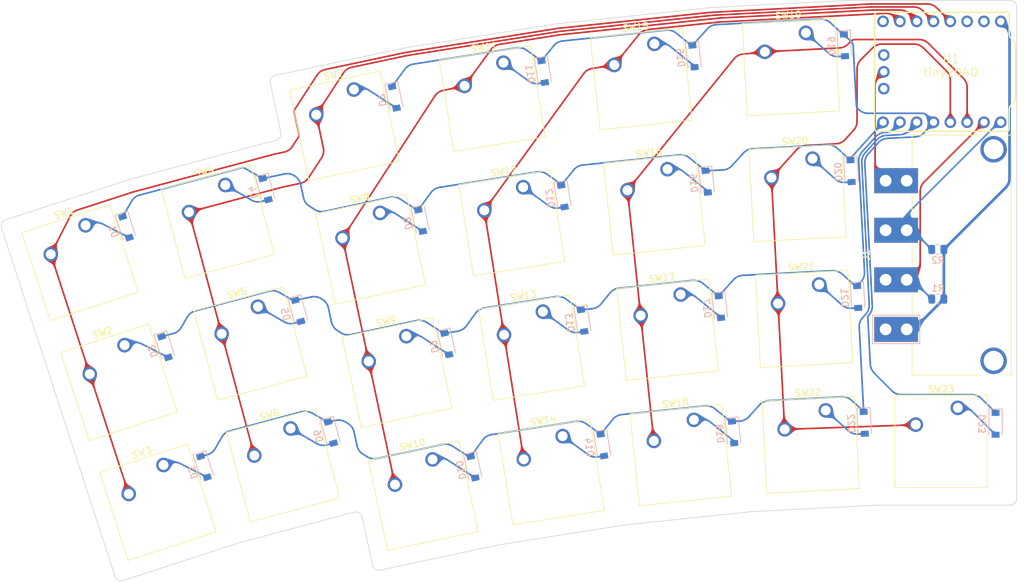
<source format=kicad_pcb>
(kicad_pcb (version 20211014) (generator pcbnew)
  (layers (0 "F.Cu" signal) (31 "B.Cu" signal) (34 "B.Paste" user) (35 "F.Paste" user) (36 "B.SilkS" user "B.Silkscreen") (37 "F.SilkS" user "F.Silkscreen") (38 "B.Mask" user) (39 "F.Mask" user) (44 "Edge.Cuts" user))
  (net 0 "")
  (net 1 "R0")
  (net 2 "Net-(D1-Pad2)")
  (net 3 "R1")
  (net 4 "Net-(D2-Pad2)")
  (net 5 "R2")
  (net 6 "Net-(D3-Pad2)")
  (net 7 "Net-(D4-Pad2)")
  (net 8 "Net-(D5-Pad2)")
  (net 9 "Net-(D6-Pad2)")
  (net 10 "R3")
  (net 11 "Net-(D7-Pad2)")
  (net 12 "Net-(D8-Pad2)")
  (net 13 "Net-(D9-Pad2)")
  (net 14 "Net-(D10-Pad2)")
  (net 15 "Net-(D11-Pad2)")
  (net 16 "Net-(D12-Pad2)")
  (net 17 "Net-(D13-Pad2)")
  (net 18 "Net-(D14-Pad2)")
  (net 19 "Net-(D15-Pad2)")
  (net 20 "Net-(D16-Pad2)")
  (net 21 "Net-(D17-Pad2)")
  (net 22 "Net-(D18-Pad2)")
  (net 23 "Net-(D19-Pad2)")
  (net 24 "Net-(D20-Pad2)")
  (net 25 "Net-(D21-Pad2)")
  (net 26 "Net-(D22-Pad2)")
  (net 27 "Net-(D23-Pad2)")
  (net 28 "VCC")
  (net 29 "SCL")
  (net 30 "SDA")
  (net 31 "C0")
  (net 32 "C1")
  (net 33 "C2")
  (net 34 "C3")
  (net 35 "C4")
  (net 36 "C5")
  (net 37 "GND")
  (footprint "Button_Switch_Keyboard:SW_Cherry_MX_1.00u_PCB" (layer "F.Cu") (at 190.773678 90.964922 9)
    (fp_text reference "SW13")
    (fp_text value "SW_Push")
  )
  (footprint "Button_Switch_Keyboard:SW_Cherry_MX_1.00u_PCB" (layer "F.Cu") (at 230.499545 48.815823 3)
    (fp_text reference "SW19")
    (fp_text value "SW_Push")
  )
  (footprint "Button_Switch_Keyboard:SW_Cherry_MX_1.00u_PCB" (layer "F.Cu") (at 184.813501 53.33404 9)
    (fp_text reference "SW11")
    (fp_text value "SW_Push")
  )
  (footprint "Button_Switch_Keyboard:SW_Cherry_MX_1.00u_PCB" (layer "F.Cu") (at 207.604578 50.481129 6)
    (fp_text reference "SW15")
    (fp_text value "SW_Push")
  )
  (footprint "hole:hole" (layer "F.Cu") (at 133.931181 89.452943)
    (fp_text reference "REF**" hide)
    (fp_text value "hole" hide)
  )
  (footprint "Button_Switch_Keyboard:SW_Cherry_MX_1.00u_PCB" (layer "F.Cu") (at 166.187181 76.034031 12)
    (fp_text reference "SW8")
    (fp_text value "SW_Push")
  )
  (footprint "Button_Switch_Keyboard:SW_Cherry_MX_1.00u_PCB" (layer "F.Cu") (at 170.147882 94.667745 12)
    (fp_text reference "SW9")
    (fp_text value "SW_Push")
  )
  (footprint "Button_Switch_Keyboard:SW_Cherry_MX_1.00u_PCB" (layer "F.Cu") (at 133.469707 114.145208 18)
    (fp_text reference "SW3")
    (fp_text value "SW_Push")
  )
  (footprint "hole:hole" (layer "F.Cu") (at 139.332406 107.717362)
    (fp_text reference "REF**" hide)
    (fp_text value "hole" hide)
  )
  (footprint "Button_Switch_Keyboard:SW_Cherry_MX_1.00u_PCB" (layer "F.Cu") (at 147.73028 90.219688 15)
    (fp_text reference "SW5")
    (fp_text value "SW_Push")
  )
  (footprint "Button_Switch_Keyboard:SW_Cherry_MX_1.00u_PCB" (layer "F.Cu") (at 174.108633 113.301468 12)
    (fp_text reference "SW10")
    (fp_text value "SW_Push")
  )
  (footprint "Button_Switch_Keyboard:SW_Cherry_MX_1.00u_PCB" (layer "F.Cu") (at 152.660794 108.620598 15)
    (fp_text reference "SW6")
    (fp_text value "SW_Push")
  )
  (footprint "Button_Switch_Keyboard:SW_Cherry_MX_1.00u_PCB" (layer "F.Cu") (at 211.587088 88.372401 6)
    (fp_text reference "SW17")
    (fp_text value "SW_Push")
  )
  (footprint "Button_Switch_Keyboard:SW_Cherry_MX_1.00u_PCB" (layer "F.Cu") (at 142.799774 71.818811 15)
    (fp_text reference "SW4")
    (fp_text value "SW_Push")
  )
  (footprint "Button_Switch_Keyboard:SW_Cherry_MX_1.00u_PCB" (layer "F.Cu") (at 187.793577 72.14946 9)
    (fp_text reference "SW12")
    (fp_text value "SW_Push")
  )
  (footprint "Connector_Molex:Molex_Sabre_43160-1104_1x04_P7.49mm_Horizontal" (layer "F.Cu") (at 245.714895 93.638461 90)
    (fp_text reference "J1")
    (fp_text value "Conn_01x04")
  )
  (footprint "Button_Switch_Keyboard:SW_Cherry_MX_1.00u_PCB" (layer "F.Cu") (at 127.582926 96.027573 18)
    (fp_text reference "SW2")
    (fp_text value "SW_Push")
  )
  (footprint "Button_Switch_Keyboard:SW_Cherry_MX_1.00u_PCB" (layer "F.Cu") (at 232.493541 86.863621 3)
    (fp_text reference "SW21")
    (fp_text value "SW_Push")
  )
  (footprint "Button_Switch_Keyboard:SW_Cherry_MX_1.00u_PCB" (layer "F.Cu") (at 193.753747 109.7804 9)
    (fp_text reference "SW14")
    (fp_text value "SW_Push")
  )
  (footprint "hole:hole" (layer "F.Cu") (at 220.653205 102.241169)
    (fp_text reference "REF**" hide)
    (fp_text value "hole" hide)
  )
  (footprint "hole:hole" (layer "F.Cu") (at 177.133203 88.771163)
    (fp_text reference "REF**" hide)
    (fp_text value "hole" hide)
  )
  (footprint "hole:hole" (layer "F.Cu") (at 217.663208 64.261157)
    (fp_text reference "REF**" hide)
    (fp_text value "hole" hide)
  )
  (footprint "Button_Switch_Keyboard:SW_Cherry_MX_1.00u_PCB" (layer "F.Cu") (at 121.696138 77.909935 18)
    (fp_text reference "SW1")
    (fp_text value "SW_Push")
  )
  (footprint "Button_Switch_Keyboard:SW_Cherry_MX_1.00u_PCB" (layer "F.Cu") (at 209.595841 69.426749 6)
    (fp_text reference "SW16")
    (fp_text value "SW_Push")
  )
  (footprint "Button_Switch_Keyboard:SW_Cherry_MX_1.00u_PCB" (layer "F.Cu") (at 233.490531 105.887505 3)
    (fp_text reference "SW22")
    (fp_text value "SW_Push")
  )
  (footprint "Button_Switch_Keyboard:SW_Cherry_MX_1.00u_PCB" (layer "F.Cu") (at 231.496547 67.839728 3)
    (fp_text reference "SW20")
    (fp_text value "SW_Push")
  )
  (footprint "tiny2040:tiny2040" (layer "F.Cu") (at 252.276685 45.708467 -90)
    (fp_text reference "U1")
    (fp_text value "tiny2040")
  )
  (footprint "hole:hole" (layer "F.Cu") (at 198.073198 85.451174)
    (fp_text reference "REF**" hide)
    (fp_text value "hole" hide)
  )
  (footprint "Button_Switch_Keyboard:SW_Cherry_MX_1.00u_PCB" (layer "F.Cu") (at 253.44238 105.50099)
    (fp_text reference "SW23")
    (fp_text value "SW_Push")
  )
  (footprint "Button_Switch_Keyboard:SW_Cherry_MX_1.00u_PCB" (layer "F.Cu") (at 162.223798 57.387901 12)
    (fp_text reference "SW7")
    (fp_text value "SW_Push")
  )
  (footprint "Button_Switch_Keyboard:SW_Cherry_MX_1.00u_PCB" (layer "F.Cu") (at 213.578386 107.318036 6)
    (fp_text reference "SW18")
    (fp_text value "SW_Push")
  )
  (footprint "Diode_SMD:D_SOD-123" (layer "B.Cu") (at 199.747888 111.14316 -81)
    (fp_text reference "D14")
    (fp_text value "D_Small")
  )
  (footprint "Diode_SMD:D_SOD-123" (layer "B.Cu") (at 176.245861 95.849929 -78)
    (fp_text reference "D9")
    (fp_text value "D_Small")
  )
  (footprint "Diode_SMD:D_SOD-123" (layer "B.Cu") (at 193.787735 73.512232 -81)
    (fp_text reference "D12")
    (fp_text value "D_Small")
  )
  (footprint "Diode_SMD:D_SOD-123" (layer "B.Cu") (at 133.680349 96.313714 -72)
    (fp_text reference "D2")
    (fp_text value "D_Small")
  )
  (footprint "Diode_SMD:D_SOD-123" (layer "B.Cu") (at 259.139904 107.92224 -90)
    (fp_text reference "D23")
    (fp_text value "D_Small")
  )
  (footprint "Diode_SMD:D_SOD-123" (layer "B.Cu") (at 158.735328 109.242059 -75)
    (fp_text reference "D6")
    (fp_text value "D_Small")
  )
  (footprint "Diode_SMD:D_SOD-123" (layer "B.Cu") (at 236.316491 50.698844 -87)
    (fp_text reference "D19")
    (fp_text value "D_Small")
  )
  (footprint "Diode_SMD:D_SOD-123" (layer "B.Cu") (at 172.285147 77.216203 -78)
    (fp_text reference "D8")
    (fp_text value "D_Small")
  )
  (footprint "Diode_SMD:D_SOD-123" (layer "B.Cu") (at 196.767817 92.327705 -81)
    (fp_text reference "D13")
    (fp_text value "D_Small")
  )
  (footprint "Resistor_SMD:R_0805_2012Metric" (layer "B.Cu") (at 250.414103 89.05868 180)
    (fp_text reference "R1")
    (fp_text value "4.7k")
  )
  (footprint "Diode_SMD:D_SOD-123" (layer "B.Cu") (at 219.489363 109.21031 -84)
    (fp_text reference "D18")
    (fp_text value "D_Small")
  )
  (footprint "Diode_SMD:D_SOD-123" (layer "B.Cu") (at 127.793572 78.196096 -72)
    (fp_text reference "D1")
    (fp_text value "D_Small")
  )
  (footprint "Diode_SMD:D_SOD-123" (layer "B.Cu") (at 215.506816 71.319042 -84)
    (fp_text reference "D16")
    (fp_text value "D_Small")
  )
  (footprint "Diode_SMD:D_SOD-123" (layer "B.Cu") (at 153.804818 90.841166 -75)
    (fp_text reference "D5")
    (fp_text value "D_Small")
  )
  (footprint "Diode_SMD:D_SOD-123" (layer "B.Cu") (at 213.515567 52.373419 -84)
    (fp_text reference "D15")
    (fp_text value "D_Small")
  )
  (footprint "Diode_SMD:D_SOD-123" (layer "B.Cu") (at 217.498099 90.264697 -84)
    (fp_text reference "D17")
    (fp_text value "D_Small")
  )
  (footprint "Diode_SMD:D_SOD-123" (layer "B.Cu") (at 238.310479 88.746622 -87)
    (fp_text reference "D21")
    (fp_text value "D_Small")
  )
  (footprint "Diode_SMD:D_SOD-123" (layer "B.Cu") (at 148.874313 72.440297 -75)
    (fp_text reference "D4")
    (fp_text value "D_Small")
  )
  (footprint "Resistor_SMD:R_0805_2012Metric" (layer "B.Cu") (at 250.414107 81.558668)
    (fp_text reference "R2")
    (fp_text value "4.7k")
  )
  (footprint "Diode_SMD:D_SOD-123" (layer "B.Cu") (at 180.206589 114.48364 -78)
    (fp_text reference "D10")
    (fp_text value "D_Small")
  )
  (footprint "Diode_SMD:D_SOD-123" (layer "B.Cu") (at 139.567133 114.43135 -72)
    (fp_text reference "D3")
    (fp_text value "D_Small")
  )
  (footprint "Diode_SMD:D_SOD-123" (layer "B.Cu") (at 237.313479 69.722726 -87)
    (fp_text reference "D20")
    (fp_text value "D_Small")
  )
  (footprint "Diode_SMD:D_SOD-123" (layer "B.Cu") (at 239.307474 107.770517 -87)
    (fp_text reference "D22")
    (fp_text value "D_Small")
  )
  (footprint "Diode_SMD:D_SOD-123" (layer "B.Cu") (at 190.807653 54.696784 -81)
    (fp_text reference "D11")
    (fp_text value "D_Small")
  )
  (footprint "Diode_SMD:D_SOD-123" (layer "B.Cu") (at 168.324426 58.58253 -78)
    (fp_text reference "D7")
    (fp_text value "D_Small")
  )
  (gr_line (start 222.115784 121.208981) (end 241.264386 120.209742) (layer "Edge.Cuts") (width 0.1))
  (gr_line (start 203.007554 123.220325) (end 222.115784 121.208981) (layer "Edge.Cuts") (width 0.1))
  (gr_line (start 166.215875 130.027606) (end 184.083435 126.217633) (layer "Edge.Cuts") (width 0.1))
  (gr_line (start 163.500982 122.073179) (end 165.028118 129.257727) (layer "Edge.Cuts") (width 0.1))
  (gr_line (start 262.331705 44.902966) (end 262.331711 119.209979) (layer "Edge.Cuts") (width 0.1))
  (gr_line (start 144.703915 125.955329) (end 162.110985 121.305416) (layer "Edge.Cuts") (width 0.1))
  (gr_line (start 149.864816 65.202197) (end 128.37466 70.968621) (layer "Edge.Cuts") (width 0.1))
  (gr_arc (start 109.017686 78.321602) (mid 109.077742 77.558607) (end 109.65972 77.061547) (layer "Edge.Cuts") (width 0.1))
  (gr_line (start 149.864816 65.202197) (end 150.427006 65.086119) (layer "Edge.Cuts") (width 0.1))
  (gr_line (start 128.37466 70.968621) (end 109.65972 77.061547) (layer "Edge.Cuts") (width 0.1))
  (gr_line (start 237.231725 43.902959) (end 216.092474 45.003356) (layer "Edge.Cuts") (width 0.1))
  (gr_line (start 184.083435 126.217633) (end 203.007554 123.220325) (layer "Edge.Cuts") (width 0.1))
  (gr_arc (start 261.331703 43.902977) (mid 262.0388 44.195872) (end 262.331705 44.902966) (layer "Edge.Cuts") (width 0.1))
  (gr_arc (start 162.110985 121.305416) (mid 162.972303 121.388184) (end 163.500982 122.073179) (layer "Edge.Cuts") (width 0.1))
  (gr_arc (start 127.391347 131.601538) (mid 126.628343 131.541488) (end 126.131283 130.959497) (layer "Edge.Cuts") (width 0.1))
  (gr_line (start 216.092474 45.003356) (end 192.927138 47.443083) (layer "Edge.Cuts") (width 0.1))
  (gr_line (start 237.231725 43.902959) (end 261.331703 43.902977) (layer "Edge.Cuts") (width 0.1))
  (gr_arc (start 166.215875 130.027606) (mid 165.462553 129.888654) (end 165.028118 129.257727) (layer "Edge.Cuts") (width 0.1))
  (gr_line (start 109.017686 78.321602) (end 126.131283 130.959497) (layer "Edge.Cuts") (width 0.1))
  (gr_line (start 169.943722 51.08373) (end 150.378903 55.236242) (layer "Edge.Cuts") (width 0.1))
  (gr_line (start 127.391347 131.601538) (end 144.703915 125.955329) (layer "Edge.Cuts") (width 0.1))
  (gr_line (start 192.927138 47.443083) (end 169.943722 51.08373) (layer "Edge.Cuts") (width 0.1))
  (gr_arc (start 151.197256 63.900073) (mid 151.057786 64.652631) (end 150.427006 65.086119) (layer "Edge.Cuts") (width 0.1))
  (gr_arc (start 149.608668 56.422286) (mid 149.748128 55.66973) (end 150.378903 55.236242) (layer "Edge.Cuts") (width 0.1))
  (gr_line (start 241.264386 120.209742) (end 261.331692 120.209989) (layer "Edge.Cuts") (width 0.1))
  (gr_line (start 149.608668 56.422286) (end 151.197256 63.900073) (layer "Edge.Cuts") (width 0.1))
  (gr_arc (start 262.331711 119.209979) (mid 262.038813 119.917098) (end 261.331692 120.209989) (layer "Edge.Cuts") (width 0.1))
  (segment (start 151.740477 70.146525) (end 148.447258 70.846516) (width 0.25) (layer "B.Cu") (net 1))
  (segment (start 171.814185 75.629447) (end 169.242368 73.959291) (width 0.25) (layer "B.Cu") (net 1))
  (segment (start 156.281323 75.516493) (end 155.476672 74.993945) (width 0.25) (layer "B.Cu") (net 1))
  (segment (start 237.212991 67.805253) (end 242.144314 62.328471) (width 0.25) (layer "B.Cu") (net 1))
  (segment (start 128.640244 74.277243) (end 127.283693 76.626853) (width 0.25) (layer "B.Cu") (net 1))
  (segment (start 153.317841 70.47241) (end 153.245569 70.425477) (width 0.25) (layer "B.Cu") (net 1))
  (segment (start 211.417119 67.265396) (end 196.776159 68.804226) (width 0.25) (layer "B.Cu") (net 1))
  (segment (start 233.779083 65.74991) (end 222.421526 66.345136) (width 0.25) (layer "B.Cu") (net 1))
  (segment (start 167.737269 73.680336) (end 157.786423 75.795448) (width 0.25) (layer "B.Cu") (net 1))
  (segment (start 195.430922 69.534629) (end 193.529616 71.882548) (width 0.25) (layer "B.Cu") (net 1))
  (segment (start 173.850183 72.976003) (end 171.94209 75.602255) (width 0.25) (layer "B.Cu") (net 1))
  (segment (start 154.609654 73.732426) (end 154.184864 71.733934) (width 0.25) (layer "B.Cu") (net 1))
  (segment (start 148.442317 70.847849) (end 145.504898 69.151918) (width 0.25) (layer "B.Cu") (net 1))
  (segment (start 237.227125 68.074991) (end 237.212991 67.805253) (width 0.25) (layer "B.Cu") (net 1))
  (segment (start 237.226646 68.06585) (end 235.222017 66.260873) (width 0.25) (layer "B.Cu") (net 1))
  (segment (start 193.502985 71.714426) (end 191.411152 70.194619) (width 0.25) (layer "B.Cu") (net 1))
  (segment (start 215.33434 69.678081) (end 215.32816 69.678734) (width 0.25) (layer "B.Cu") (net 1))
  (segment (start 221.039911 67.004132) (end 219.34993 68.881043) (width 0.25) (layer "B.Cu") (net 1))
  (segment (start 148.447259 70.84652) (end 148.442317 70.847849) (width 0.25) (layer "B.Cu") (net 1))
  (segment (start 237.227126 68.07499) (end 237.226646 68.06585) (width 0.25) (layer "B.Cu") (net 1))
  (segment (start 215.32816 69.678734) (end 212.884819 67.700148) (width 0.25) (layer "B.Cu") (net 1))
  (segment (start 193.529616 71.882548) (end 193.502985 71.714426) (width 0.25) (layer "B.Cu") (net 1))
  (segment (start 145.504898 69.151918) (end 129.854654 73.345393) (width 0.25) (layer "B.Cu") (net 1))
  (segment (start 189.922711 69.837275) (end 175.155345 72.1762) (width 0.25) (layer "B.Cu") (net 1))
  (segment (start 217.968312 69.54004) (end 215.33434 69.678081) (width 0.25) (layer "B.Cu") (net 1))
  (segment (start 171.94209 75.602255) (end 171.814185 75.629447) (width 0.25) (layer "B.Cu") (net 1))
  (arc (start 155.476672 74.993945) (mid 154.917698 74.449416) (end 154.609654 73.732426) (width 0.25) (layer "B.Cu") (net 1))
  (arc (start 196.776159 68.804226) (mid 196.030897 69.035637) (end 195.430922 69.534629) (width 0.25) (layer "B.Cu") (net 1))
  (arc (start 128.640244 74.277243) (mid 129.154773 73.690539) (end 129.854654 73.345393) (width 0.25) (layer "B.Cu") (net 1))
  (arc (start 191.411152 70.194619) (mid 190.702473 69.867912) (end 189.922711 69.837275) (width 0.25) (layer "B.Cu") (net 1))
  (arc (start 219.34993 68.881043) (mid 218.724662 69.347952) (end 217.968312 69.54004) (width 0.25) (layer "B.Cu") (net 1))
  (arc (start 222.421526 66.345136) (mid 221.665178 66.537225) (end 221.039911 67.004132) (width 0.25) (layer "B.Cu") (net 1))
  (arc (start 153.317841 70.47241) (mid 153.87682 71.016942) (end 154.184864 71.733934) (width 0.25) (layer "B.Cu") (net 1))
  (arc (start 173.850183 72.976003) (mid 174.423218 72.446294) (end 175.155345 72.1762) (width 0.25) (layer "B.Cu") (net 1))
  (arc (start 211.417119 67.265396) (mid 212.194206 67.336799) (end 212.884819 67.700148) (width 0.25) (layer "B.Cu") (net 1))
  (arc (start 156.281323 75.516493) (mid 157.006128 75.805662) (end 157.786423 75.795448) (width 0.25) (layer "B.Cu") (net 1))
  (arc (start 169.242368 73.959291) (mid 168.517563 73.670122) (end 167.737269 73.680336) (width 0.25) (layer "B.Cu") (net 1))
  (arc (start 151.740477 70.146525) (mid 152.520767 70.136311) (end 153.245569 70.425477) (width 0.25) (layer "B.Cu") (net 1))
  (arc (start 233.779083 65.74991) (mid 234.551368 65.861884) (end 235.222017 66.260873) (width 0.25) (layer "B.Cu") (net 1))
  (segment (start 121.696138 77.909935) (end 122.719269 77.577502) (width 0.25) (layer "B.Cu") (net 2))
  (segment (start 124.245282 77.697601) (end 128.303449 79.765338) (width 0.25) (layer "B.Cu") (net 2))
  (arc (start 122.719269 77.577502) (mid 123.494221 77.485781) (end 124.245282 77.697601) (width 0.25) (layer "B.Cu") (net 2))
  (segment (start 153.377771 89.247396) (end 153.121662 89.31602) (width 0.25) (layer "B.Cu") (net 3))
  (segment (start 175.794485 94.259012) (end 173.22265 92.588839) (width 0.25) (layer "B.Cu") (net 3))
  (segment (start 213.441358 86.237734) (end 202.239916 87.415051) (width 0.25) (layer "B.Cu") (net 3))
  (segment (start 175.902806 94.235989) (end 175.794485 94.259012) (width 0.25) (layer "B.Cu") (net 3))
  (segment (start 158.831304 92.535591) (end 158.379485 90.409937) (width 0.25) (layer "B.Cu") (net 3))
  (segment (start 192.746106 88.68768) (end 181.908278 90.404221) (width 0.25) (layer "B.Cu") (net 3))
  (segment (start 149.420801 87.855731) (end 138.270976 90.843319) (width 0.25) (layer "B.Cu") (net 3))
  (segment (start 219.56417 86.137585) (end 217.325627 88.62373) (width 0.25) (layer "B.Cu") (net 3))
  (segment (start 160.242049 94.150207) (end 159.698328 93.797113) (width 0.25) (layer "B.Cu") (net 3))
  (segment (start 200.89468 88.145459) (end 199.564645 89.787914) (width 0.25) (layer "B.Cu") (net 3))
  (segment (start 217.319447 88.624382) (end 214.909054 86.672487) (width 0.25) (layer "B.Cu") (net 3))
  (segment (start 239.348744 84.974426) (end 238.471925 68.243778) (width 0.25) (layer "B.Cu") (net 3))
  (segment (start 180.603112 91.204028) (end 179.211962 93.118781) (width 0.25) (layer "B.Cu") (net 3))
  (segment (start 238.003581 87.110445) (end 235.968318 85.27788) (width 0.25) (layer "B.Cu") (net 3))
  (segment (start 171.717548 92.309883) (end 161.747143 94.429156) (width 0.25) (layer "B.Cu") (net 3))
  (segment (start 242.397556 63.883923) (end 242.500368 63.878534) (width 0.25) (layer "B.Cu") (net 3))
  (segment (start 134.939495 94.270468) (end 133.170473 94.744474) (width 0.25) (layer "B.Cu") (net 3))
  (segment (start 155.794686 88.733662) (end 153.377771 89.247396) (width 0.25) (layer "B.Cu") (net 3))
  (segment (start 243.88199 63.219538) (end 244.68431 62.328466) (width 0.25) (layer "B.Cu") (net 3))
  (segment (start 234.525382 84.76691) (end 220.945786 85.478589) (width 0.25) (layer "B.Cu") (net 3))
  (segment (start 196.5097 90.698017) (end 194.234544 89.04502) (width 0.25) (layer "B.Cu") (net 3))
  (segment (start 153.121662 89.31602) (end 150.938445 88.055531) (width 0.25) (layer "B.Cu") (net 3))
  (segment (start 238.224127 87.098881) (end 238.837772 86.417365) (width 0.25) (layer "B.Cu") (net 3))
  (segment (start 238.982895 66.800842) (end 241.015937 64.542918) (width 0.25) (layer "B.Cu") (net 3))
  (segment (start 198.219407 90.518321) (end 196.5097 90.698017) (width 0.25) (layer "B.Cu") (net 3))
  (segment (start 137.056563 91.775172) (end 136.153912 93.338613) (width 0.25) (layer "B.Cu") (net 3))
  (segment (start 157.299789 89.012615) (end 157.302473 89.012044) (width 0.25) (layer "B.Cu") (net 3))
  (segment (start 238.224127 87.098882) (end 238.003581 87.110445) (width 0.25) (layer "B.Cu") (net 3))
  (segment (start 157.302473 89.012044) (end 157.512466 89.148417) (width 0.25) (layer "B.Cu") (net 3))
  (segment (start 177.906799 93.918587) (end 175.902806 94.235989) (width 0.25) (layer "B.Cu") (net 3))
  (segment (start 217.325627 88.62373) (end 217.319447 88.624382) (width 0.25) (layer "B.Cu") (net 3))
  (arc (start 136.153912 93.338613) (mid 135.639383 93.925323) (end 134.939495 94.270468) (width 0.25) (layer "B.Cu") (net 3))
  (arc (start 213.441358 86.237734) (mid 214.218444 86.309138) (end 214.909054 86.672487) (width 0.25) (layer "B.Cu") (net 3))
  (arc (start 173.22265 92.588839) (mid 172.497844 92.299669) (end 171.717548 92.309883) (width 0.25) (layer "B.Cu") (net 3))
  (arc (start 242.397556 63.883923) (mid 241.641203 64.076011) (end 241.015937 64.542918) (width 0.25) (layer "B.Cu") (net 3))
  (arc (start 157.299789 89.012615) (mid 156.574982 88.723445) (end 155.794686 88.733662) (width 0.25) (layer "B.Cu") (net 3))
  (arc (start 238.837772 86.417365) (mid 239.236766 85.746717) (end 239.348744 84.974426) (width 0.25) (layer "B.Cu") (net 3))
  (arc (start 159.698328 93.797113) (mid 159.139349 93.252581) (end 158.831304 92.535591) (width 0.25) (layer "B.Cu") (net 3))
  (arc (start 199.564645 89.787914) (mid 198.964668 90.286909) (end 198.219407 90.518321) (width 0.25) (layer "B.Cu") (net 3))
  (arc (start 200.89468 88.145459) (mid 201.494656 87.646464) (end 202.239916 87.415051) (width 0.25) (layer "B.Cu") (net 3))
  (arc (start 235.968318 85.27788) (mid 235.297667 84.878886) (end 234.525382 84.76691) (width 0.25) (layer "B.Cu") (net 3))
  (arc (start 194.234544 89.04502) (mid 193.525865 88.718313) (end 192.746106 88.68768) (width 0.25) (layer "B.Cu") (net 3))
  (arc (start 160.242049 94.150207) (mid 160.966854 94.439372) (end 161.747143 94.429156) (width 0.25) (layer "B.Cu") (net 3))
  (arc (start 181.908278 90.404221) (mid 181.17615 90.674319) (end 180.603112 91.204028) (width 0.25) (layer "B.Cu") (net 3))
  (arc (start 137.056563 91.775172) (mid 137.571092 91.188465) (end 138.270976 90.843319) (width 0.25) (layer "B.Cu") (net 3))
  (arc (start 157.512466 89.148417) (mid 158.07144 89.692946) (end 158.379485 90.409937) (width 0.25) (layer "B.Cu") (net 3))
  (arc (start 177.906799 93.918587) (mid 178.638926 93.648489) (end 179.211962 93.118781) (width 0.25) (layer "B.Cu") (net 3))
  (arc (start 219.56417 86.137585) (mid 220.189438 85.670677) (end 220.945786 85.478589) (width 0.25) (layer "B.Cu") (net 3))
  (arc (start 238.982895 66.800842) (mid 238.583902 67.471487) (end 238.471925 68.243778) (width 0.25) (layer "B.Cu") (net 3))
  (arc (start 242.500368 63.878534) (mid 243.256717 63.686444) (end 243.88199 63.219538) (width 0.25) (layer "B.Cu") (net 3))
  (arc (start 149.420801 87.855731) (mid 150.199495 87.804692) (end 150.938445 88.055531) (width 0.25) (layer "B.Cu") (net 3))
  (segment (start 127.582926 96.027573) (end 128.606059 95.69513) (width 0.25) (layer "B.Cu") (net 4))
  (segment (start 130.132081 95.815228) (end 134.190227 97.88296) (width 0.25) (layer "B.Cu") (net 4))
  (arc (start 128.606059 95.69513) (mid 129.381013 95.603409) (end 130.132081 95.815228) (width 0.25) (layer "B.Cu") (net 4))
  (segment (start 239.061039 91.875378) (end 239.545741 91.337064) (width 0.25) (layer "B.Cu") (net 5))
  (segment (start 202.66315 106.525506) (end 215.263553 105.201147) (width 0.25) (layer "B.Cu") (net 5))
  (segment (start 242.60657 64.323584) (end 244.740333 64.211762) (width 0.25) (layer "B.Cu") (net 5))
  (segment (start 143.488486 109.001657) (end 154.367849 106.086543) (width 0.25) (layer "B.Cu") (net 5))
  (segment (start 246.121954 63.55276) (end 247.224307 62.328467) (width 0.25) (layer "B.Cu") (net 5))
  (segment (start 216.73125 105.635901) (end 219.141612 107.587774) (width 0.25) (layer "B.Cu") (net 5))
  (segment (start 199.489773 109.513472) (end 201.317915 107.255907) (width 0.25) (layer "B.Cu") (net 5))
  (segment (start 239.221123 106.122775) (end 238.550071 93.318309) (width 0.25) (layer "B.Cu") (net 5))
  (segment (start 165.675588 113.151523) (end 175.645989 111.032248) (width 0.25) (layer "B.Cu") (net 5))
  (segment (start 155.885486 106.286342) (end 158.264675 107.659964) (width 0.25) (layer "B.Cu") (net 5))
  (segment (start 240.05671 89.894132) (end 238.930573 68.406189) (width 0.25) (layer "B.Cu") (net 5))
  (segment (start 239.441547 66.963255) (end 241.22495 64.982584) (width 0.25) (layer "B.Cu") (net 5))
  (segment (start 177.151089 111.311203) (end 179.628047 112.919756) (width 0.25) (layer "B.Cu") (net 5))
  (segment (start 158.308272 107.648281) (end 159.501627 107.394627) (width 0.25) (layer "B.Cu") (net 5))
  (segment (start 239.221127 106.122777) (end 239.215412 106.013773) (width 0.25) (layer "B.Cu") (net 5))
  (segment (start 223.485392 105.068309) (end 221.882681 106.848292) (width 0.25) (layer "B.Cu") (net 5))
  (segment (start 199.486614 109.493508) (end 199.489773 109.513472) (width 0.25) (layer "B.Cu") (net 5))
  (segment (start 239.215412 106.013773) (end 237.357923 104.341279) (width 0.25) (layer "B.Cu") (net 5))
  (segment (start 161.388458 107.912598) (end 161.378157 107.914788) (width 0.25) (layer "B.Cu") (net 5))
  (segment (start 235.914987 103.830309) (end 224.867005 104.409311) (width 0.25) (layer "B.Cu") (net 5))
  (segment (start 158.264675 107.659964) (end 158.308272 107.648281) (width 0.25) (layer "B.Cu") (net 5))
  (segment (start 179.628047 112.919756) (end 179.863532 112.869701) (width 0.25) (layer "B.Cu") (net 5))
  (segment (start 179.863532 112.869701) (end 181.68667 110.360371) (width 0.25) (layer "B.Cu") (net 5))
  (segment (start 219.141612 107.587774) (end 219.316892 107.569354) (width 0.25) (layer "B.Cu") (net 5))
  (segment (start 220.501069 107.50729) (end 219.316893 107.569354) (width 0.25) (layer "B.Cu") (net 5))
  (segment (start 163.555604 112.47326) (end 164.170487 112.87257) (width 0.25) (layer "B.Cu") (net 5))
  (segment (start 162.255474 109.174112) (end 162.688587 111.211743) (width 0.25) (layer "B.Cu") (net 5))
  (segment (start 182.991834 109.560562) (end 195.791921 107.533229) (width 0.25) (layer "B.Cu") (net 5))
  (segment (start 161.378157 107.914788) (end 161.006727 107.67358) (width 0.25) (layer "B.Cu") (net 5))
  (segment (start 139.057252 112.862102) (end 140.062322 112.592794) (width 0.25) (layer "B.Cu") (net 5))
  (segment (start 197.280363 107.890573) (end 199.486614 109.493508) (width 0.25) (layer "B.Cu") (net 5))
  (segment (start 141.276742 111.660942) (end 142.274072 109.933509) (width 0.25) (layer "B.Cu") (net 5))
  (arc (start 142.274072 109.933509) (mid 142.788597 109.346801) (end 143.488486 109.001657) (width 0.25) (layer "B.Cu") (net 5))
  (arc (start 237.357923 104.341279) (mid 236.687275 103.942286) (end 235.914987 103.830309) (width 0.25) (layer "B.Cu") (net 5))
  (arc (start 195.791921 107.533229) (mid 196.571683 107.563866) (end 197.280363 107.890573) (width 0.25) (layer "B.Cu") (net 5))
  (arc (start 162.688587 111.211743) (mid 162.996631 111.92873) (end 163.555604 112.47326) (width 0.25) (layer "B.Cu") (net 5))
  (arc (start 220.501069 107.50729) (mid 221.257417 107.315201) (end 221.882681 106.848292) (width 0.25) (layer "B.Cu") (net 5))
  (arc (start 240.05671 89.894132) (mid 239.944732 90.666415) (end 239.545741 91.337064) (width 0.25) (layer "B.Cu") (net 5))
  (arc (start 239.441547 66.963255) (mid 239.04255 67.633905) (end 238.930573 68.406189) (width 0.25) (layer "B.Cu") (net 5))
  (arc (start 224.867005 104.409311) (mid 224.110655 104.601401) (end 223.485392 105.068309) (width 0.25) (layer "B.Cu") (net 5))
  (arc (start 140.062322 112.592794) (mid 140.762209 112.24765) (end 141.276742 111.660942) (width 0.25) (layer "B.Cu") (net 5))
  (arc (start 215.263553 105.201147) (mid 216.040638 105.272555) (end 216.73125 105.635901) (width 0.25) (layer "B.Cu") (net 5))
  (arc (start 155.885486 106.286342) (mid 155.146539 106.035504) (end 154.367849 106.086543) (width 0.25) (layer "B.Cu") (net 5))
  (arc (start 161.006727 107.67358) (mid 160.281922 107.384412) (end 159.501627 107.394627) (width 0.25) (layer "B.Cu") (net 5))
  (arc (start 161.388458 107.912598) (mid 161.947432 108.457125) (end 162.255474 109.174112) (width 0.25) (layer "B.Cu") (net 5))
  (arc (start 164.170487 112.87257) (mid 164.895293 113.161741) (end 165.675588 113.151523) (width 0.25) (layer "B.Cu") (net 5))
  (arc (start 175.645989 111.032248) (mid 176.426281 111.022033) (end 177.151089 111.311203) (width 0.25) (layer "B.Cu") (net 5))
  (arc (start 238.550071 93.318309) (mid 238.662049 92.546025) (end 239.061039 91.875378) (width 0.25) (layer "B.Cu") (net 5))
  (arc (start 246.121954 63.55276) (mid 245.496686 64.019671) (end 244.740333 64.211762) (width 0.25) (layer "B.Cu") (net 5))
  (arc (start 241.22495 64.982584) (mid 241.850221 64.515676) (end 242.60657 64.323584) (width 0.25) (layer "B.Cu") (net 5))
  (arc (start 181.68667 110.360371) (mid 182.259707 109.830659) (end 182.991834 109.560562) (width 0.25) (layer "B.Cu") (net 5))
  (arc (start 201.317915 107.255907) (mid 201.917889 106.756913) (end 202.66315 106.525506) (width 0.25) (layer "B.Cu") (net 5))
  (segment (start 136.01888 113.932864) (end 140.077017 116.000587) (width 0.25) (layer "B.Cu") (net 6))
  (segment (start 133.469707 114.145208) (end 134.492863 113.812764) (width 0.25) (layer "B.Cu") (net 6))
  (arc (start 136.01888 113.932864) (mid 135.267817 113.721041) (end 134.492863 113.812764) (width 0.25) (layer "B.Cu") (net 6))
  (segment (start 149.30136 74.034076) (end 148.281584 74.307326) (width 0.25) (layer "B.Cu") (net 7))
  (segment (start 146.763945 74.107525) (end 142.799774 71.818811) (width 0.25) (layer "B.Cu") (net 7))
  (arc (start 148.281584 74.307326) (mid 147.502893 74.358365) (end 146.763945 74.107525) (width 0.25) (layer "B.Cu") (net 7))
  (segment (start 154.231874 92.434947) (end 153.212086 92.7082) (width 0.25) (layer "B.Cu") (net 8))
  (segment (start 151.694442 92.508403) (end 147.73028 90.219688) (width 0.25) (layer "B.Cu") (net 8))
  (arc (start 151.694442 92.508403) (mid 152.433392 92.759242) (end 153.212086 92.7082) (width 0.25) (layer "B.Cu") (net 8))
  (segment (start 159.162372 110.83584) (end 158.142582 111.109096) (width 0.25) (layer "B.Cu") (net 9))
  (segment (start 156.62494 110.909296) (end 152.660794 108.620598) (width 0.25) (layer "B.Cu") (net 9))
  (arc (start 156.62494 110.909296) (mid 157.363889 111.160135) (end 158.142582 111.109096) (width 0.25) (layer "B.Cu") (net 9))
  (segment (start 259.139906 106.229779) (end 257.004887 104.094765) (width 0.25) (layer "B.Cu") (net 10))
  (segment (start 249.764312 62.32847) (end 248.707407 61.271565) (width 0.25) (layer "B.Cu") (net 10))
  (segment (start 236.139411 49.055856) (end 234.146176 47.261142) (width 0.25) (layer "B.Cu") (net 10))
  (segment (start 239.900192 67.12567) (end 241.434419 65.421739) (width 0.25) (layer "B.Cu") (net 10))
  (segment (start 186.808824 51.07338) (end 171.191421 53.546935) (width 0.25) (layer "B.Cu") (net 10))
  (segment (start 238.102257 59.670478) (end 237.63624 50.778358) (width 0.25) (layer "B.Cu") (net 10))
  (segment (start 236.233828 49.121488) (end 236.230136 49.051105) (width 0.25) (layer "B.Cu") (net 10))
  (segment (start 242.816038 64.762743) (end 246.980753 64.544481) (width 0.25) (layer "B.Cu") (net 10))
  (segment (start 192.402898 50.778393) (end 190.549538 53.067094) (width 0.25) (layer "B.Cu") (net 10))
  (segment (start 215.593202 48.233461) (end 213.343097 50.732455) (width 0.25) (layer "B.Cu") (net 10))
  (segment (start 255.590678 103.508982) (end 244.887538 103.508976) (width 0.25) (layer "B.Cu") (net 10))
  (segment (start 238.461416 60.392885) (end 238.39378 60.325249) (width 0.25) (layer "B.Cu") (net 10))
  (segment (start 236.230133 49.051102) (end 236.139411 49.055856) (width 0.25) (layer "B.Cu") (net 10))
  (segment (start 240.218927 98.912304) (end 239.850845 91.888865) (width 0.25) (layer "B.Cu") (net 10))
  (segment (start 213.227525 50.744603) (end 210.872074 48.837202) (width 0.25) (layer "B.Cu") (net 10))
  (segment (start 240.80197 100.221846) (end 240.801975 100.251841) (width 0.25) (layer "B.Cu") (net 10))
  (segment (start 232.703245 46.750174) (end 216.974817 47.574465) (width 0.25) (layer "B.Cu") (net 10))
  (segment (start 239.978589 91.528137) (end 240.004393 91.499477) (width 0.25) (layer "B.Cu") (net 10))
  (segment (start 259.139906 106.27224) (end 259.139906 106.229779) (width 0.25) (layer "B.Cu") (net 10))
  (segment (start 240.515356 90.056546) (end 239.389221 68.568606) (width 0.25) (layer "B.Cu") (net 10))
  (segment (start 209.404379 48.402452) (end 193.748132 50.04799) (width 0.25) (layer "B.Cu") (net 10))
  (segment (start 190.549538 53.067094) (end 188.297265 51.430724) (width 0.25) (layer "B.Cu") (net 10))
  (segment (start 213.343095 50.732457) (end 213.227525 50.744603) (width 0.25) (layer "B.Cu") (net 10))
  (segment (start 248.362371 63.885484) (end 249.764312 62.328469) (width 0.25) (layer "B.Cu") (net 10))
  (segment (start 237.306744 50.087551) (end 236.233828 49.121488) (width 0.25) (layer "B.Cu") (net 10))
  (segment (start 169.886254 54.346743) (end 167.981375 56.968589) (width 0.25) (layer "B.Cu") (net 10))
  (segment (start 248.0003 60.978672) (end 239.87563 60.978672) (width 0.25) (layer "B.Cu") (net 10))
  (segment (start 240.801975 100.251841) (end 243.473324 102.923193) (width 0.25) (layer "B.Cu") (net 10))
  (arc (start 216.974817 47.574465) (mid 216.218469 47.766555) (end 215.593202 48.233461) (width 0.25) (layer "B.Cu") (net 10))
  (arc (start 210.872074 48.837202) (mid 210.181464 48.473859) (end 209.404379 48.402452) (width 0.25) (layer "B.Cu") (net 10))
  (arc (start 238.102257 59.670478) (mid 238.187341 60.024879) (end 238.39378 60.325249) (width 0.25) (layer "B.Cu") (net 10))
  (arc (start 257.004887 104.094765) (mid 256.356044 103.661218) (end 255.590678 103.508982) (width 0.25) (layer "B.Cu") (net 10))
  (arc (start 241.434419 65.421739) (mid 242.059688 64.954831) (end 242.816038 64.762743) (width 0.25) (layer "B.Cu") (net 10))
  (arc (start 192.402898 50.778393) (mid 193.002871 50.279401) (end 193.748132 50.04799) (width 0.25) (layer "B.Cu") (net 10))
  (arc (start 248.707407 61.271565) (mid 248.382984 61.054792) (end 248.0003 60.978672) (width 0.25) (layer "B.Cu") (net 10))
  (arc (start 243.473324 102.923193) (mid 244.12217 103.356735) (end 244.887538 103.508976) (width 0.25) (layer "B.Cu") (net 10))
  (arc (start 248.362371 63.885484) (mid 247.737103 64.352393) (end 246.980753 64.544481) (width 0.25) (layer "B.Cu") (net 10))
  (arc (start 239.900192 67.12567) (mid 239.5012 67.796317) (end 239.389221 68.568606) (width 0.25) (layer "B.Cu") (net 10))
  (arc (start 239.850845 91.888865) (mid 239.87884 91.695796) (end 239.978589 91.528137) (width 0.25) (layer "B.Cu") (net 10))
  (arc (start 240.80197 100.221846) (mid 240.389097 99.621107) (end 240.218927 98.912304) (width 0.25) (layer "B.Cu") (net 10))
  (arc (start 169.886254 54.346743) (mid 170.459291 53.817032) (end 171.191421 53.546935) (width 0.25) (layer "B.Cu") (net 10))
  (arc (start 237.63624 50.778358) (mid 237.540196 50.400184) (end 237.306744 50.087551) (width 0.25) (layer "B.Cu") (net 10))
  (arc (start 188.297265 51.430724) (mid 187.588585 51.104018) (end 186.808824 51.07338) (width 0.25) (layer "B.Cu") (net 10))
  (arc (start 232.703245 46.750174) (mid 233.475531 46.862153) (end 234.146176 47.261142) (width 0.25) (layer "B.Cu") (net 10))
  (arc (start 239.87563 60.978672) (mid 239.110263 60.826431) (end 238.461416 60.392885) (width 0.25) (layer "B.Cu") (net 10))
  (arc (start 240.515356 90.056546) (mid 240.403379 90.828833) (end 240.004393 91.499477) (width 0.25) (layer "B.Cu") (net 10))
  (segment (start 162.223798 57.387901) (end 163.009836 57.220823) (width 0.25) (layer "B.Cu") (net 11))
  (segment (start 164.514942 57.499779) (end 168.667479 60.196476) (width 0.25) (layer "B.Cu") (net 11))
  (arc (start 163.009836 57.220823) (mid 163.790132 57.210607) (end 164.514942 57.499779) (width 0.25) (layer "B.Cu") (net 11))
  (segment (start 166.187181 76.034031) (end 166.985651 75.864307) (width 0.25) (layer "B.Cu") (net 12))
  (segment (start 168.490762 76.143261) (end 172.628197 78.830148) (width 0.25) (layer "B.Cu") (net 12))
  (arc (start 166.985651 75.864307) (mid 167.765949 75.854091) (end 168.490762 76.143261) (width 0.25) (layer "B.Cu") (net 12))
  (segment (start 172.451452 94.776978) (end 176.588918 97.463887) (width 0.25) (layer "B.Cu") (net 13))
  (segment (start 170.147882 94.667745) (end 170.946347 94.498026) (width 0.25) (layer "B.Cu") (net 13))
  (arc (start 172.451452 94.776978) (mid 171.726644 94.487809) (end 170.946347 94.498026) (width 0.25) (layer "B.Cu") (net 13))
  (segment (start 176.412202 113.410702) (end 180.549642 116.097589) (width 0.25) (layer "B.Cu") (net 14))
  (segment (start 174.108633 113.301468) (end 174.907096 113.131749) (width 0.25) (layer "B.Cu") (net 14))
  (arc (start 174.907096 113.131749) (mid 175.687391 113.121533) (end 176.412202 113.410702) (width 0.25) (layer "B.Cu") (net 14))
  (segment (start 188.64388 56.116971) (end 184.813501 53.33404) (width 0.25) (layer "B.Cu") (net 15))
  (segment (start 191.065778 56.326469) (end 190.13232 56.474314) (width 0.25) (layer "B.Cu") (net 15))
  (arc (start 188.64388 56.116971) (mid 189.352559 56.443678) (end 190.13232 56.474314) (width 0.25) (layer "B.Cu") (net 15))
  (segment (start 191.623986 74.932411) (end 187.793577 72.14946) (width 0.25) (layer "B.Cu") (net 16))
  (segment (start 194.045848 75.141911) (end 193.112434 75.289753) (width 0.25) (layer "B.Cu") (net 16))
  (arc (start 191.623986 74.932411) (mid 192.33267 75.259119) (end 193.112434 75.289753) (width 0.25) (layer "B.Cu") (net 16))
  (segment (start 194.604091 93.747885) (end 190.773678 90.964922) (width 0.25) (layer "B.Cu") (net 17))
  (segment (start 197.025933 93.957391) (end 196.09253 94.10523) (width 0.25) (layer "B.Cu") (net 17))
  (arc (start 194.604091 93.747885) (mid 195.31277 94.074589) (end 196.09253 94.10523) (width 0.25) (layer "B.Cu") (net 17))
  (segment (start 197.584139 112.563339) (end 193.753747 109.7804) (width 0.25) (layer "B.Cu") (net 18))
  (segment (start 200.006006 112.772842) (end 199.072574 112.920681) (width 0.25) (layer "B.Cu") (net 18))
  (arc (start 199.072574 112.920681) (mid 198.292816 112.890043) (end 197.584139 112.563339) (width 0.25) (layer "B.Cu") (net 18))
  (segment (start 207.604578 50.481129) (end 208.46733 50.390449) (width 0.25) (layer "B.Cu") (net 19))
  (segment (start 213.670798 53.850369) (end 213.688036 54.014381) (width 0.25) (layer "B.Cu") (net 19))
  (segment (start 209.935024 50.825203) (end 213.670798 53.850369) (width 0.25) (layer "B.Cu") (net 19))
  (arc (start 209.935024 50.825203) (mid 209.244415 50.461855) (end 208.46733 50.390449) (width 0.25) (layer "B.Cu") (net 19))
  (segment (start 211.956102 69.767687) (end 215.658912 72.766161) (width 0.25) (layer "B.Cu") (net 20))
  (segment (start 209.595841 69.426749) (end 210.488403 69.332936) (width 0.25) (layer "B.Cu") (net 20))
  (segment (start 215.658912 72.766161) (end 215.679288 72.959997) (width 0.25) (layer "B.Cu") (net 20))
  (arc (start 210.488403 69.332936) (mid 211.265493 69.404342) (end 211.956102 69.767687) (width 0.25) (layer "B.Cu") (net 20))
  (segment (start 211.587088 88.372401) (end 212.360347 88.29113) (width 0.25) (layer "B.Cu") (net 21))
  (segment (start 217.662745 91.831163) (end 217.670568 91.905654) (width 0.25) (layer "B.Cu") (net 21))
  (segment (start 213.82805 88.725881) (end 217.662745 91.831163) (width 0.25) (layer "B.Cu") (net 21))
  (arc (start 213.82805 88.725881) (mid 213.137437 88.362534) (end 212.360347 88.29113) (width 0.25) (layer "B.Cu") (net 21))
  (segment (start 216.048043 107.647475) (end 219.629969 110.548065) (width 0.25) (layer "B.Cu") (net 22))
  (segment (start 219.629969 110.548065) (end 219.661839 110.851275) (width 0.25) (layer "B.Cu") (net 22))
  (segment (start 213.578386 107.318036) (end 214.580344 107.212726) (width 0.25) (layer "B.Cu") (net 22))
  (arc (start 214.580344 107.212726) (mid 215.357428 107.284128) (end 216.048043 107.647475) (width 0.25) (layer "B.Cu") (net 22))
  (segment (start 233.914233 51.890412) (end 230.499545 48.815823) (width 0.25) (layer "B.Cu") (net 23))
  (segment (start 236.402842 52.346575) (end 235.357168 52.401379) (width 0.25) (layer "B.Cu") (net 23))
  (arc (start 235.357168 52.401379) (mid 234.584882 52.289404) (end 233.914233 51.890412) (width 0.25) (layer "B.Cu") (net 23))
  (segment (start 234.911201 70.9143) (end 231.496547 67.839728) (width 0.25) (layer "B.Cu") (net 24))
  (segment (start 237.399838 71.370469) (end 236.354135 71.425268) (width 0.25) (layer "B.Cu") (net 24))
  (arc (start 234.911201 70.9143) (mid 235.581848 71.313292) (end 236.354135 71.425268) (width 0.25) (layer "B.Cu") (net 24))
  (segment (start 235.908203 89.938193) (end 232.493541 86.863621) (width 0.25) (layer "B.Cu") (net 25))
  (segment (start 238.396832 90.39436) (end 237.351132 90.449164) (width 0.25) (layer "B.Cu") (net 25))
  (arc (start 237.351132 90.449164) (mid 236.578849 90.337183) (end 235.908203 89.938193) (width 0.25) (layer "B.Cu") (net 25))
  (segment (start 239.39384 109.418256) (end 238.348144 109.473058) (width 0.25) (layer "B.Cu") (net 26))
  (segment (start 236.905205 108.962088) (end 233.490531 105.887505) (width 0.25) (layer "B.Cu") (net 26))
  (arc (start 236.905205 108.962088) (mid 237.575853 109.361084) (end 238.348144 109.473058) (width 0.25) (layer "B.Cu") (net 26))
  (segment (start 253.44238 105.50099) (end 254.240221 105.500991) (width 0.25) (layer "B.Cu") (net 27))
  (segment (start 255.654428 106.086776) (end 259.13989 109.572246) (width 0.25) (layer "B.Cu") (net 27))
  (arc (start 255.654428 106.086776) (mid 255.005586 105.653231) (end 254.240221 105.500991) (width 0.25) (layer "B.Cu") (net 27))
  (segment (start 260.665581 47.829752) (end 259.924309 47.088476) (width 0.4139) (layer "B.Cu") (net 28))
  (segment (start 246.74682 93.638461) (end 251.326603 89.05868) (width 0.4139) (layer "B.Cu") (net 28))
  (segment (start 251.326603 81.55867) (end 251.326602 81.55866) (width 0.4139) (layer "B.Cu") (net 28))
  (segment (start 245.714895 93.638461) (end 246.74682 93.638461) (width 0.4139) (layer "B.Cu") (net 28))
  (segment (start 251.326603 89.05868) (end 251.326603 81.55867) (width 0.4139) (layer "B.Cu") (net 28))
  (segment (start 261.251361 70.805479) (end 261.251365 49.243962) (width 0.4139) (layer "B.Cu") (net 28))
  (segment (start 251.326602 81.55866) (end 260.665571 72.219692) (width 0.4139) (layer "B.Cu") (net 28))
  (arc (start 260.665581 47.829752) (mid 261.099126 48.478597) (end 261.251365 49.243962) (width 0.4139) (layer "B.Cu") (net 28))
  (arc (start 261.251361 70.805479) (mid 261.09912 71.570844) (end 260.665571 72.219692) (width 0.4139) (layer "B.Cu") (net 28))
  (segment (start 245.714893 86.148456) (end 247.754416 84.108953) (width 0.25) (layer "F.Cu") (net 29))
  (segment (start 247.754416 84.108953) (end 247.754418 72.786798) (width 0.25) (layer "F.Cu") (net 29))
  (segment (start 248.340205 71.372585) (end 257.384312 62.328478) (width 0.25) (layer "F.Cu") (net 29))
  (arc (start 248.340205 71.372585) (mid 247.906659 72.02143) (end 247.754418 72.786798) (width 0.25) (layer "F.Cu") (net 29))
  (segment (start 246.591382 86.148471) (end 249.501607 89.058686) (width 0.25) (layer "B.Cu") (net 29))
  (segment (start 245.714893 86.148456) (end 246.591382 86.148471) (width 0.25) (layer "B.Cu") (net 29))
  (segment (start 245.714909 77.089537) (end 245.714909 78.658472) (width 0.25) (layer "B.Cu") (net 30))
  (segment (start 245.714909 78.658472) (end 246.601395 78.658468) (width 0.25) (layer "B.Cu") (net 30))
  (segment (start 259.647533 62.328473) (end 246.300694 75.675324) (width 0.25) (layer "B.Cu") (net 30))
  (segment (start 246.601395 78.658468) (end 249.501609 81.558664) (width 0.25) (layer "B.Cu") (net 30))
  (segment (start 259.924307 62.328481) (end 259.647533 62.328473) (width 0.25) (layer "B.Cu") (net 30))
  (arc (start 246.300694 75.675324) (mid 245.867153 76.32417) (end 245.714909 77.089537) (width 0.25) (layer "B.Cu") (net 30))
  (segment (start 240.309359 44.453346) (end 240.310241 44.452373) (width 0.25) (layer "F.Cu") (net 31))
  (segment (start 120.513594 75.586901) (end 128.913794 72.857511) (width 0.25) (layer "F.Cu") (net 31))
  (segment (start 240.310241 44.452373) (end 248.839783 44.45237) (width 0.25) (layer "F.Cu") (net 31))
  (segment (start 153.962263 64.396575) (end 153.155565 60.601365) (width 0.25) (layer "F.Cu") (net 31))
  (segment (start 250.253999 45.038158) (end 252.304305 47.088469) (width 0.25) (layer "F.Cu") (net 31))
  (segment (start 150.174983 67.164482) (end 151.673085 66.84605) (width 0.25) (layer "F.Cu") (net 31))
  (segment (start 116.441834 82.287877) (end 119.349615 76.581034) (width 0.25) (layer "F.Cu") (net 31))
  (segment (start 128.215402 118.523154) (end 122.328633 100.405516) (width 0.25) (layer "F.Cu") (net 31))
  (segment (start 193.109008 48.133392) (end 216.001995 45.727243) (width 0.25) (layer "F.Cu") (net 31))
  (segment (start 216.001995 45.727243) (end 240.309359 44.453346) (width 0.25) (layer "F.Cu") (net 31))
  (segment (start 169.928142 51.804882) (end 193.109008 48.133392) (width 0.25) (layer "F.Cu") (net 31))
  (segment (start 153.155565 60.601365) (end 156.6457 55.227024) (width 0.25) (layer "F.Cu") (net 31))
  (segment (start 152.934603 65.979032) (end 153.962263 64.396575) (width 0.25) (layer "F.Cu") (net 31))
  (segment (start 150.174983 67.164482) (end 128.918794 72.860059) (width 0.25) (layer "F.Cu") (net 31))
  (segment (start 122.328621 100.405508) (end 116.441843 82.287886) (width 0.25) (layer "F.Cu") (net 31))
  (segment (start 116.441843 82.287886) (end 116.441831 82.287877) (width 0.25) (layer "F.Cu") (net 31))
  (segment (start 122.328633 100.405516) (end 122.328621 100.405508) (width 0.25) (layer "F.Cu") (net 31))
  (segment (start 157.90722 54.360009) (end 169.928142 51.804882) (width 0.25) (layer "F.Cu") (net 31))
  (arc (start 151.673085 66.84605) (mid 152.390074 66.538006) (end 152.934603 65.979032) (width 0.25) (layer "F.Cu") (net 31))
  (arc (start 248.839783 44.45237) (mid 249.605151 44.604611) (end 250.253999 45.038158) (width 0.25) (layer "F.Cu") (net 31))
  (arc (start 156.6457 55.227024) (mid 157.190229 54.66805) (end 157.90722 54.360009) (width 0.25) (layer "F.Cu") (net 31))
  (arc (start 119.349615 76.581034) (mid 119.832733 75.968202) (end 120.513594 75.586901) (width 0.25) (layer "F.Cu") (net 31))
  (segment (start 151.355848 72.155816) (end 154.138146 71.564424) (width 0.25) (layer "F.Cu") (net 32))
  (segment (start 137.323547 75.915766) (end 151.355848 72.155816) (width 0.25) (layer "F.Cu") (net 32))
  (segment (start 240.339761 44.901894) (end 216.589835 46.146573) (width 0.25) (layer "F.Cu") (net 32))
  (segment (start 147.184573 112.717547) (end 142.254066 94.316651) (width 0.25) (layer "F.Cu") (net 32))
  (segment (start 161.894743 54.02362) (end 162.570868 53.879906) (width 0.25) (layer "F.Cu") (net 32))
  (segment (start 142.254051 94.316641) (end 137.323553 75.915771) (width 0.25) (layer "F.Cu") (net 32))
  (segment (start 155.399667 70.697405) (end 157.330206 67.724634) (width 0.25) (layer "F.Cu") (net 32))
  (segment (start 142.254066 94.316651) (end 142.254051 94.316641) (width 0.25) (layer "F.Cu") (net 32))
  (segment (start 170.28169 52.24092) (end 162.570868 53.879906) (width 0.25) (layer "F.Cu") (net 32))
  (segment (start 246.749302 44.901891) (end 240.339761 44.901894) (width 0.25) (layer "F.Cu") (net 32))
  (segment (start 249.764305 47.088468) (end 248.163517 45.487678) (width 0.25) (layer "F.Cu") (net 32))
  (segment (start 216.589835 46.146573) (end 193.313962 48.592967) (width 0.25) (layer "F.Cu") (net 32))
  (segment (start 193.313962 48.592967) (end 170.28169 52.24092) (width 0.25) (layer "F.Cu") (net 32))
  (segment (start 156.540659 61.192635) (end 160.633222 54.890637) (width 0.25) (layer "F.Cu") (net 32))
  (segment (start 157.60916 66.219536) (end 156.540665 61.192632) (width 0.25) (layer "F.Cu") (net 32))
  (segment (start 137.323553 75.915771) (end 137.323546 75.915766) (width 0.25) (layer "F.Cu") (net 32))
  (arc (start 157.60916 66.219536) (mid 157.619375 66.999826) (end 157.330206 67.724634) (width 0.25) (layer "F.Cu") (net 32))
  (arc (start 161.894743 54.02362) (mid 161.177751 54.331662) (end 160.633222 54.890637) (width 0.25) (layer "F.Cu") (net 32))
  (arc (start 154.138146 71.564424) (mid 154.855134 71.256382) (end 155.399667 70.697405) (width 0.25) (layer "F.Cu") (net 32))
  (arc (start 248.163517 45.487678) (mid 247.51467 45.054132) (end 246.749302 44.901891) (width 0.25) (layer "F.Cu") (net 32))
  (segment (start 247.224304 47.088467) (end 246.089333 45.953493) (width 0.25) (layer "F.Cu") (net 33))
  (segment (start 160.504032 79.838781) (end 160.504041 79.83877) (width 0.25) (layer "F.Cu") (net 33))
  (segment (start 164.464771 98.472496) (end 164.464741 98.472471) (width 0.25) (layer "F.Cu") (net 33))
  (segment (start 168.425491 117.106201) (end 164.464771 98.472496) (width 0.25) (layer "F.Cu") (net 33))
  (segment (start 164.464741 98.472471) (end 160.504032 79.838781) (width 0.25) (layer "F.Cu") (net 33))
  (segment (start 160.504041 79.83877) (end 174.430936 58.393218) (width 0.25) (layer "F.Cu") (net 33))
  (segment (start 184.22694 50.554533) (end 193.293756 49.118491) (width 0.25) (layer "F.Cu") (net 33))
  (segment (start 175.692457 57.526201) (end 178.939022 56.836129) (width 0.25) (layer "F.Cu") (net 33))
  (segment (start 244.675117 45.367705) (end 240.549595 45.367707) (width 0.25) (layer "F.Cu") (net 33))
  (segment (start 178.939025 56.836127) (end 182.921775 51.354339) (width 0.25) (layer "F.Cu") (net 33))
  (segment (start 217.47404 46.577038) (end 193.293756 49.118491) (width 0.25) (layer "F.Cu") (net 33))
  (segment (start 240.549595 45.367707) (end 217.47404 46.577038) (width 0.25) (layer "F.Cu") (net 33))
  (arc (start 244.675117 45.367705) (mid 245.440485 45.519946) (end 246.089333 45.953493) (width 0.25) (layer "F.Cu") (net 33))
  (arc (start 182.921775 51.354339) (mid 183.494813 50.824629) (end 184.22694 50.554533) (width 0.25) (layer "F.Cu") (net 33))
  (arc (start 175.692457 57.526201) (mid 174.975466 57.834243) (end 174.430936 58.393218) (width 0.25) (layer "F.Cu") (net 33))
  (segment (start 181.919105 75.651538) (end 196.925278 54.997314) (width 0.25) (layer "F.Cu") (net 34))
  (segment (start 184.899193 94.46701) (end 181.919129 75.651556) (width 0.25) (layer "F.Cu") (net 34))
  (segment (start 187.879276 113.282494) (end 184.899198 94.467017) (width 0.25) (layer "F.Cu") (net 34))
  (segment (start 244.684307 47.088468) (end 243.898228 46.38068) (width 0.25) (layer "F.Cu") (net 34))
  (segment (start 242.455295 45.869711) (end 217.393062 47.183168) (width 0.25) (layer "F.Cu") (net 34))
  (segment (start 217.393062 47.183168) (end 206.647806 48.312537) (width 0.25) (layer "F.Cu") (net 34))
  (segment (start 181.919129 75.651556) (end 181.919106 75.65154) (width 0.25) (layer "F.Cu") (net 34))
  (segment (start 205.302573 49.042941) (end 201.554868 53.670972) (width 0.25) (layer "F.Cu") (net 34))
  (segment (start 184.899198 94.467017) (end 184.899193 94.46701) (width 0.25) (layer "F.Cu") (net 34))
  (segment (start 198.230444 54.197509) (end 201.554863 53.670973) (width 0.25) (layer "F.Cu") (net 34))
  (arc (start 196.925278 54.997314) (mid 197.498315 54.467604) (end 198.230444 54.197509) (width 0.25) (layer "F.Cu") (net 34))
  (arc (start 205.302573 49.042941) (mid 205.902545 48.543949) (end 206.647806 48.312537) (width 0.25) (layer "F.Cu") (net 34))
  (arc (start 242.455295 45.869711) (mid 243.22758 45.981687) (end 243.898228 46.38068) (width 0.25) (layer "F.Cu") (net 34))
  (segment (start 236.948938 50.434722) (end 237.195639 50.16073) (width 0.25) (layer "F.Cu") (net 35))
  (segment (start 205.754619 93.629129) (end 205.537381 91.56225) (width 0.25) (layer "F.Cu") (net 35))
  (segment (start 224.291181 51.684676) (end 235.567312 51.093726) (width 0.25) (layer "F.Cu") (net 35))
  (segment (start 237.938785 49.82986) (end 247.586096 49.829861) (width 0.25) (layer "F.Cu") (net 35))
  (segment (start 220.967329 52.034027) (end 224.291187 51.684677) (width 0.25) (layer "F.Cu") (net 35))
  (segment (start 207.528677 110.507875) (end 205.754658 93.629163) (width 0.25) (layer "F.Cu") (net 35))
  (segment (start 205.537381 91.56225) (end 203.546111 72.616608) (width 0.25) (layer "F.Cu") (net 35))
  (segment (start 203.546111 72.616608) (end 203.546133 72.61659) (width 0.25) (layer "F.Cu") (net 35))
  (segment (start 203.546133 72.61659) (end 219.622092 52.76443) (width 0.25) (layer "F.Cu") (net 35))
  (segment (start 249.000311 50.415646) (end 254.258524 55.67386) (width 0.25) (layer "F.Cu") (net 35))
  (segment (start 254.844309 57.088072) (end 254.84431 62.328462) (width 0.25) (layer "F.Cu") (net 35))
  (segment (start 205.754658 93.629163) (end 205.754619 93.629129) (width 0.25) (layer "F.Cu") (net 35))
  (arc (start 220.967329 52.034027) (mid 220.222067 52.265435) (end 219.622092 52.76443) (width 0.25) (layer "F.Cu") (net 35))
  (arc (start 237.195639 50.16073) (mid 237.532045 49.916312) (end 237.938785 49.82986) (width 0.25) (layer "F.Cu") (net 35))
  (arc (start 247.586096 49.829861) (mid 248.351462 49.982099) (end 249.000311 50.415646) (width 0.25) (layer "F.Cu") (net 35))
  (arc (start 254.258524 55.67386) (mid 254.692068 56.322708) (end 254.844309 57.088072) (width 0.25) (layer "F.Cu") (net 35))
  (arc (start 236.948938 50.434722) (mid 236.323666 50.901635) (end 235.567312 51.093726) (width 0.25) (layer "F.Cu") (net 35))
  (segment (start 227.282172 108.756353) (end 247.069655 108.065357) (width 0.25) (layer "F.Cu") (net 36))
  (segment (start 252.304306 55.998014) (end 252.304304 62.328469) (width 0.25) (layer "F.Cu") (net 36))
  (segment (start 227.282172 108.756351) (end 226.28517 89.732466) (width 0.25) (layer "F.Cu") (net 36))
  (segment (start 238.804531 52.857259) (end 240.557468 51.104324) (width 0.25) (layer "F.Cu") (net 36))
  (segment (start 225.288181 70.708573) (end 229.077427 66.500187) (width 0.25) (layer "F.Cu") (net 36))
  (segment (start 236.426263 64.941871) (end 237.705039 63.521647) (width 0.25) (layer "F.Cu") (net 36))
  (segment (start 230.459047 65.84119) (end 235.044644 65.600869) (width 0.25) (layer "F.Cu") (net 36))
  (segment (start 241.971683 50.518537) (end 246.824825 50.518537) (width 0.25) (layer "F.Cu") (net 36))
  (segment (start 247.069655 108.065357) (end 247.092386 108.04098) (width 0.25) (layer "F.Cu") (net 36))
  (segment (start 226.28517 89.732466) (end 226.285174 89.73247) (width 0.25) (layer "F.Cu") (net 36))
  (segment (start 238.218747 62.183389) (end 238.218745 54.271472) (width 0.25) (layer "F.Cu") (net 36))
  (segment (start 226.285174 89.73247) (end 225.288181 70.708584) (width 0.25) (layer "F.Cu") (net 36))
  (segment (start 248.239039 51.104323) (end 251.718521 54.583803) (width 0.25) (layer "F.Cu") (net 36))
  (arc (start 236.426263 64.941871) (mid 235.800996 65.408782) (end 235.044644 65.600869) (width 0.25) (layer "F.Cu") (net 36))
  (arc (start 246.824825 50.518537) (mid 247.590192 50.670777) (end 248.239039 51.104323) (width 0.25) (layer "F.Cu") (net 36))
  (arc (start 237.705039 63.521647) (mid 238.085906 62.900121) (end 238.218747 62.183389) (width 0.25) (layer "F.Cu") (net 36))
  (arc (start 252.304306 55.998014) (mid 252.152065 55.232647) (end 251.718521 54.583803) (width 0.25) (layer "F.Cu") (net 36))
  (arc (start 230.459047 65.84119) (mid 229.702696 66.033277) (end 229.077427 66.500187) (width 0.25) (layer "F.Cu") (net 36))
  (arc (start 238.218745 54.271472) (mid 238.370986 53.506106) (end 238.804531 52.857259) (width 0.25) (layer "F.Cu") (net 36))
  (arc (start 241.971683 50.518537) (mid 241.206313 50.670777) (end 240.557468 51.104324) (width 0.25) (layer "F.Cu") (net 36))
  (segment (start 241.529283 55.433498) (end 242.254307 54.708464) (width 0.25) (layer "F.Cu") (net 37))
  (segment (start 242.534904 71.168468) (end 240.943495 69.577061) (width 0.25) (layer "F.Cu") (net 37))
  (segment (start 240.943495 69.577061) (end 240.943502 56.847706) (width 0.25) (layer "F.Cu") (net 37))
  (arc (start 240.943502 56.847706) (mid 241.095741 56.082341) (end 241.529283 55.433498) (width 0.25) (layer "F.Cu") (net 37))
  (zone (net 34) (net_name "C3") (layer "F.Cu") (priority 16962) (connect_pads yes (clearance 0)) (min_thickness 0.0254) (fill yes (thermal_gap 0.508) (thermal_bridge_width 0.508))
    (polygon (pts (xy 185.365249 96.610499) (xy 185.338594 96.351353) (xy 185.345051 96.135352) (xy 185.379312 95.952704) (xy 185.436073 95.793619) (xy 185.510027 95.648309) (xy 185.595871 95.506982) (xy 185.688297 95.35985) (xy 185.782 95.197122) (xy 185.871676 95.009008) (xy 185.952018 94.785719) (xy 184.813165 93.923781) (xy 183.996394 95.09545) (xy 184.141802 95.282985) (xy 184.285217 95.434182) (xy 184.42462 95.559991) (xy 184.557988 95.671362) (xy 184.683301 95.779246) (xy 184.798539 95.894592) (xy 184.901682 96.028351) (xy 184.990707 96.191473) (xy 185.063596 96.394909) (xy 185.118327 96.649608)))
  )
  (zone (net 31) (net_name "C0") (layer "F.Cu") (priority 16962) (connect_pads yes (clearance 0)) (min_thickness 0.0254) (fill yes (thermal_gap 0.508) (thermal_bridge_width 0.508))
    (polygon (pts (xy 123.124261 102.449702) (xy 123.057395 102.197915) (xy 123.029981 101.983562) (xy 123.035248 101.797802) (xy 123.066423 101.631796) (xy 123.116735 101.476705) (xy 123.179412 101.323689) (xy 123.247682 101.163908) (xy 123.314773 100.988524) (xy 123.373914 100.788696) (xy 123.418334 100.555587) (xy 122.158656 99.882435) (xy 121.53525 101.16746) (xy 121.708206 101.329936) (xy 121.87351 101.456833) (xy 122.030877 101.559284) (xy 122.180026 101.648419) (xy 122.320674 101.735369) (xy 122.452538 101.831266) (xy 122.575334 101.947242) (xy 122.688782 102.094428) (xy 122.792597 102.283955) (xy 122.886497 102.526956)))
  )
  (zone (net 36) (net_name "C5") (layer "F.Cu") (priority 16962) (connect_pads yes (clearance 0)) (min_thickness 0.0254) (fill yes (thermal_gap 0.508) (thermal_bridge_width 0.508))
    (polygon (pts (xy 229.466474 108.555) (xy 229.206011 108.549873) (xy 228.992406 108.517141) (xy 228.815295 108.460876) (xy 228.664313 108.385151) (xy 228.529098 108.294039) (xy 228.399286 108.191613) (xy 228.264514 108.081946) (xy 228.114418 107.96911) (xy 227.938634 107.857179) (xy 227.7268 107.750226) (xy 226.732503 108.775553) (xy 227.795907 109.729018) (xy 227.999763 109.607547) (xy 228.16731 109.483625) (xy 228.309169 109.360594) (xy 228.435962 109.241792) (xy 228.558313 109.130559) (xy 228.686842 109.030237) (xy 228.832173 108.944165) (xy 229.004928 108.875682) (xy 229.215729 108.828129) (xy 229.475199 108.804847)))
  )
  (zone (net 32) (net_name "C1") (layer "F.Cu") (priority 16962) (connect_pads yes (clearance 0)) (min_thickness 0.0254) (fill yes (thermal_gap 0.508) (thermal_bridge_width 0.508))
    (polygon (pts (xy 142.941619 96.399675) (xy 142.888022 96.144733) (xy 142.871864 95.929238) (xy 142.886844 95.744008) (xy 142.926665 95.57986) (xy 142.985024 95.427614) (xy 143.055623 95.278087) (xy 143.132161 95.122098) (xy 143.20834 94.950465) (xy 143.277858 94.754006) (xy 143.334417 94.52354) (xy 142.111696 93.785384) (xy 141.421891 95.036021) (xy 141.586107 95.207327) (xy 141.744543 95.342702) (xy 141.896334 95.453249) (xy 142.040614 95.550068) (xy 142.176518 95.644261) (xy 142.303182 95.746929) (xy 142.419741 95.869173) (xy 142.52533 96.022096) (xy 142.619084 96.216797) (xy 142.700138 96.46438)))
  )
  (zone (net 34) (net_name "C3") (layer "F.Cu") (priority 16962) (connect_pads yes (clearance 0)) (min_thickness 0.0254) (fill yes (thermal_gap 0.508) (thermal_bridge_width 0.508))
    (polygon (pts (xy 184.433143 92.323527) (xy 184.459797 92.582672) (xy 184.45334 92.798673) (xy 184.419079 92.981322) (xy 184.362318 93.140406) (xy 184.288364 93.285717) (xy 184.202521 93.427044) (xy 184.110096 93.574176) (xy 184.016394 93.736905) (xy 183.92672 93.925019) (xy 183.846381 94.14831) (xy 184.985243 95.010237) (xy 185.802001 93.838558) (xy 185.656591 93.651025) (xy 185.513174 93.49983) (xy 185.373772 93.374023) (xy 185.240403 93.262654) (xy 185.115089 93.154772) (xy 184.999851 93.039427) (xy 184.896708 92.90567) (xy 184.807683 92.742549) (xy 184.734795 92.539116) (xy 184.680065 92.284419)))
  )
  (zone (net 31) (net_name "C0") (layer "F.Cu") (priority 16962) (connect_pads yes (clearance 0)) (min_thickness 0.0254) (fill yes (thermal_gap 0.508) (thermal_bridge_width 0.508))
    (polygon (pts (xy 121.532992 98.361323) (xy 121.599857 98.613107) (xy 121.62727 98.827459) (xy 121.622003 99.013218) (xy 121.590828 99.179223) (xy 121.540515 99.334314) (xy 121.477837 99.487329) (xy 121.409566 99.647109) (xy 121.342473 99.822492) (xy 121.283329 100.022318) (xy 121.238908 100.255427) (xy 122.498577 100.928595) (xy 123.122001 99.643578) (xy 122.949045 99.481098) (xy 122.783743 99.354198) (xy 122.626376 99.251746) (xy 122.477227 99.16261) (xy 122.33658 99.075658) (xy 122.204717 98.97976) (xy 122.08192 98.863783) (xy 121.968472 98.716597) (xy 121.864657 98.527068) (xy 121.770757 98.284068)))
  )
  (zone (net 35) (net_name "C4") (layer "F.Cu") (priority 16962) (connect_pads yes (clearance 0)) (min_thickness 0.0254) (fill yes (thermal_gap 0.508) (thermal_bridge_width 0.508))
    (polygon (pts (xy 207.175446 108.342939) (xy 207.1885 108.603123) (xy 207.170748 108.81849) (xy 207.126975 108.999094) (xy 207.061966 109.15499) (xy 206.980507 109.29623) (xy 206.887385 109.43287) (xy 206.787386 109.574963) (xy 206.685294 109.732564) (xy 206.585897 109.915726) (xy 206.49398 110.134505) (xy 207.586162 111.054864) (xy 208.463133 109.927546) (xy 208.327738 109.732658) (xy 208.192433 109.574163) (xy 208.059806 109.441231) (xy 207.932449 109.323033) (xy 207.812953 109.20874) (xy 207.70391 109.087521) (xy 207.607909 108.948548) (xy 207.527543 108.780991) (xy 207.465401 108.57402) (xy 207.424076 108.316807)))
  )
  (zone (net 36) (net_name "C5") (layer "F.Cu") (priority 16962) (connect_pads yes (clearance 0)) (min_thickness 0.0254) (fill yes (thermal_gap 0.508) (thermal_bridge_width 0.508))
    (polygon (pts (xy 226.524614 91.912922) (xy 226.525193 91.652412) (xy 226.554193 91.43827) (xy 226.607359 91.260205) (xy 226.680438 91.107927) (xy 226.769176 90.971144) (xy 226.869322 90.839566) (xy 226.976622 90.702902) (xy 227.086822 90.550862) (xy 227.195669 90.373154) (xy 227.298911 90.159488) (xy 226.256396 89.183227) (xy 225.321625 90.263101) (xy 225.446633 90.464807) (xy 225.573458 90.630166) (xy 225.698945 90.769856) (xy 225.819942 90.894556) (xy 225.933292 91.014947) (xy 226.035842 91.141705) (xy 226.124438 91.285511) (xy 226.195925 91.457044) (xy 226.24715 91.666983) (xy 226.274958 91.926006)))
  )
  (zone (net 31) (net_name "C0") (layer "F.Cu") (priority 16962) (connect_pads yes (clearance 0)) (min_thickness 0.0254) (fill yes (thermal_gap 0.508) (thermal_bridge_width 0.508))
    (polygon (pts (xy 250.981098 45.942036) (xy 251.119378 46.095444) (xy 251.217491 46.236385) (xy 251.283103 46.3687) (xy 251.323884 46.496231) (xy 251.347501 46.622819) (xy 251.361624 46.752304) (xy 251.37392 46.888529) (xy 251.392059 47.035333) (xy 251.423708 47.196559) (xy 251.476537 47.376047) (xy 252.614122 47.398285) (xy 252.591884 46.2607) (xy 252.412396 46.207871) (xy 252.25117 46.176222) (xy 252.104366 46.158083) (xy 251.968142 46.145787) (xy 251.838657 46.131664) (xy 251.712069 46.108046) (xy 251.584538 46.067266) (xy 251.452223 46.001653) (xy 251.311282 45.903541) (xy 251.157875 45.76526)))
  )
  (zone (net 36) (net_name "C5") (layer "F.Cu") (priority 16962) (connect_pads yes (clearance 0)) (min_thickness 0.0254) (fill yes (thermal_gap 0.508) (thermal_bridge_width 0.508))
    (polygon (pts (xy 227.042728 106.575895) (xy 227.042148 106.836406) (xy 227.013149 107.050549) (xy 226.959983 107.228615) (xy 226.886904 107.380895) (xy 226.798166 107.517679) (xy 226.69802 107.649258) (xy 226.590721 107.785923) (xy 226.480521 107.937965) (xy 226.371673 108.115675) (xy 226.268432 108.329343) (xy 227.310949 109.305603) (xy 228.245718 108.225728) (xy 228.120709 108.02402) (xy 227.993883 107.85866) (xy 227.868395 107.718969) (xy 227.747399 107.594267) (xy 227.634049 107.473876) (xy 227.531499 107.347116) (xy 227.442903 107.203309) (xy 227.371416 107.031775) (xy 227.320191 106.821835) (xy 227.292384 106.562811)))
  )
  (zone (net 34) (net_name "C3") (layer "F.Cu") (priority 16962) (connect_pads yes (clearance 0)) (min_thickness 0.0254) (fill yes (thermal_gap 0.508) (thermal_bridge_width 0.508))
    (polygon (pts (xy 243.104903 46.072904) (xy 243.299588 46.148199) (xy 243.444665 46.238513) (xy 243.548912 46.343156) (xy 243.621106 46.461438) (xy 243.670025 46.59267) (xy 243.704447 46.736164) (xy 243.73315 46.891231) (xy 243.764911 47.05718) (xy 243.808509 47.233324) (xy 243.872722 47.418974) (xy 245.009912 47.381646) (xy 244.928168 46.246784) (xy 244.716961 46.188551) (xy 244.535699 46.144018) (xy 244.376165 46.109459) (xy 244.230142 46.081145) (xy 244.089412 46.05535) (xy 243.945758 46.028346) (xy 243.790963 45.996405) (xy 243.61681 45.955802) (xy 243.415082 45.902808) (xy 243.177561 45.833696)))
  )
  (zone (net 36) (net_name "C5") (layer "F.Cu") (priority 16962) (connect_pads yes (clearance 0)) (min_thickness 0.0254) (fill yes (thermal_gap 0.508) (thermal_bridge_width 0.508))
    (polygon (pts (xy 226.045732 87.552014) (xy 226.045152 87.812525) (xy 226.016152 88.026669) (xy 225.962987 88.204735) (xy 225.889908 88.357015) (xy 225.80117 88.493799) (xy 225.701024 88.625379) (xy 225.593726 88.762044) (xy 225.483526 88.914087) (xy 225.37468 89.091797) (xy 225.27144 89.305466) (xy 226.313962 90.281719) (xy 227.248725 89.201838) (xy 227.123715 89.000131) (xy 226.996888 88.834773) (xy 226.8714 88.695083) (xy 226.750403 88.570382) (xy 226.637053 88.449991) (xy 226.534502 88.323232) (xy 226.445907 88.179426) (xy 226.374419 88.007892) (xy 226.323195 87.797953) (xy 226.295388 87.53893)))
  )
  (zone (net 33) (net_name "C2") (layer "F.Cu") (priority 16962) (connect_pads yes (clearance 0)) (min_thickness 0.0254) (fill yes (thermal_gap 0.508) (thermal_bridge_width 0.508))
    (polygon (pts (xy 167.847897 114.990048) (xy 167.888077 115.247442) (xy 167.892934 115.463485) (xy 167.868278 115.647675) (xy 167.819921 115.809512) (xy 167.753673 115.958494) (xy 167.675344 116.104119) (xy 167.590745 116.255887) (xy 167.505687 116.423296) (xy 167.42598 116.615845) (xy 167.357436 116.843033) (xy 168.539842 117.644183) (xy 169.294168 116.431369) (xy 169.139143 116.251702) (xy 168.988011 116.108219) (xy 168.842216 115.989879) (xy 168.703201 115.885642) (xy 168.572413 115.784465) (xy 168.451296 115.675309) (xy 168.341295 115.547133) (xy 168.243854 115.388895) (xy 168.160419 115.189554) (xy 168.092434 114.93807)))
  )
  (zone (net 32) (net_name "C1") (layer "F.Cu") (priority 16962) (connect_pads yes (clearance 0)) (min_thickness 0.0254) (fill yes (thermal_gap 0.508) (thermal_bridge_width 0.508))
    (polygon (pts (xy 141.566498 92.233616) (xy 141.620094 92.488554) (xy 141.636251 92.704047) (xy 141.621269 92.889276) (xy 141.581448 93.053422) (xy 141.523087 93.205666) (xy 141.452487 93.355191) (xy 141.375947 93.511179) (xy 141.299767 93.68281) (xy 141.230247 93.879267) (xy 141.173687 94.109731) (xy 142.396401 94.8479) (xy 143.086219 93.59727) (xy 142.922004 93.425962) (xy 142.76357 93.290586) (xy 142.61178 93.180039) (xy 142.467501 93.08322) (xy 142.331597 92.989027) (xy 142.204934 92.886359) (xy 142.088375 92.764116) (xy 141.982786 92.611194) (xy 141.889032 92.416493) (xy 141.807979 92.168912)))
  )
  (zone (net 29) (net_name "SCL") (layer "F.Cu") (priority 16962) (connect_pads yes (clearance 0)) (min_thickness 0.0254) (fill yes (thermal_gap 0.508) (thermal_bridge_width 0.508))
    (polygon (pts (xy 256.237881 63.651686) (xy 256.391289 63.513403) (xy 256.532231 63.41529) (xy 256.664547 63.349676) (xy 256.792079 63.308895) (xy 256.918667 63.285276) (xy 257.048152 63.271152) (xy 257.184377 63.258853) (xy 257.331182 63.240713) (xy 257.492407 63.209061) (xy 257.671896 63.15623) (xy 257.694118 62.018644) (xy 256.556532 62.0409) (xy 256.503706 62.220388) (xy 256.472059 62.381614) (xy 256.453922 62.528418) (xy 256.441627 62.664642) (xy 256.427505 62.794127) (xy 256.403888 62.920715) (xy 256.363108 63.048245) (xy 256.297496 63.180561) (xy 256.199384 63.321501) (xy 256.061104 63.474909)))
  )
  (zone (net 36) (net_name "C5") (layer "F.Cu") (priority 16962) (connect_pads yes (clearance 0)) (min_thickness 0.0254) (fill yes (thermal_gap 0.508) (thermal_bridge_width 0.508))
    (polygon (pts (xy 226.660683 68.997445) (xy 226.476063 69.181244) (xy 226.304135 69.312161) (xy 226.140629 69.40048) (xy 225.981277 69.456484) (xy 225.821808 69.490458) (xy 225.657954 69.512686) (xy 225.485445 69.533452) (xy 225.300012 69.56304) (xy 225.097386 69.611735) (xy 224.873298 69.689821) (xy 224.920164 71.117311) (xy 226.344732 71.01469) (xy 226.398963 70.783666) (xy 226.426208 70.577061) (xy 226.436249 70.389551) (xy 226.438868 70.215817) (xy 226.443846 70.050537) (xy 226.460964 69.888391) (xy 226.500003 69.724058) (xy 226.570746 69.552217) (xy 226.682974 69.367546) (xy 226.846469 69.164727)))
  )
  (zone (net 33) (net_name "C2") (layer "F.Cu") (priority 16962) (connect_pads yes (clearance 0)) (min_thickness 0.0254) (fill yes (thermal_gap 0.508) (thermal_bridge_width 0.508))
    (polygon (pts (xy 245.313204 45.604619) (xy 245.572638 45.716684) (xy 245.771855 45.841354) (xy 245.920844 45.979324) (xy 246.029594 46.131292) (xy 246.108097 46.297954) (xy 246.166341 46.480006) (xy 246.214317 46.678144) (xy 246.262015 46.893066) (xy 246.319425 47.125468) (xy 246.396537 47.376046) (xy 247.534122 47.398286) (xy 247.511884 46.2607) (xy 247.249266 46.165492) (xy 247.028106 46.077815) (xy 246.837128 45.995352) (xy 246.665057 45.915786) (xy 246.500618 45.836803) (xy 246.332536 45.756084) (xy 246.149536 45.671315) (xy 245.940344 45.580179) (xy 245.693684 45.48036) (xy 245.398282 45.369541)))
  )
  (zone (net 32) (net_name "C1") (layer "F.Cu") (priority 16962) (connect_pads yes (clearance 0)) (min_thickness 0.0254) (fill yes (thermal_gap 0.508) (thermal_bridge_width 0.508))
    (polygon (pts (xy 157.628583 59.287867) (xy 157.474989 59.498284) (xy 157.325658 59.654484) (xy 157.177982 59.767292) (xy 157.029352 59.847534) (xy 156.877162 59.906036) (xy 156.718802 59.953621) (xy 156.551666 60.001117) (xy 156.373145 60.059348) (xy 156.180631 60.139139) (xy 155.971517 60.251317) (xy 156.241104 61.653903) (xy 157.632082 61.329704) (xy 157.649507 61.093041) (xy 157.644098 60.884717) (xy 157.624684 60.697945) (xy 157.600093 60.52594) (xy 157.579155 60.361916) (xy 157.570697 60.199089) (xy 157.583549 60.030671) (xy 157.626539 59.849879) (xy 157.708497 59.649926) (xy 157.838251 59.424027)))
  )
  (zone (net 33) (net_name "C2") (layer "F.Cu") (priority 16962) (connect_pads yes (clearance 0)) (min_thickness 0.0254) (fill yes (thermal_gap 0.508) (thermal_bridge_width 0.508))
    (polygon (pts (xy 163.887147 96.356318) (xy 163.927327 96.613713) (xy 163.932184 96.829756) (xy 163.907529 97.013947) (xy 163.859172 97.175784) (xy 163.792924 97.324767) (xy 163.714595 97.470392) (xy 163.629996 97.62216) (xy 163.544938 97.78957) (xy 163.465231 97.982119) (xy 163.396686 98.209308) (xy 164.579089 99.01046) (xy 165.333418 97.797648) (xy 165.178393 97.61798) (xy 165.027261 97.474496) (xy 164.881465 97.356155) (xy 164.742451 97.251917) (xy 164.611663 97.15074) (xy 164.490546 97.041583) (xy 164.380545 96.913406) (xy 164.283104 96.755167) (xy 164.199669 96.555825) (xy 164.131684 96.30434)))
  )
  (zone (net 33) (net_name "C2") (layer "F.Cu") (priority 16962) (connect_pads yes (clearance 0)) (min_thickness 0.0254) (fill yes (thermal_gap 0.508) (thermal_bridge_width 0.508))
    (polygon (pts (xy 161.081626 81.954934) (xy 161.041445 81.697538) (xy 161.036588 81.481494) (xy 161.061243 81.297303) (xy 161.1096 81.135466) (xy 161.175848 80.986484) (xy 161.254177 80.840858) (xy 161.338776 80.68909) (xy 161.423835 80.521681) (xy 161.503544 80.329131) (xy 161.572091 80.101944) (xy 160.389693 79.300783) (xy 159.635356 80.51359) (xy 159.790379 80.693259) (xy 159.941511 80.836745) (xy 160.087306 80.955087) (xy 160.22632 81.059327) (xy 160.357108 81.160505) (xy 160.478225 81.269663) (xy 160.588226 81.397841) (xy 160.685667 81.556082) (xy 160.769103 81.755425) (xy 160.837089 82.006912)))
  )
  (zone (net 32) (net_name "C1") (layer "F.Cu") (priority 16962) (connect_pads yes (clearance 0)) (min_thickness 0.0254) (fill yes (thermal_gap 0.508) (thermal_bridge_width 0.508))
    (polygon (pts (xy 138.011106 77.998796) (xy 137.957509 77.743855) (xy 137.941351 77.528361) (xy 137.956332 77.343131) (xy 137.996153 77.178985) (xy 138.054513 77.026739) (xy 138.125112 76.877213) (xy 138.201651 76.721224) (xy 138.277831 76.549592) (xy 138.34735 76.353134) (xy 138.40391 76.122669) (xy 137.181192 75.384506) (xy 136.491381 76.635139) (xy 136.655596 76.806445) (xy 136.814032 76.941822) (xy 136.965821 77.052369) (xy 137.110101 77.149188) (xy 137.246005 77.243381) (xy 137.372669 77.346049) (xy 137.489228 77.468293) (xy 137.594817 77.621216) (xy 137.688571 77.815917) (xy 137.769625 78.0635)))
  )
  (zone (net 35) (net_name "C4") (layer "F.Cu") (priority 16962) (connect_pads yes (clearance 0)) (min_thickness 0.0254) (fill yes (thermal_gap 0.508) (thermal_bridge_width 0.508))
    (polygon (pts (xy 205.184149 89.397315) (xy 205.197203 89.657497) (xy 205.179451 89.872863) (xy 205.135677 90.053467) (xy 205.070668 90.209361) (xy 204.989209 90.3506) (xy 204.896087 90.487239) (xy 204.796087 90.629332) (xy 204.693996 90.786931) (xy 204.594598 90.970093) (xy 204.502682 91.18887) (xy 205.594864 92.109229) (xy 206.471835 90.981911) (xy 206.336441 90.787024) (xy 206.201135 90.628529) (xy 206.068509 90.495599) (xy 205.941152 90.377402) (xy 205.821656 90.263109) (xy 205.712612 90.141891) (xy 205.616612 90.002919) (xy 205.536245 89.835363) (xy 205.474103 89.628394) (xy 205.432778 89.371182)))
  )
  (zone (net 34) (net_name "C3") (layer "F.Cu") (priority 16962) (connect_pads yes (clearance 0)) (min_thickness 0.0254) (fill yes (thermal_gap 0.508) (thermal_bridge_width 0.508))
    (polygon (pts (xy 182.385179 77.795039) (xy 182.358524 77.53589) (xy 182.36498 77.319886) (xy 182.39924 77.137235) (xy 182.456 76.978148) (xy 182.529953 76.832835) (xy 182.615795 76.691506) (xy 182.708218 76.54437) (xy 182.801918 76.381638) (xy 182.891589 76.193521) (xy 182.971926 75.970227) (xy 181.833049 75.108321) (xy 181.016311 76.280014) (xy 181.161723 76.467544) (xy 181.305142 76.618737) (xy 181.444547 76.744543) (xy 181.577917 76.855911) (xy 181.703232 76.963793) (xy 181.81847 77.079137) (xy 181.921613 77.212895) (xy 182.010638 77.376015) (xy 182.083526 77.579449) (xy 182.138257 77.834147)))
  )
  (zone (net 34) (net_name "C3") (layer "F.Cu") (priority 16962) (connect_pads yes (clearance 0)) (min_thickness 0.0254) (fill yes (thermal_gap 0.508) (thermal_bridge_width 0.508))
    (polygon (pts (xy 187.413225 111.139012) (xy 187.439878 111.398155) (xy 187.433422 111.614155) (xy 187.39916 111.796801) (xy 187.342399 111.955884) (xy 187.268444 112.101194) (xy 187.1826 112.242519) (xy 187.090174 112.38965) (xy 186.99647 112.552377) (xy 186.906795 112.740489) (xy 186.826454 112.963777) (xy 187.965306 113.825716) (xy 188.782077 112.654046) (xy 188.636669 112.466511) (xy 188.493254 112.315316) (xy 188.353852 112.189508) (xy 188.220484 112.078138) (xy 188.095171 111.970256) (xy 187.979933 111.854911) (xy 187.876791 111.721154) (xy 187.787765 111.558033) (xy 187.714877 111.3546) (xy 187.660147 111.099903)))
  )
  (zone (net 32) (net_name "C1") (layer "F.Cu") (priority 16962) (connect_pads yes (clearance 0)) (min_thickness 0.0254) (fill yes (thermal_gap 0.508) (thermal_bridge_width 0.508))
    (polygon (pts (xy 157.118257 63.308786) (xy 157.078076 63.051391) (xy 157.07322 62.835347) (xy 157.097875 62.651156) (xy 157.146232 62.489319) (xy 157.21248 62.340337) (xy 157.290809 62.194712) (xy 157.375407 62.042943) (xy 157.460464 61.875534) (xy 157.540169 61.682984) (xy 157.608713 61.455796) (xy 156.426301 60.654655) (xy 155.671984 61.867474) (xy 155.827008 62.047139) (xy 155.978141 62.19062) (xy 156.123938 62.308959) (xy 156.262952 62.413195) (xy 156.393741 62.514371) (xy 156.514858 62.623526) (xy 156.624859 62.751702) (xy 156.7223 62.90994) (xy 156.805735 63.10928) (xy 156.87372 63.360764)))
  )
  (zone (net 35) (net_name "C4") (layer "F.Cu") (priority 16962) (connect_pads yes (clearance 0)) (min_thickness 0.0254) (fill yes (thermal_gap 0.508) (thermal_bridge_width 0.508))
    (polygon (pts (xy 205.891692 93.737114) (xy 205.878457 93.475674) (xy 205.895969 93.259184) (xy 205.93947 93.077559) (xy 206.004203 92.92072) (xy 206.085411 92.778585) (xy 206.178337 92.641071) (xy 206.278223 92.498098) (xy 206.380313 92.339584) (xy 206.479848 92.155447) (xy 206.572073 91.935607) (xy 205.479884 91.015256) (xy 204.602921 92.142581) (xy 204.738842 92.338444) (xy 204.874494 92.497861) (xy 205.007318 92.631683) (xy 205.134757 92.750761) (xy 205.254253 92.865945) (xy 205.363249 92.988087) (xy 205.459185 93.128037) (xy 205.539505 93.296646) (xy 205.60165 93.504765) (xy 205.643063 93.763246)))
  )
  (zone (net 34) (net_name "C3") (layer "F.Cu") (priority 16962) (connect_pads yes (clearance 0)) (min_thickness 0.0254) (fill yes (thermal_gap 0.508) (thermal_bridge_width 0.508))
    (polygon (pts (xy 199.411381 54.137025) (xy 199.670526 54.11037) (xy 199.886527 54.116826) (xy 200.069175 54.151088) (xy 200.22826 54.207848) (xy 200.373571 54.281803) (xy 200.514897 54.367646) (xy 200.66203 54.460071) (xy 200.824758 54.553774) (xy 201.012873 54.643448) (xy 201.236163 54.723789) (xy 202.098094 53.584931) (xy 200.926419 52.768167) (xy 200.738885 52.913576) (xy 200.587689 53.056992) (xy 200.461881 53.196395) (xy 200.350511 53.329763) (xy 200.242628 53.455077) (xy 200.127283 53.570315) (xy 199.993525 53.673458) (xy 199.830404 53.762484) (xy 199.626969 53.835372) (xy 199.372272 53.890103)))
  )
  (zone (net 35) (net_name "C4") (layer "F.Cu") (priority 16962) (connect_pads yes (clearance 0)) (min_thickness 0.0254) (fill yes (thermal_gap 0.508) (thermal_bridge_width 0.508))
    (polygon (pts (xy 226.471637 51.445234) (xy 226.211126 51.444653) (xy 225.996983 51.415654) (xy 225.818917 51.362488) (xy 225.666638 51.28941) (xy 225.529854 51.200671) (xy 225.398275 51.100525) (xy 225.26161 50.993226) (xy 225.109569 50.883026) (xy 224.931859 50.77418) (xy 224.718192 50.670939) (xy 223.741935 51.713458) (xy 224.821813 52.648225) (xy 225.023519 52.523215) (xy 225.188878 52.39639) (xy 225.328568 52.270901) (xy 225.453269 52.149905) (xy 225.573659 52.036555) (xy 225.700418 51.934004) (xy 225.844225 51.845408) (xy 226.015758 51.773921) (xy 226.225697 51.722697) (xy 226.484721 51.69489)))
  )
  (zone (net 34) (net_name "C3") (layer "F.Cu") (priority 16962) (connect_pads yes (clearance 0)) (min_thickness 0.0254) (fill yes (thermal_gap 0.508) (thermal_bridge_width 0.508))
    (polygon (pts (xy 183.105226 73.806319) (xy 182.940829 74.00841) (xy 182.783528 74.156581) (xy 182.630149 74.261507) (xy 182.477524 74.333862) (xy 182.32248 74.384319) (xy 182.161846 74.423552) (xy 181.992453 74.462236) (xy 181.811128 74.511045) (xy 181.614702 74.580653) (xy 181.400003 74.681734) (xy 181.595819 76.096506) (xy 183.001857 75.845546) (xy 183.031643 75.610119) (xy 183.037145 75.401796) (xy 183.027532 75.214263) (xy 183.011977 75.041207) (xy 182.999651 74.876312) (xy 182.999727 74.713264) (xy 183.021376 74.54575) (xy 183.07377 74.367454) (xy 183.166081 74.172064) (xy 183.30748 73.953265)))
  )
  (zone (net 32) (net_name "C1") (layer "F.Cu") (priority 16962) (connect_pads yes (clearance 0)) (min_thickness 0.0254) (fill yes (thermal_gap 0.508) (thermal_bridge_width 0.508))
    (polygon (pts (xy 248.441098 45.942036) (xy 248.579379 46.095443) (xy 248.677491 46.236384) (xy 248.743103 46.3687) (xy 248.783884 46.496231) (xy 248.807501 46.622818) (xy 248.821624 46.752304) (xy 248.833921 46.888528) (xy 248.852059 47.035332) (xy 248.883708 47.196558) (xy 248.936537 47.376046) (xy 250.074122 47.398286) (xy 250.051884 46.2607) (xy 249.872396 46.207871) (xy 249.71117 46.176222) (xy 249.564366 46.158083) (xy 249.428142 46.145786) (xy 249.298657 46.131663) (xy 249.172069 46.108046) (xy 249.044538 46.067265) (xy 248.912223 46.001652) (xy 248.771282 45.90354) (xy 248.617875 45.765259)))
  )
  (zone (net 33) (net_name "C2") (layer "F.Cu") (priority 16962) (connect_pads yes (clearance 0)) (min_thickness 0.0254) (fill yes (thermal_gap 0.508) (thermal_bridge_width 0.508))
    (polygon (pts (xy 180.125146 54.990908) (xy 179.96075 55.192998) (xy 179.803449 55.341168) (xy 179.650071 55.446093) (xy 179.497446 55.518446) (xy 179.342403 55.568902) (xy 179.18177 55.608135) (xy 179.012377 55.646818) (xy 178.831053 55.695626) (xy 178.634627 55.765233) (xy 178.419929 55.866313) (xy 178.615742 57.281086) (xy 180.021781 57.030128) (xy 180.051568 56.794702) (xy 180.057069 56.58638) (xy 180.047456 56.398848) (xy 180.031901 56.225792) (xy 180.019575 56.060897) (xy 180.01965 55.89785) (xy 180.041298 55.730336) (xy 180.093692 55.552042) (xy 180.186001 55.356652) (xy 180.3274 55.137854)))
  )
  (zone (net 36) (net_name "C5") (layer "F.Cu") (priority 16962) (connect_pads yes (clearance 0)) (min_thickness 0.0254) (fill yes (thermal_gap 0.508) (thermal_bridge_width 0.508))
    (polygon (pts (xy 225.527623 72.88904) (xy 225.528202 72.628528) (xy 225.557202 72.414385) (xy 225.610367 72.236319) (xy 225.683446 72.084039) (xy 225.772185 71.947255) (xy 225.87233 71.815676) (xy 225.979629 71.679011) (xy 226.089829 71.526969) (xy 226.198676 71.349259) (xy 226.301918 71.135592) (xy 225.2594 70.159334) (xy 224.324633 71.239211) (xy 224.449642 71.440917) (xy 224.576467 71.606277) (xy 224.701955 71.745967) (xy 224.822952 71.870669) (xy 224.936302 71.99106) (xy 225.038852 72.117819) (xy 225.127448 72.261626) (xy 225.198935 72.43316) (xy 225.250159 72.643099) (xy 225.277967 72.902124)))
  )
  (zone (net 36) (net_name "C5") (layer "F.Cu") (priority 16962) (connect_pads yes (clearance 0)) (min_thickness 0.0254) (fill yes (thermal_gap 0.508) (thermal_bridge_width 0.508))
    (polygon (pts (xy 252.179305 60.58217) (xy 252.168608 60.788425) (xy 252.138324 60.957461) (xy 252.091157 61.097417) (xy 252.029815 61.216431) (xy 251.957004 61.322642) (xy 251.87543 61.424189) (xy 251.7878 61.529209) (xy 251.69682 61.645841) (xy 251.605195 61.782224) (xy 251.515634 61.946497) (xy 252.304304 62.766617) (xy 253.092974 61.946497) (xy 253.003412 61.782224) (xy 252.911788 61.645841) (xy 252.820807 61.529209) (xy 252.733177 61.424189) (xy 252.651603 61.322643) (xy 252.578792 61.216432) (xy 252.51745 61.097418) (xy 252.470284 60.957462) (xy 252.44 60.788426) (xy 252.429304 60.582171)))
  )
  (zone (net 35) (net_name "C4") (layer "F.Cu") (priority 16962) (connect_pads yes (clearance 0)) (min_thickness 0.0254) (fill yes (thermal_gap 0.508) (thermal_bridge_width 0.508))
    (polygon (pts (xy 222.126251 52.037908) (xy 222.386434 52.024853) (xy 222.601801 52.042605) (xy 222.782405 52.086379) (xy 222.9383 52.151388) (xy 223.07954 52.232846) (xy 223.21618 52.325968) (xy 223.358273 52.425967) (xy 223.515873 52.528058) (xy 223.699035 52.627454) (xy 223.917814 52.719371) (xy 224.838167 51.627184) (xy 223.710845 50.750219) (xy 223.515958 50.885613) (xy 223.357465 51.020919) (xy 223.224534 51.153546) (xy 223.106338 51.280903) (xy 222.992045 51.400399) (xy 222.870828 51.509443) (xy 222.731856 51.605444) (xy 222.5643 51.68581) (xy 222.357331 51.747952) (xy 222.100119 51.789278)))
  )
  (zone (net 31) (net_name "C0") (layer "F.Cu") (priority 16962) (connect_pads yes (clearance 0)) (min_thickness 0.0254) (fill yes (thermal_gap 0.508) (thermal_bridge_width 0.508))
    (polygon (pts (xy 117.324696 80.279825) (xy 117.193938 80.505144) (xy 117.061752 80.676097) (xy 116.926677 80.803724) (xy 116.787249 80.899062) (xy 116.642008 80.973151) (xy 116.48949 81.037029) (xy 116.328234 81.101735) (xy 116.156777 81.178307) (xy 115.973659 81.277784) (xy 115.777416 81.411206) (xy 116.192137 82.777929) (xy 117.541607 82.310109) (xy 117.534198 82.072921) (xy 117.507043 81.866304) (xy 117.468212 81.682584) (xy 117.425777 81.514092) (xy 117.387808 81.353156) (xy 117.362376 81.192104) (xy 117.357553 81.023266) (xy 117.38141 80.838971) (xy 117.442018 80.631546) (xy 117.547448 80.393322)))
  )
  (zone (net 31) (net_name "C0") (layer "F.Cu") (priority 16962) (connect_pads yes (clearance 0)) (min_thickness 0.0254) (fill yes (thermal_gap 0.508) (thermal_bridge_width 0.508))
    (polygon (pts (xy 117.237472 84.332071) (xy 117.170606 84.080284) (xy 117.143192 83.865931) (xy 117.148458 83.68017) (xy 117.179633 83.514164) (xy 117.229945 83.359072) (xy 117.292621 83.206056) (xy 117.360892 83.046275) (xy 117.427984 82.87089) (xy 117.487125 82.671063) (xy 117.531546 82.437953) (xy 116.27187 81.764797) (xy 115.648459 83.049819) (xy 115.821415 83.212296) (xy 115.986719 83.339195) (xy 116.144086 83.441647) (xy 116.293235 83.530782) (xy 116.433883 83.617734) (xy 116.565747 83.713632) (xy 116.688543 83.829609) (xy 116.801991 83.976796) (xy 116.905806 84.166324) (xy 116.999707 84.409326)))
  )
  (zone (net 35) (net_name "C4") (layer "F.Cu") (priority 16962) (connect_pads yes (clearance 0)) (min_thickness 0.0254) (fill yes (thermal_gap 0.508) (thermal_bridge_width 0.508))
    (polygon (pts (xy 204.827201 70.835976) (xy 204.652454 71.029185) (xy 204.487613 71.16892) (xy 204.328954 71.265674) (xy 204.172752 71.329941) (xy 204.01528 71.372213) (xy 203.852814 71.402985) (xy 203.681628 71.43275) (xy 203.497998 71.472001) (xy 203.298198 71.531232) (xy 203.078504 71.620937) (xy 203.200002 73.044019) (xy 204.617248 72.866995) (xy 204.659316 72.63345) (xy 204.675713 72.425701) (xy 204.675928 72.237923) (xy 204.669452 72.064289) (xy 204.665773 71.898976) (xy 204.674382 71.736156) (xy 204.704768 71.570004) (xy 204.766421 71.394696) (xy 204.868831 71.204405) (xy 205.021487 70.993306)))
  )
  (zone (net 35) (net_name "C4") (layer "F.Cu") (priority 16962) (connect_pads yes (clearance 0)) (min_thickness 0.0254) (fill yes (thermal_gap 0.508) (thermal_bridge_width 0.508))
    (polygon (pts (xy 203.899343 74.781543) (xy 203.886287 74.521358) (xy 203.904039 74.30599) (xy 203.947813 74.125386) (xy 204.012822 73.96949) (xy 204.09428 73.828249) (xy 204.187403 73.691609) (xy 204.287404 73.549516) (xy 204.389497 73.391916) (xy 204.488897 73.208754) (xy 204.580818 72.989977) (xy 203.488649 72.069602) (xy 202.611662 73.196908) (xy 202.747054 73.391799) (xy 202.882359 73.550298) (xy 203.014985 73.683233) (xy 203.142341 73.801433) (xy 203.261836 73.915729) (xy 203.370879 74.03695) (xy 203.466879 74.175926) (xy 203.547246 74.343486) (xy 203.609388 74.550459) (xy 203.650714 74.807676)))
  )
  (zone (net 32) (net_name "C1") (layer "F.Cu") (priority 16962) (connect_pads yes (clearance 0)) (min_thickness 0.0254) (fill yes (thermal_gap 0.508) (thermal_bridge_width 0.508))
    (polygon (pts (xy 139.406571 75.228211) (xy 139.151632 75.281807) (xy 138.936139 75.297964) (xy 138.750911 75.282982) (xy 138.586765 75.243161) (xy 138.43452 75.184801) (xy 138.284995 75.114201) (xy 138.129008 75.037661) (xy 137.957377 74.961481) (xy 137.76092 74.89196) (xy 137.530457 74.8354) (xy 136.792286 76.058113) (xy 138.042915 76.747933) (xy 138.214222 76.583718) (xy 138.349599 76.425284) (xy 138.460146 76.273494) (xy 138.556966 76.129216) (xy 138.651159 75.993312) (xy 138.753827 75.866648) (xy 138.876071 75.750089) (xy 139.028993 75.6445) (xy 139.223694 75.550746) (xy 139.471276 75.469693)))
  )
  (zone (net 37) (net_name "GND") (layer "F.Cu") (priority 16962) (connect_pads yes (clearance 0)) (min_thickness 0.0254) (fill yes (thermal_gap 0.508) (thermal_bridge_width 0.508))
    (polygon (pts (xy 241.180411 56.209627) (xy 241.264224 56.023183) (xy 241.360412 55.886505) (xy 241.468693 55.790855) (xy 241.58879 55.727498) (xy 241.720424 55.687695) (xy 241.863317 55.662711) (xy 242.017188 55.643809) (xy 242.18176 55.622253) (xy 242.356753 55.589306) (xy 242.54189 55.536232) (xy 242.56412 54.398646) (xy 241.426535 54.420893) (xy 241.35884 54.625604) (xy 241.306873 54.801796) (xy 241.266366 54.9573) (xy 241.233053 55.09995) (xy 241.202668 55.237578) (xy 241.170944 55.378018) (xy 241.133615 55.529102) (xy 241.086415 55.698664) (xy 241.025076 55.894536) (xy 240.945333 56.124551)))
  )
  (zone (net 33) (net_name "C2") (layer "F.Cu") (priority 16962) (connect_pads yes (clearance 0)) (min_thickness 0.0254) (fill yes (thermal_gap 0.508) (thermal_bridge_width 0.508))
    (polygon (pts (xy 176.822867 57.413719) (xy 177.080261 57.373539) (xy 177.296305 57.368682) (xy 177.480496 57.393338) (xy 177.642333 57.441695) (xy 177.791314 57.507944) (xy 177.93694 57.586273) (xy 178.088708 57.670872) (xy 178.256117 57.75593) (xy 178.448666 57.835637) (xy 178.675855 57.904182) (xy 179.477005 56.721777) (xy 178.264192 55.96745) (xy 178.084524 56.122473) (xy 177.941041 56.273606) (xy 177.822701 56.419401) (xy 177.718464 56.558415) (xy 177.617287 56.689203) (xy 177.508131 56.81032) (xy 177.379954 56.920321) (xy 177.221715 57.017762) (xy 177.022374 57.101197) (xy 176.77089 57.169182)))
  )
  (zone (net 33) (net_name "C2") (layer "F.Cu") (priority 16962) (connect_pads yes (clearance 0)) (min_thickness 0.0254) (fill yes (thermal_gap 0.508) (thermal_bridge_width 0.508))
    (polygon (pts (xy 165.042365 100.588649) (xy 165.002183 100.331249) (xy 164.997325 100.115202) (xy 165.021979 99.931007) (xy 165.070334 99.769167) (xy 165.136581 99.620182) (xy 165.214907 99.474553) (xy 165.299503 99.322781) (xy 165.384558 99.155368) (xy 165.464261 98.962814) (xy 165.532801 98.735621) (xy 164.350376 97.934501) (xy 163.59608 99.147333) (xy 163.751108 99.326996) (xy 163.902244 99.470477) (xy 164.048042 99.588815) (xy 164.187058 99.693052) (xy 164.317847 99.794228) (xy 164.438965 99.903384) (xy 164.548966 100.031561) (xy 164.646407 100.1898) (xy 164.729842 100.389141) (xy 164.797828 100.640627)))
  )
  (zone (net 34) (net_name "C3") (layer "F.Cu") (priority 16962) (connect_pads yes (clearance 0)) (min_thickness 0.0254) (fill yes (thermal_gap 0.508) (thermal_bridge_width 0.508))
    (polygon (pts (xy 202.835936 51.890358) (xy 202.661189 52.083567) (xy 202.496349 52.223302) (xy 202.33769 52.320055) (xy 202.181487 52.384322) (xy 202.024015 52.426594) (xy 201.861549 52.457366) (xy 201.690364 52.48713) (xy 201.506734 52.526381) (xy 201.306934 52.585612) (xy 201.08724 52.675317) (xy 201.208739 54.098399) (xy 202.625985 53.921374) (xy 202.668052 53.687829) (xy 202.684449 53.480081) (xy 202.684664 53.292303) (xy 202.678188 53.11867) (xy 202.674509 52.953356) (xy 202.683118 52.790536) (xy 202.713504 52.624385) (xy 202.775157 52.449077) (xy 202.877566 52.258786) (xy 203.030222 52.047688)))
  )
  (zone (net 32) (net_name "C1") (layer "F.Cu") (priority 16962) (connect_pads yes (clearance 0)) (min_thickness 0.0254) (fill yes (thermal_gap 0.508) (thermal_bridge_width 0.508))
    (polygon (pts (xy 146.49702 110.634523) (xy 146.550615 110.889461) (xy 146.566773 111.104953) (xy 146.551791 111.290181) (xy 146.511969 111.454326) (xy 146.453608 111.60657) (xy 146.383007 111.756095) (xy 146.306467 111.912082) (xy 146.230285 112.083712) (xy 146.160764 112.280168) (xy 146.104202 112.510632) (xy 147.32691 113.248811) (xy 148.016739 111.998187) (xy 147.852525 111.826877) (xy 147.694091 111.691499) (xy 147.542302 111.580951) (xy 147.398024 111.484131) (xy 147.26212 111.389937) (xy 147.135456 111.287269) (xy 147.018897 111.165024) (xy 146.913309 111.012102) (xy 146.819555 110.8174) (xy 146.738501 110.569818)))
  )
  (zone (net 36) (net_name "C5") (layer "F.Cu") (priority 16962) (connect_pads yes (clearance 0)) (min_thickness 0.0254) (fill yes (thermal_gap 0.508) (thermal_bridge_width 0.508))
    (polygon (pts (xy 244.895346 108.266361) (xy 245.159349 108.271301) (xy 245.376127 108.303705) (xy 245.556173 108.359444) (xy 245.709979 108.434393) (xy 245.848036 108.524424) (xy 245.980837 108.625411) (xy 246.118874 108.733227) (xy 246.272638 108.843745) (xy 246.452623 108.952838) (xy 246.669319 109.056381) (xy 247.64151 108.010069) (xy 246.558001 107.079513) (xy 246.356521 107.205184) (xy 246.190809 107.332309) (xy 246.050312 107.45768) (xy 245.924481 107.578086) (xy 245.802763 107.690317) (xy 245.67461 107.791164) (xy 245.52947 107.877417) (xy 245.356792 107.945866) (xy 245.146026 107.993301) (xy 244.886621 108.016514)))
  )
  (zone (net 35) (net_name "C4") (layer "F.Cu") (priority 16962) (connect_pads yes (clearance 0)) (min_thickness 0.0254) (fill yes (thermal_gap 0.508) (thermal_bridge_width 0.508))
    (polygon (pts (xy 254.71931 60.582164) (xy 254.708613 60.788419) (xy 254.678329 60.957456) (xy 254.631163 61.097412) (xy 254.569821 61.216427) (xy 254.49701 61.322638) (xy 254.415436 61.424184) (xy 254.327805 61.529204) (xy 254.236824 61.645836) (xy 254.145199 61.782219) (xy 254.055637 61.946492) (xy 254.844301 62.766616) (xy 255.632976 61.946503) (xy 255.543414 61.782228) (xy 255.451791 61.645844) (xy 255.360811 61.52921) (xy 255.273181 61.424189) (xy 255.191608 61.322642) (xy 255.118797 61.21643) (xy 255.057455 61.097414) (xy 255.010289 60.957457) (xy 254.980005 60.788419) (xy 254.969309 60.582163)))
  )
  (zone (net 37) (net_name "GND") (layer "F.Cu") (priority 16962) (connect_pads yes (clearance 0)) (min_thickness 0.0254) (fill yes (thermal_gap 0.508) (thermal_bridge_width 0.508))
    (polygon (pts (xy 240.818496 68.392652) (xy 240.818535 68.774204) (xy 240.818641 69.095424) (xy 240.818798 69.370272) (xy 240.818988 69.612709) (xy 240.819195 69.836694) (xy 240.819402 70.056189) (xy 240.819593 70.285153) (xy 240.81975 70.537546) (xy 240.819856 70.827328) (xy 240.819896 71.168461) (xy 243.141239 71.774805) (xy 243.097715 69.548444) (xy 242.801782 69.464536) (xy 242.508816 69.409061) (xy 242.225455 69.368717) (xy 241.958337 69.330203) (xy 241.714101 69.280217) (xy 241.499385 69.205458) (xy 241.320828 69.092623) (xy 241.185068 68.928411) (xy 241.098744 68.699521) (xy 241.068495 68.392652)))
  )
  (zone (net 33) (net_name "C2") (layer "F.Cu") (priority 16962) (connect_pads yes (clearance 0)) (min_thickness 0.0254) (fill yes (thermal_gap 0.508) (thermal_bridge_width 0.508))
    (polygon (pts (xy 161.591965 77.934002) (xy 161.438371 78.144418) (xy 161.289041 78.300617) (xy 161.141365 78.413425) (xy 160.992736 78.493667) (xy 160.840546 78.552168) (xy 160.682186 78.599753) (xy 160.51505 78.647248) (xy 160.336529 78.705478) (xy 160.144016 78.785269) (xy 159.934902 78.897446) (xy 160.204486 80.300032) (xy 161.595465 79.975836) (xy 161.61289 79.739174) (xy 161.607482 79.530849) (xy 161.588067 79.344078) (xy 161.563477 79.172073) (xy 161.542538 79.00805) (xy 161.53408 78.845222) (xy 161.546932 78.676805) (xy 161.589922 78.496013) (xy 161.671879 78.29606) (xy 161.801633 78.070162)))
  )
  (zone (net 29) (net_name "SCL") (layer "F.Cu") (priority 16962) (connect_pads yes (clearance 0)) (min_thickness 0.0254) (fill yes (thermal_gap 0.508) (thermal_bridge_width 0.508))
    (polygon (pts (xy 247.629417 83.55826) (xy 247.590319 83.898164) (xy 247.479395 84.132593) (xy 247.306191 84.280858) (xy 247.080257 84.362273) (xy 246.811143 84.39615) (xy 246.508397 84.401804) (xy 246.181569 84.398547) (xy 245.840206 84.405693) (xy 245.49386 84.442553) (xy 245.152078 84.528443) (xy 245.10855 86.754803) (xy 247.429894 86.148461) (xy 247.44248 85.826464) (xy 247.476644 85.554959) (xy 247.52699 85.320259) (xy 247.588125 85.108677) (xy 247.654654 84.906528) (xy 247.721184 84.700125) (xy 247.782319 84.475783) (xy 247.832665 84.219816) (xy 247.866829 83.918536) (xy 247.879416 83.55826)))
  )
  (zone (net 31) (net_name "C0") (layer "F.Cu") (priority 16962) (connect_pads yes (clearance 0)) (min_thickness 0.0254) (fill yes (thermal_gap 0.508) (thermal_bridge_width 0.508))
    (polygon (pts (xy 127.419774 116.478968) (xy 127.486638 116.730751) (xy 127.514051 116.945103) (xy 127.508784 117.130861) (xy 127.477608 117.296865) (xy 127.427295 117.451955) (xy 127.364617 117.60497) (xy 127.296345 117.764749) (xy 127.229252 117.940131) (xy 127.170109 118.139957) (xy 127.125688 118.373065) (xy 128.38536 119.04623) (xy 129.008779 117.761211) (xy 128.835824 117.598733) (xy 128.670522 117.471834) (xy 128.513155 117.369383) (xy 128.364007 117.280248) (xy 128.223359 117.193298) (xy 128.091496 117.097401) (xy 127.968699 116.981425) (xy 127.855252 116.83424) (xy 127.751437 116.644713) (xy 127.657538 116.401714)))
  )
  (zone (net 18) (net_name "Net-(D14-Pad2)") (layer "B.Cu") (priority 16962) (connect_pads yes (clearance 0)) (min_thickness 0.0254) (fill yes (thermal_gap 0.508) (thermal_bridge_width 0.508))
    (polygon (pts (xy 195.598967 110.96652) (xy 195.396876 110.802124) (xy 195.248706 110.644823) (xy 195.143781 110.491446) (xy 195.071427 110.338821) (xy 195.020971 110.183777) (xy 194.981738 110.023144) (xy 194.943054 109.853751) (xy 194.894246 109.672428) (xy 194.824639 109.476002) (xy 194.72356 109.261304) (xy 193.308788 109.457119) (xy 193.559747 110.863157) (xy 193.795172 110.892943) (xy 194.003494 110.898444) (xy 194.191026 110.888831) (xy 194.364082 110.873276) (xy 194.528977 110.86095) (xy 194.692024 110.861025) (xy 194.859538 110.882674) (xy 195.037832 110.935067) (xy 195.233222 111.027377) (xy 195.452021 111.168775)))
  )
  (zone (net 7) (net_name "Net-(D4-Pad2)") (layer "B.Cu") (priority 16962) (connect_pads yes (clearance 0)) (min_thickness 0.0254) (fill yes (thermal_gap 0.508) (thermal_bridge_width 0.508))
    (polygon (pts (xy 148.47404 74.385167) (xy 148.574098 74.362545) (xy 148.659652 74.351616) (xy 148.73399 74.350636) (xy 148.800403 74.357865) (xy 148.862182 74.371559) (xy 148.922616 74.389977) (xy 148.984997 74.411376) (xy 149.052614 74.434015) (xy 149.128758 74.456151) (xy 149.21672 74.476042) (xy 149.518697 73.975841) (xy 149.007076 73.693643) (xy 148.940844 73.754849) (xy 148.885969 73.812092) (xy 148.83873 73.865506) (xy 148.795407 73.915229) (xy 148.752278 73.961397) (xy 148.705623 74.004146) (xy 148.651722 74.043613) (xy 148.586854 74.079934) (xy 148.507298 74.113246) (xy 148.409334 74.143686)))
  )
  (zone (net 1) (net_name "R0") (layer "B.Cu") (priority 16962) (connect_pads yes (clearance 0)) (min_thickness 0.0254) (fill yes (thermal_gap 0.508) (thermal_bridge_width 0.508))
    (polygon (pts (xy 149.29182 70.539208) (xy 149.190714 70.556561) (xy 149.104707 70.562997) (xy 149.03042 70.560084) (xy 148.964477 70.549389) (xy 148.9035 70.53248) (xy 148.844113 70.510925) (xy 148.782938 70.48629) (xy 148.716599 70.460144) (xy 148.641718 70.434053) (xy 148.554919 70.409587) (xy 148.22718 70.8933) (xy 148.723332 71.201885) (xy 148.792674 71.144228) (xy 148.850469 71.089936) (xy 148.900437 71.039067) (xy 148.946303 70.99168) (xy 148.991788 70.947832) (xy 149.040615 70.907584) (xy 149.096507 70.870992) (xy 149.163186 70.838116) (xy 149.244376 70.809013) (xy 149.343798 70.783744)))
  )
  (zone (net 19) (net_name "Net-(D15-Pad2)") (layer "B.Cu") (priority 16962) (connect_pads yes (clearance 0)) (min_thickness 0.0254) (fill yes (thermal_gap 0.508) (thermal_bridge_width 0.508))
    (polygon (pts (xy 209.814647 50.585065) (xy 209.591511 50.443392) (xy 209.403583 50.323829) (xy 209.242747 50.221283) (xy 209.100887 50.130664) (xy 208.969889 50.046878) (xy 208.841638 49.964835) (xy 208.708018 49.879442) (xy 208.560915 49.785608) (xy 208.392213 49.678241) (xy 208.193797 49.552249) (xy 207.055147 50.506124) (xy 208.128553 51.448315) (xy 208.312389 51.331433) (xy 208.473895 51.200597) (xy 208.61906 51.065344) (xy 208.753873 50.935213) (xy 208.884321 50.819744) (xy 209.016396 50.728475) (xy 209.156086 50.670944) (xy 209.309379 50.656691) (xy 209.482266 50.695254) (xy 209.680735 50.796173)))
  )
  (zone (net 1) (net_name "R0") (layer "B.Cu") (priority 16962) (connect_pads yes (clearance 0)) (min_thickness 0.0254) (fill yes (thermal_gap 0.508) (thermal_bridge_width 0.508))
    (polygon (pts (xy 192.80657 71.362959) (xy 192.879797 71.421283) (xy 192.935788 71.476889) (xy 192.977273 71.531101) (xy 193.006984 71.585243) (xy 193.027652 71.640639) (xy 193.042008 71.698614) (xy 193.052782 71.760493) (xy 193.062705 71.827599) (xy 193.07451 71.901256) (xy 193.090926 71.982791) (xy 193.670339 72.058109) (xy 193.722954 71.476195) (xy 193.631885 71.43656) (xy 193.551008 71.407745) (xy 193.477677 71.386367) (xy 193.409248 71.369042) (xy 193.343075 71.352385) (xy 193.276516 71.333013) (xy 193.206925 71.307543) (xy 193.131657 71.272591) (xy 193.048069 71.224773) (xy 192.953516 71.160705)))
  )
  (zone (net 3) (net_name "R1") (layer "B.Cu") (priority 16962) (connect_pads yes (clearance 0)) (min_thickness 0.0254) (fill yes (thermal_gap 0.508) (thermal_bridge_width 0.508))
    (polygon (pts (xy 238.726762 86.353844) (xy 238.655165 86.427311) (xy 238.589367 86.483072) (xy 238.527555 86.52438) (xy 238.467919 86.554489) (xy 238.408649 86.57665) (xy 238.347933 86.594118) (xy 238.283961 86.610146) (xy 238.214923 86.627986) (xy 238.139007 86.650892) (xy 238.054404 86.682117) (xy 238.07357 87.26609) (xy 238.656348 87.224114) (xy 238.678558 87.136709) (xy 238.693404 87.058815) (xy 238.70393 86.98829) (xy 238.713184 86.922994) (xy 238.72421 86.860785) (xy 238.740055 86.799523) (xy 238.763766 86.737067) (xy 238.798387 86.671277) (xy 238.846966 86.60001) (xy 238.912548 86.521128)))
  )
  (zone (net 1) (net_name "R0") (layer "B.Cu") (priority 16962) (connect_pads yes (clearance 0)) (min_thickness 0.0254) (fill yes (thermal_gap 0.508) (thermal_bridge_width 0.508))
    (polygon (pts (xy 171.07517 75.298571) (xy 171.166657 75.362561) (xy 171.239131 75.422488) (xy 171.296577 75.479629) (xy 171.342983 75.535261) (xy 171.382334 75.590663) (xy 171.418616 75.647112) (xy 171.455815 75.705886) (xy 171.497918 75.768263) (xy 171.548911 75.835521) (xy 171.61278 75.908938) (xy 172.151871 75.68361) (xy 171.905647 75.153738) (xy 171.821346 75.162961) (xy 171.746538 75.174567) (xy 171.678903 75.186353) (xy 171.61612 75.196117) (xy 171.555868 75.201655) (xy 171.495825 75.200767) (xy 171.43367 75.19125) (xy 171.367084 75.170902) (xy 171.293743 75.13752) (xy 171.211329 75.088903)))
  )
  (zone (net 28) (net_name "VCC") (layer "B.Cu") (priority 16962) (connect_pads yes (clearance 0)) (min_thickness 0.0254) (fill yes (thermal_gap 0.508) (thermal_bridge_width 0.508))
    (polygon (pts (xy 250.749923 89.928031) (xy 250.833925 89.84829) (xy 250.909594 89.785109) (xy 250.979263 89.735714) (xy 251.045262 89.697328) (xy 251.109925 89.667176) (xy 251.175581 89.642483) (xy 251.244565 89.620474) (xy 251.319206 89.598374) (xy 251.401838 89.573406) (xy 251.494792 89.542796) (xy 251.507799 88.877484) (xy 250.842487 88.890491) (xy 250.811876 88.983444) (xy 250.786908 89.066076) (xy 250.764807 89.140718) (xy 250.742798 89.209701) (xy 250.718105 89.275358) (xy 250.687954 89.34002) (xy 250.649568 89.406019) (xy 250.600172 89.475688) (xy 250.536991 89.551357) (xy 250.457251 89.63536)))
  )
  (zone (net 10) (net_name "R3") (layer "B.Cu") (priority 16962) (connect_pads yes (clearance 0)) (min_thickness 0.0254) (fill yes (thermal_gap 0.508) (thermal_bridge_width 0.508))
    (polygon (pts (xy 168.403375 56.175092) (xy 168.339851 56.25564) (xy 168.280242 56.317973) (xy 168.223087 56.365516) (xy 168.166926 56.401692) (xy 168.110297 56.429928) (xy 168.051741 56.453646) (xy 167.989795 56.476272) (xy 167.923 56.50123) (xy 167.849895 56.531945) (xy 167.769019 56.571842) (xy 167.849119 57.150613) (xy 168.424317 57.047954) (xy 168.43727 56.958707) (xy 168.443892 56.879687) (xy 168.446989 56.808449) (xy 168.449367 56.742543) (xy 168.45383 56.679522) (xy 168.463184 56.61694) (xy 168.480236 56.552347) (xy 168.507791 56.483298) (xy 168.548653 56.407344) (xy 168.60563 56.322038)))
  )
  (zone (net 10) (net_name "R3") (layer "B.Cu") (priority 16962) (connect_pads yes (clearance 0)) (min_thickness 0.0254) (fill yes (thermal_gap 0.508) (thermal_bridge_width 0.508))
    (polygon (pts (xy 247.92087 61.107284) (xy 248.162259 61.10898) (xy 248.348953 61.159646) (xy 248.489812 61.253351) (xy 248.593693 61.384161) (xy 248.669455 61.546145) (xy 248.725957 61.73337) (xy 248.772057 61.939905) (xy 248.816615 62.159817) (xy 248.868488 62.387173) (xy 248.936536 62.616043) (xy 250.074121 62.638287) (xy 249.684754 61.455786) (xy 249.458702 61.455102) (xy 249.270811 61.414445) (xy 249.11072 61.343882) (xy 248.968067 61.253481) (xy 248.832493 61.153311) (xy 248.693637 61.053441) (xy 248.541138 60.963938) (xy 248.364635 60.894871) (xy 248.153768 60.856308) (xy 247.898176 60.858318)))
  )
  (zone (net 27) (net_name "Net-(D23-Pad2)") (layer "B.Cu") (priority 16962) (connect_pads yes (clearance 0)) (min_thickness 0.0254) (fill yes (thermal_gap 0.508) (thermal_bridge_width 0.508))
    (polygon (pts (xy 255.625365 105.889475) (xy 255.425767 105.718959) (xy 255.256604 105.576397) (xy 255.110879 105.455327) (xy 254.981596 105.349286) (xy 254.86176 105.251813) (xy 254.744373 105.156446) (xy 254.62244 105.056723) (xy 254.488964 104.946182) (xy 254.33695 104.81836) (xy 254.159402 104.666797) (xy 252.894071 105.457904) (xy 253.842829 106.525509) (xy 254.03964 106.4323) (xy 254.216641 106.322337) (xy 254.378354 106.20595) (xy 254.529305 106.093469) (xy 254.67402 105.995223) (xy 254.817022 105.921542) (xy 254.962837 105.882755) (xy 255.115989 105.889193) (xy 255.281004 105.951186) (xy 255.462407 106.079063)))
  )
  (zone (net 3) (net_name "R1") (layer "B.Cu") (priority 16962) (connect_pads yes (clearance 0)) (min_thickness 0.0254) (fill yes (thermal_gap 0.508) (thermal_bridge_width 0.508))
    (polygon (pts (xy 176.762293 93.973302) (xy 176.660418 93.98534) (xy 176.574192 93.987266) (xy 176.50016 93.980469) (xy 176.434867 93.966337) (xy 176.374859 93.94626) (xy 176.316682 93.921625) (xy 176.25688 93.893822) (xy 176.192001 93.864239) (xy 176.118589 93.834265) (xy 176.03319 93.805288) (xy 175.680577 94.27118) (xy 176.159895 94.605316) (xy 176.232161 94.551368) (xy 176.292719 94.500175) (xy 176.345282 94.451992) (xy 176.393565 94.40707) (xy 176.441283 94.365664) (xy 176.492151 94.328026) (xy 176.549882 94.29441) (xy 176.618191 94.265068) (xy 176.700793 94.240255) (xy 176.801402 94.220223)))
  )
  (zone (net 21) (net_name "Net-(D17-Pad2)") (layer "B.Cu") (priority 16962) (connect_pads yes (clearance 0)) (min_thickness 0.0254) (fill yes (thermal_gap 0.508) (thermal_bridge_width 0.508))
    (polygon (pts (xy 216.923507 91.393384) (xy 216.998629 91.459429) (xy 217.056045 91.521002) (xy 217.098803 91.579735) (xy 217.129953 91.637258) (xy 217.152543 91.695204) (xy 217.169621 91.755202) (xy 217.184237 91.818886) (xy 217.199439 91.887885) (xy 217.218276 91.963831) (xy 217.243797 92.048357) (xy 217.827799 92.066605) (xy 217.823208 91.482336) (xy 217.732515 91.452944) (xy 217.651999 91.432299) (xy 217.579214 91.417211) (xy 217.511715 91.404487) (xy 217.447058 91.390937) (xy 217.382799 91.37337) (xy 217.316491 91.348593) (xy 217.245692 91.313416) (xy 217.167955 91.264648) (xy 217.080837 91.199098)))
  )
  (zone (net 30) (net_name "SDA") (layer "B.Cu") (priority 16962) (connect_pads yes (clearance 0)) (min_thickness 0.0254) (fill yes (thermal_gap 0.508) (thermal_bridge_width 0.508))
    (polygon (pts (xy 248.690203 80.924039) (xy 248.770518 81.011408) (xy 248.830094 81.091124) (xy 248.872741 81.165466) (xy 248.902273 81.236713) (xy 248.9225 81.307146) (xy 248.937235 81.379042) (xy 248.95029 81.454682) (xy 248.965476 81.536345) (xy 248.986605 81.626309) (xy 249.01749 81.726855) (xy 249.682802 81.739865) (xy 249.669799 81.074553) (xy 249.569253 81.043667) (xy 249.479288 81.022537) (xy 249.397626 81.00735) (xy 249.321986 80.994295) (xy 249.250089 80.97956) (xy 249.179656 80.959332) (xy 249.108408 80.9298) (xy 249.034065 80.887153) (xy 248.954349 80.827577) (xy 248.866979 80.747262)))
  )
  (zone (net 5) (net_name "R2") (layer "B.Cu") (priority 16962) (connect_pads yes (clearance 0)) (min_thickness 0.0254) (fill yes (thermal_gap 0.508) (thermal_bridge_width 0.508))
    (polygon (pts (xy 245.462411 64.172077) (xy 245.756365 64.043387) (xy 246.001059 63.927777) (xy 246.207906 63.822466) (xy 246.388318 63.724672) (xy 246.55371 63.631614) (xy 246.715494 63.540513) (xy 246.885084 63.448586) (xy 247.073891 63.353053) (xy 247.293331 63.251134) (xy 247.554815 63.140047) (xy 247.517482 62.002857) (xy 246.382619 62.084608) (xy 246.317216 62.343789) (xy 246.270491 62.58318) (xy 246.232409 62.804079) (xy 246.192939 63.007786) (xy 246.142048 63.195601) (xy 246.069704 63.368823) (xy 245.965874 63.528752) (xy 245.820526 63.676687) (xy 245.623628 63.813928) (xy 245.365147 63.941775)))
  )
  (zone (net 5) (net_name "R2") (layer "B.Cu") (priority 16962) (connect_pads yes (clearance 0)) (min_thickness 0.0254) (fill yes (thermal_gap 0.508) (thermal_bridge_width 0.508))
    (polygon (pts (xy 157.448734 107.333219) (xy 157.539336 107.390073) (xy 157.611059 107.444439) (xy 157.667648 107.497455) (xy 157.712849 107.550261) (xy 157.750406 107.603999) (xy 157.784066 107.659807) (xy 157.817573 107.718827) (xy 157.854673 107.782198) (xy 157.899111 107.851059) (xy 157.954633 107.926553) (xy 158.510574 107.746772) (xy 158.309203 107.198282) (xy 158.219802 107.200833) (xy 158.141071 107.207306) (xy 158.070328 107.215337) (xy 158.004894 107.222564) (xy 157.942091 107.226624) (xy 157.879237 107.225153) (xy 157.813655 107.21579) (xy 157.742663 107.196171) (xy 157.663582 107.163932) (xy 157.573734 107.116713)))
  )
  (zone (net 5) (net_name "R2") (layer "B.Cu") (priority 16962) (connect_pads yes (clearance 0)) (min_thickness 0.0254) (fill yes (thermal_gap 0.508) (thermal_bridge_width 0.508))
    (polygon (pts (xy 198.693117 109.071507) (xy 198.774237 109.135388) (xy 198.837138 109.195305) (xy 198.88517 109.252768) (xy 198.921685 109.309289) (xy 198.950033 109.366378) (xy 198.973565 109.425548) (xy 198.995631 109.488308) (xy 199.019583 109.55617) (xy 199.048771 109.630646) (xy 199.086546 109.713246) (xy 199.667549 109.651386) (xy 199.583028 109.073244) (xy 199.491741 109.056932) (xy 199.410999 109.047354) (xy 199.338264 109.041645) (xy 199.270997 109.036938) (xy 199.20666 109.030368) (xy 199.142713 109.019068) (xy 199.076619 109.000172) (xy 199.005838 108.970815) (xy 198.927832 108.92813) (xy 198.840063 108.869253)))
  )
  (zone (net 15) (net_name "Net-(D11-Pad2)") (layer "B.Cu") (priority 16962) (connect_pads yes (clearance 0)) (min_thickness 0.0254) (fill yes (thermal_gap 0.508) (thermal_bridge_width 0.508))
    (polygon (pts (xy 190.206291 56.589156) (xy 190.308164 56.577118) (xy 190.39439 56.575191) (xy 190.468422 56.581988) (xy 190.533715 56.59612) (xy 190.593722 56.616197) (xy 190.651899 56.640832) (xy 190.7117 56.668635) (xy 190.77658 56.698217) (xy 190.849991 56.728191) (xy 190.935391 56.757168) (xy 191.287999 56.291273) (xy 190.808679 55.957142) (xy 190.736413 56.011089) (xy 190.675857 56.062282) (xy 190.623295 56.110465) (xy 190.575012 56.155387) (xy 190.527295 56.196793) (xy 190.476428 56.234431) (xy 190.418698 56.268048) (xy 190.35039 56.297389) (xy 190.267789 56.322203) (xy 190.167182 56.342235)))
  )
  (zone (net 5) (net_name "R2") (layer "B.Cu") (priority 16962) (connect_pads yes (clearance 0)) (min_thickness 0.0254) (fill yes (thermal_gap 0.508) (thermal_bridge_width 0.508))
    (polygon (pts (xy 220.199129 107.397944) (xy 220.096554 107.399267) (xy 220.010598 107.39217) (xy 219.937682 107.377672) (xy 219.874224 107.356794) (xy 219.816643 107.330554) (xy 219.761359 107.299973) (xy 219.704791 107.266071) (xy 219.643359 107.229869) (xy 219.573482 107.192385) (xy 219.49158 107.15464) (xy 219.0922 107.581122) (xy 219.533965 107.96353) (xy 219.611475 107.917431) (xy 219.677052 107.872849) (xy 219.734364 107.830424) (xy 219.787079 107.790795) (xy 219.838864 107.754603) (xy 219.893387 107.722488) (xy 219.954316 107.69509) (xy 220.025318 107.673049) (xy 220.110061 107.657006) (xy 220.212214 107.6476)))
  )
  (zone (net 3) (net_name "R1") (layer "B.Cu") (priority 16962) (connect_pads yes (clearance 0)) (min_thickness 0.0254) (fill yes (thermal_gap 0.508) (thermal_bridge_width 0.508))
    (polygon (pts (xy 217.828261 87.878691) (xy 217.756664 87.952159) (xy 217.690865 88.00792) (xy 217.629053 88.049229) (xy 217.569417 88.079338) (xy 217.510147 88.101501) (xy 217.449431 88.118969) (xy 217.385459 88.134998) (xy 217.316421 88.152839) (xy 217.240505 88.175746) (xy 217.155901 88.206972) (xy 217.175074 88.790944) (xy 217.757851 88.748962) (xy 217.78006 88.661557) (xy 217.794905 88.583663) (xy 217.805431 88.513138) (xy 217.814684 88.447841) (xy 217.82571 88.385632) (xy 217.841555 88.32437) (xy 217.865265 88.261914) (xy 217.899887 88.196123) (xy 217.948465 88.124857) (xy 218.014047 88.045974)))
  )
  (zone (net 5) (net_name "R2") (layer "B.Cu") (priority 16962) (connect_pads yes (clearance 0)) (min_thickness 0.0254) (fill yes (thermal_gap 0.508) (thermal_bridge_width 0.508))
    (polygon (pts (xy 180.285533 112.076204) (xy 180.222009 112.156751) (xy 180.1624 112.219084) (xy 180.105245 112.266627) (xy 180.049084 112.302803) (xy 179.992455 112.331038) (xy 179.933898 112.354757) (xy 179.871953 112.377383) (xy 179.805158 112.402341) (xy 179.732053 112.433057) (xy 179.651178 112.472954) (xy 179.731284 113.051724) (xy 180.306481 112.94906) (xy 180.319433 112.859813) (xy 180.326054 112.780795) (xy 180.329151 112.709556) (xy 180.331527 112.643651) (xy 180.33599 112.580631) (xy 180.345344 112.518049) (xy 180.362395 112.453457) (xy 180.389949 112.384408) (xy 180.430811 112.308455) (xy 180.487787 112.22315)))
  )
  (zone (net 3) (net_name "R1") (layer "B.Cu") (priority 16962) (connect_pads yes (clearance 0)) (min_thickness 0.0254) (fill yes (thermal_gap 0.508) (thermal_bridge_width 0.508))
    (polygon (pts (xy 195.716203 90.276016) (xy 195.796751 90.33954) (xy 195.859085 90.399149) (xy 195.906628 90.456304) (xy 195.942805 90.512466) (xy 195.971041 90.569095) (xy 195.994759 90.627652) (xy 196.017386 90.689597) (xy 196.042345 90.756393) (xy 196.07306 90.829498) (xy 196.112958 90.910375) (xy 196.691728 90.830271) (xy 196.589065 90.255074) (xy 196.499818 90.242121) (xy 196.420798 90.235499) (xy 196.34956 90.232402) (xy 196.283654 90.230025) (xy 196.220633 90.225562) (xy 196.15805 90.216207) (xy 196.093458 90.199155) (xy 196.024409 90.171601) (xy 195.948455 90.130738) (xy 195.863149 90.073762)))
  )
  (zone (net 4) (net_name "Net-(D2-Pad2)") (layer "B.Cu") (priority 16962) (connect_pads yes (clearance 0)) (min_thickness 0.0254) (fill yes (thermal_gap 0.508) (thermal_bridge_width 0.508))
    (polygon (pts (xy 133.340484 97.590284) (xy 133.429978 97.640425) (xy 133.500869 97.689549) (xy 133.556768 97.738563) (xy 133.601285 97.788374) (xy 133.638032 97.839889) (xy 133.670619 97.894014) (xy 133.702657 97.951657) (xy 133.737758 98.013725) (xy 133.779532 98.081126) (xy 133.831591 98.154765) (xy 134.390703 97.985103) (xy 134.199319 97.433049) (xy 134.109145 97.434217) (xy 134.030063 97.440039) (xy 133.959217 97.448125) (xy 133.893751 97.456088) (xy 133.830809 97.461539) (xy 133.767534 97.46209) (xy 133.70107 97.455353) (xy 133.62856 97.43894) (xy 133.54715 97.410462) (xy 133.453982 97.367533)))
  )
  (zone (net 16) (net_name "Net-(D12-Pad2)") (layer "B.Cu") (priority 16962) (connect_pads yes (clearance 0)) (min_thickness 0.0254) (fill yes (thermal_gap 0.508) (thermal_bridge_width 0.508))
    (polygon (pts (xy 193.186362 75.404601) (xy 193.288236 75.392562) (xy 193.374462 75.390635) (xy 193.448495 75.397432) (xy 193.513788 75.411563) (xy 193.573796 75.43164) (xy 193.631974 75.456275) (xy 193.691775 75.484078) (xy 193.756655 75.513661) (xy 193.830067 75.543636) (xy 193.915467 75.572614) (xy 194.268082 75.106724) (xy 193.788767 74.772586) (xy 193.716499 74.826533) (xy 193.655941 74.877725) (xy 193.603377 74.925909) (xy 193.555092 74.97083) (xy 193.507374 75.012237) (xy 193.456506 75.049875) (xy 193.398774 75.083491) (xy 193.330464 75.112833) (xy 193.247861 75.137647) (xy 193.147252 75.15768)))
  )
  (zone (net 25) (net_name "Net-(D21-Pad2)") (layer "B.Cu") (priority 16962) (connect_pads yes (clearance 0)) (min_thickness 0.0254) (fill yes (thermal_gap 0.508) (thermal_bridge_width 0.508))
    (polygon (pts (xy 237.514595 90.565768) (xy 237.61717 90.564444) (xy 237.703125 90.571541) (xy 237.776042 90.586039) (xy 237.839501 90.606918) (xy 237.897082 90.633158) (xy 237.952366 90.663738) (xy 238.008934 90.69764) (xy 238.070366 90.733842) (xy 238.140243 90.771326) (xy 238.222147 90.809071) (xy 238.621524 90.382586) (xy 238.179757 90.000182) (xy 238.102247 90.04628) (xy 238.03667 90.090862) (xy 237.979358 90.133288) (xy 237.926644 90.172917) (xy 237.874859 90.209109) (xy 237.820336 90.241224) (xy 237.759408 90.268621) (xy 237.688405 90.290662) (xy 237.603662 90.306705) (xy 237.501511 90.316112)))
  )
  (zone (net 1) (net_name "R0") (layer "B.Cu") (priority 16962) (connect_pads yes (clearance 0)) (min_thickness 0.0254) (fill yes (thermal_gap 0.508) (thermal_bridge_width 0.508))
    (polygon (pts (xy 216.216577 69.506674) (xy 216.114002 69.507997) (xy 216.028047 69.5009) (xy 215.955131 69.486402) (xy 215.891673 69.465523) (xy 215.834092 69.439283) (xy 215.778808 69.408702) (xy 215.722241 69.374801) (xy 215.660809 69.338598) (xy 215.590932 69.301115) (xy 215.50903 69.263371) (xy 215.109653 69.689856) (xy 215.551421 70.07226) (xy 215.628929 70.026161) (xy 215.694506 69.981579) (xy 215.751817 69.939153) (xy 215.804531 69.899525) (xy 215.856315 69.863333) (xy 215.910838 69.831218) (xy 215.971766 69.80382) (xy 216.042767 69.78178) (xy 216.127509 69.765736) (xy 216.229661 69.756331)))
  )
  (zone (net 18) (net_name "Net-(D14-Pad2)") (layer "B.Cu") (priority 16962) (connect_pads yes (clearance 0)) (min_thickness 0.0254) (fill yes (thermal_gap 0.508) (thermal_bridge_width 0.508))
    (polygon (pts (xy 199.146518 113.035527) (xy 199.248392 113.023489) (xy 199.334618 113.021562) (xy 199.40865 113.028359) (xy 199.473943 113.042491) (xy 199.533951 113.062568) (xy 199.592129 113.087203) (xy 199.65193 113.115006) (xy 199.716809 113.14459) (xy 199.790221 113.174564) (xy 199.875621 113.203542) (xy 200.228235 112.737651) (xy 199.748918 112.403515) (xy 199.676651 112.457462) (xy 199.616093 112.508654) (xy 199.56353 112.556837) (xy 199.515246 112.601759) (xy 199.467528 112.643165) (xy 199.416661 112.680803) (xy 199.35893 112.714419) (xy 199.29062 112.74376) (xy 199.208018 112.768574) (xy 199.10741 112.788606)))
  )
  (zone (net 2) (net_name "Net-(D1-Pad2)") (layer "B.Cu") (priority 16962) (connect_pads yes (clearance 0)) (min_thickness 0.0254) (fill yes (thermal_gap 0.508) (thermal_bridge_width 0.508))
    (polygon (pts (xy 127.453706 79.472664) (xy 127.5432 79.522805) (xy 127.614091 79.571929) (xy 127.66999 79.620943) (xy 127.714507 79.670754) (xy 127.751254 79.722269) (xy 127.783841 79.776394) (xy 127.81588 79.834038) (xy 127.850981 79.896106) (xy 127.892754 79.963506) (xy 127.944813 80.037146) (xy 128.503926 79.867486) (xy 128.312544 79.315431) (xy 128.222369 79.316599) (xy 128.143287 79.32242) (xy 128.072441 79.330506) (xy 128.006975 79.338468) (xy 127.944032 79.343919) (xy 127.880756 79.34447) (xy 127.814292 79.337733) (xy 127.741782 79.321319) (xy 127.660371 79.292842) (xy 127.567203 79.249912)))
  )
  (zone (net 5) (net_name "R2") (layer "B.Cu") (priority 16962) (connect_pads yes (clearance 0)) (min_thickness 0.0254) (fill yes (thermal_gap 0.508) (thermal_bridge_width 0.508))
    (polygon (pts (xy 239.049717 105.240538) (xy 239.05104 105.343113) (xy 239.043943 105.429068) (xy 239.029444 105.501985) (xy 239.008565 105.565443) (xy 238.982325 105.623024) (xy 238.951745 105.678308) (xy 238.917843 105.734876) (xy 238.88164 105.796308) (xy 238.844156 105.866186) (xy 238.806411 105.948089) (xy 239.232893 106.347469) (xy 239.615301 105.905704) (xy 239.569202 105.828193) (xy 239.52462 105.762616) (xy 239.482195 105.705304) (xy 239.442566 105.652589) (xy 239.406374 105.600804) (xy 239.37426 105.54628) (xy 239.346862 105.485352) (xy 239.324822 105.414349) (xy 239.308778 105.329606) (xy 239.299373 105.227454)))
  )
  (zone (net 5) (net_name "R2") (layer "B.Cu") (priority 16962) (connect_pads yes (clearance 0)) (min_thickness 0.0254) (fill yes (thermal_gap 0.508) (thermal_bridge_width 0.508))
    (polygon (pts (xy 199.952725 108.743148) (xy 199.885072 108.820262) (xy 199.822281 108.87939) (xy 199.762716 108.923877) (xy 199.704738 108.957065) (xy 199.646709 108.982299) (xy 199.586991 109.002921) (xy 199.523945 109.022275) (xy 199.455935 109.043704) (xy 199.381322 109.070551) (xy 199.298469 109.106162) (xy 199.348174 109.688331) (xy 199.927956 109.615911) (xy 199.945561 109.527464) (xy 199.956309 109.448899) (xy 199.96313 109.37792) (xy 199.968953 109.312229) (xy 199.976709 109.249528) (xy 199.989326 109.18752) (xy 200.009735 109.123909) (xy 200.040865 109.056396) (xy 200.085647 108.982685) (xy 200.147011 108.900478)))
  )
  (zone (net 25) (net_name "Net-(D21-Pad2)") (layer "B.Cu") (priority 16962) (connect_pads yes (clearance 0)) (min_thickness 0.0254) (fill yes (thermal_gap 0.508) (thermal_bridge_width 0.508))
    (polygon (pts (xy 234.204669 88.236122) (xy 234.020869 88.051503) (xy 233.889953 87.879575) (xy 233.801635 87.71607) (xy 233.745632 87.556718) (xy 233.711659 87.397249) (xy 233.689431 87.233395) (xy 233.668666 87.060887) (xy 233.639079 86.875454) (xy 233.590386 86.672829) (xy 233.512302 86.448741) (xy 232.084811 86.4956) (xy 232.187426 87.920168) (xy 232.418448 87.9744) (xy 232.625053 88.001646) (xy 232.812563 88.011688) (xy 232.986297 88.014307) (xy 233.151576 88.019285) (xy 233.313722 88.036403) (xy 233.478055 88.075443) (xy 233.649896 88.146186) (xy 233.834567 88.258413) (xy 234.037387 88.421908)))
  )
  (zone (net 5) (net_name "R2") (layer "B.Cu") (priority 16962) (connect_pads yes (clearance 0)) (min_thickness 0.0254) (fill yes (thermal_gap 0.508) (thermal_bridge_width 0.508))
    (polygon (pts (xy 178.972899 112.643344) (xy 179.069399 112.710363) (xy 179.146787 112.772553) (xy 179.209366 112.831031) (xy 179.261435 112.886911) (xy 179.307297 112.941308) (xy 179.351253 112.995337) (xy 179.397604 113.050113) (xy 179.450653 113.106752) (xy 179.5147 113.166369) (xy 179.594047 113.230078) (xy 180.084441 112.912422) (xy 179.747861 112.434818) (xy 179.672586 112.456671) (xy 179.605024 112.478561) (xy 179.543232 112.498643) (xy 179.485268 112.515073) (xy 179.429188 112.526007) (xy 179.37305 112.529599) (xy 179.31491 112.524007) (xy 179.252827 112.507385) (xy 179.184857 112.477889) (xy 179.109058 112.433676)))
  )
  (zone (net 10) (net_name "R3") (layer "B.Cu") (priority 16962) (connect_pads yes (clearance 0)) (min_thickness 0.0254) (fill yes (thermal_gap 0.508) (thermal_bridge_width 0.508))
    (polygon (pts (xy 212.5116 50.325705) (xy 212.595962 50.398912) (xy 212.66185 50.466066) (xy 212.713037 50.528901) (xy 212.753294 50.589151) (xy 212.786393 50.64855) (xy 212.816107 50.708834) (xy 212.846208 50.771737) (xy 212.880467 50.838992) (xy 212.922657 50.912336) (xy 212.97655 50.993502) (xy 213.540451 50.840509) (xy 213.365536 50.283018) (xy 213.278978 50.281108) (xy 213.201903 50.282905) (xy 213.132162 50.285915) (xy 213.067609 50.287644) (xy 213.006095 50.285596) (xy 212.945472 50.277278) (xy 212.883592 50.260196) (xy 212.818307 50.231854) (xy 212.747469 50.18976) (xy 212.66893 50.131418)))
  )
  (zone (net 22) (net_name "Net-(D18-Pad2)") (layer "B.Cu") (priority 16962) (connect_pads yes (clearance 0)) (min_thickness 0.0254) (fill yes (thermal_gap 0.508) (thermal_bridge_width 0.508))
    (polygon (pts (xy 215.799366 107.332117) (xy 215.56279 107.202514) (xy 215.364879 107.090698) (xy 215.196695 106.992615) (xy 215.049303 106.904215) (xy 214.913767 106.821444) (xy 214.781153 106.740251) (xy 214.642523 106.656584) (xy 214.488943 106.56639) (xy 214.311477 106.465618) (xy 214.101189 106.350216) (xy 213.030151 107.362056) (xy 214.135563 108.266483) (xy 214.316805 108.14262) (xy 214.474352 108.006489) (xy 214.614859 107.867057) (xy 214.744985 107.733294) (xy 214.871388 107.61417) (xy 215.000723 107.518655) (xy 215.13965 107.455718) (xy 215.294824 107.43433) (xy 215.472904 107.463459) (xy 215.680548 107.552075)))
  )
  (zone (net 6) (net_name "Net-(D3-Pad2)") (layer "B.Cu") (priority 16962) (connect_pads yes (clearance 0)) (min_thickness 0.0254) (fill yes (thermal_gap 0.508) (thermal_bridge_width 0.508))
    (polygon (pts (xy 139.227274 115.707913) (xy 139.316767 115.758053) (xy 139.387657 115.807177) (xy 139.443555 115.856191) (xy 139.488071 115.906001) (xy 139.524817 115.957516) (xy 139.557403 116.011641) (xy 139.589441 116.069284) (xy 139.62454 116.131353) (xy 139.666312 116.198753) (xy 139.718369 116.272393) (xy 140.277485 116.102744) (xy 140.086113 115.550686) (xy 139.995938 115.551852) (xy 139.916856 115.557672) (xy 139.84601 115.565757) (xy 139.780543 115.573719) (xy 139.717601 115.579169) (xy 139.654325 115.579719) (xy 139.58786 115.572982) (xy 139.515351 115.556568) (xy 139.433939 115.528091) (xy 139.340771 115.485161)))
  )
  (zone (net 10) (net_name "R3") (layer "B.Cu") (priority 16962) (connect_pads yes (clearance 0)) (min_thickness 0.0254) (fill yes (thermal_gap 0.508) (thermal_bridge_width 0.508))
    (polygon (pts (xy 258.436335 105.702986) (xy 258.505118 105.777476) (xy 258.556646 105.845449) (xy 258.593904 105.908878) (xy 258.619878 105.969734) (xy 258.637553 106.029989) (xy 258.649914 106.091617) (xy 258.659948 106.156588) (xy 258.670639 106.226877) (xy 258.684974 106.304454) (xy 258.705939 106.391293) (xy 259.288058 106.441577) (xy 259.315553 105.857937) (xy 259.228434 105.824323) (xy 259.150559 105.799646) (xy 259.079867 105.78059) (xy 259.014298 105.763841) (xy 258.951792 105.746085) (xy 258.89029 105.724008) (xy 258.82773 105.694296) (xy 258.762054 105.653635) (xy 258.691201 105.59871) (xy 258.613111 105.526209)))
  )
  (zone (net 29) (net_name "SCL") (layer "B.Cu") (priority 16962) (connect_pads yes (clearance 0)) (min_thickness 0.0254) (fill yes (thermal_gap 0.508) (thermal_bridge_width 0.508))
    (polygon (pts (xy 248.585425 87.965731) (xy 248.282414 87.629125) (xy 248.064286 87.319076) (xy 247.911434 87.029281) (xy 247.804249 86.753438) (xy 247.723126 86.485245) (xy 247.648458 86.218398) (xy 247.560638 85.946595) (xy 247.440059 85.663533) (xy 247.267114 85.36291) (xy 247.022197 85.038423) (xy 244.930458 85.802103) (xy 245.775305 87.862396) (xy 246.110631 87.834848) (xy 246.412619 87.785666) (xy 246.687771 87.727593) (xy 246.942589 87.673371) (xy 247.183576 87.635743) (xy 247.417235 87.627452) (xy 247.650069 87.66124) (xy 247.888581 87.74985) (xy 248.139273 87.906025) (xy 248.408649 88.142508)))
  )
  (zone (net 1) (net_name "R0") (layer "B.Cu") (priority 16962) (connect_pads yes (clearance 0)) (min_thickness 0.0254) (fill yes (thermal_gap 0.508) (thermal_bridge_width 0.508))
    (polygon (pts (xy 127.62044 75.793592) (xy 127.565683 75.880339) (xy 127.512916 75.948562) (xy 127.461044 76.001819) (xy 127.408971 76.043668) (xy 127.355604 76.077668) (xy 127.299847 76.107378) (xy 127.240606 76.136355) (xy 127.176785 76.16816) (xy 127.107291 76.206349) (xy 127.031029 76.254482) (xy 127.171195 76.821708) (xy 127.732509 76.659481) (xy 127.736061 76.569369) (xy 127.734387 76.490091) (xy 127.73002 76.418919) (xy 127.725494 76.353125) (xy 127.723345 76.289984) (xy 127.726107 76.226766) (xy 127.736313 76.160746) (xy 127.756499 76.089194) (xy 127.789198 76.009386) (xy 127.836946 75.918592)))
  )
  (zone (net 13) (net_name "Net-(D9-Pad2)") (layer "B.Cu") (priority 16962) (connect_pads yes (clearance 0)) (min_thickness 0.0254) (fill yes (thermal_gap 0.508) (thermal_bridge_width 0.508))
    (polygon (pts (xy 172.3633 94.579921) (xy 172.130979 94.456509) (xy 171.934683 94.353492) (xy 171.766117 94.266151) (xy 171.616991 94.18977) (xy 171.479013 94.11963) (xy 171.34389 94.051016) (xy 171.20333 93.97921) (xy 171.049042 93.899495) (xy 170.872734 93.807153) (xy 170.666113 93.697469) (xy 169.60295 94.742234) (xy 170.757023 95.583685) (xy 170.92964 95.450655) (xy 171.07918 95.305532) (xy 171.212315 95.15741) (xy 171.335719 95.015382) (xy 171.456067 94.888542) (xy 171.58003 94.785983) (xy 171.714284 94.7168) (xy 171.865501 94.690085) (xy 172.040356 94.714933) (xy 172.245522 94.800437)))
  )
  (zone (net 1) (net_name "R0") (layer "B.Cu") (priority 16962) (connect_pads yes (clearance 0)) (min_thickness 0.0254) (fill yes (thermal_gap 0.508) (thermal_bridge_width 0.508))
    (polygon (pts (xy 193.992566 71.112224) (xy 193.924913 71.189337) (xy 193.862124 71.248465) (xy 193.802559 71.292952) (xy 193.744581 71.32614) (xy 193.686552 71.351373) (xy 193.626834 71.371994) (xy 193.563789 71.391348) (xy 193.49578 71.412777) (xy 193.421168 71.439625) (xy 193.338315 71.475235) (xy 193.388022 72.057404) (xy 193.967803 71.984982) (xy 193.985408 71.896535) (xy 193.996156 71.817971) (xy 194.002976 71.746993) (xy 194.008799 71.681302) (xy 194.016554 71.618601) (xy 194.02917 71.556594) (xy 194.049579 71.492983) (xy 194.080709 71.425471) (xy 194.12549 71.35176) (xy 194.186853 71.269554)))
  )
  (zone (net 26) (net_name "Net-(D22-Pad2)") (layer "B.Cu") (priority 16962) (connect_pads yes (clearance 0)) (min_thickness 0.0254) (fill yes (thermal_gap 0.508) (thermal_bridge_width 0.508))
    (polygon (pts (xy 238.511602 109.589663) (xy 238.614175 109.588339) (xy 238.70013 109.595437) (xy 238.773045 109.609935) (xy 238.836503 109.630814) (xy 238.894083 109.657054) (xy 238.949366 109.687635) (xy 239.005933 109.721536) (xy 239.067364 109.757738) (xy 239.13724 109.795222) (xy 239.219143 109.832966) (xy 239.618519 109.406481) (xy 239.176751 109.024077) (xy 239.099242 109.070175) (xy 239.033667 109.114757) (xy 238.976356 109.157182) (xy 238.923643 109.196811) (xy 238.871859 109.233003) (xy 238.817337 109.265118) (xy 238.75641 109.292516) (xy 238.685409 109.314556) (xy 238.600668 109.3306) (xy 238.498518 109.340006)))
  )
  (zone (net 30) (net_name "SDA") (layer "B.Cu") (priority 16962) (connect_pads yes (clearance 0)) (min_thickness 0.0254) (fill yes (thermal_gap 0.508) (thermal_bridge_width 0.508))
    (polygon (pts (xy 246.427411 75.37183) (xy 246.154488 75.648917) (xy 245.928692 75.886017) (xy 245.73905 76.092318) (xy 245.574591 76.277006) (xy 245.424341 76.449269) (xy 245.277328 76.618295) (xy 245.122581 76.793271) (xy 244.949127 76.983384) (xy 244.745992 77.197823) (xy 244.502207 77.445774) (xy 245.681644 79.515316) (xy 247.286221 77.971325) (xy 247.13379 77.677552) (xy 246.95713 77.409785) (xy 246.772345 77.162564) (xy 246.595542 76.930428) (xy 246.442824 76.707916) (xy 246.330296 76.489568) (xy 246.274064 76.269924) (xy 246.290231 76.043522) (xy 246.394904 75.804903) (xy 246.604188 75.548606)))
  )
  (zone (net 9) (net_name "Net-(D6-Pad2)") (layer "B.Cu") (priority 16962) (connect_pads yes (clearance 0)) (min_thickness 0.0254) (fill yes (thermal_gap 0.508) (thermal_bridge_width 0.508))
    (polygon (pts (xy 158.335053 111.186932) (xy 158.435112 111.16431) (xy 158.520665 111.15338) (xy 158.595004 111.1524) (xy 158.661417 111.159628) (xy 158.723196 111.173322) (xy 158.783631 111.19174) (xy 158.846012 111.213139) (xy 158.913629 111.235777) (xy 158.989774 111.257913) (xy 159.077736 111.277804) (xy 159.379712 110.777602) (xy 158.868089 110.495406) (xy 158.801857 110.556613) (xy 158.746982 110.613856) (xy 158.699744 110.667271) (xy 158.65642 110.716994) (xy 158.613291 110.763162) (xy 158.566637 110.805911) (xy 158.512736 110.845378) (xy 158.447867 110.8817) (xy 158.368311 110.915012) (xy 158.270347 110.945452)))
  )
  (zone (net 28) (net_name "VCC") (layer "B.Cu") (priority 16962) (connect_pads yes (clearance 0)) (min_thickness 0.0254) (fill yes (thermal_gap 0.508) (thermal_bridge_width 0.508))
    (polygon (pts (xy 251.119653 88.03618) (xy 251.116639 88.151964) (xy 251.107808 88.250146) (xy 251.093473 88.334337) (xy 251.073947 88.408149) (xy 251.049544 88.475193) (xy 251.020578 88.53908) (xy 250.987362 88.603421) (xy 250.95021 88.671828) (xy 250.909436 88.747913) (xy 250.865353 88.835287) (xy 251.326603 89.31493) (xy 251.787853 88.835287) (xy 251.743769 88.747913) (xy 251.702995 88.671828) (xy 251.665843 88.603421) (xy 251.632627 88.53908) (xy 251.603661 88.475193) (xy 251.579258 88.408149) (xy 251.559732 88.334337) (xy 251.545397 88.250146) (xy 251.536566 88.151964) (xy 251.533553 88.03618)))
  )
  (zone (net 7) (net_name "Net-(D4-Pad2)") (layer "B.Cu") (priority 16962) (connect_pads yes (clearance 0)) (min_thickness 0.0254) (fill yes (thermal_gap 0.508) (thermal_bridge_width 0.508))
    (polygon (pts (xy 144.758869 72.805556) (xy 144.540701 72.663185) (xy 144.3769 72.522233) (xy 144.256517 72.380664) (xy 144.168607 72.236437) (xy 144.10222 72.087517) (xy 144.046412 71.931865) (xy 143.990234 71.767444) (xy 143.92274 71.592215) (xy 143.832982 71.404141) (xy 143.710014 71.201185) (xy 142.32346 71.543812) (xy 142.720016 72.915915) (xy 142.957265 72.920929) (xy 143.165021 72.904625) (xy 143.35052 72.875462) (xy 143.521003 72.841903) (xy 143.683705 72.812408) (xy 143.845867 72.79544) (xy 144.014726 72.79946) (xy 144.19752 72.832929) (xy 144.401488 72.90431) (xy 144.633869 73.022063)))
  )
  (zone (net 6) (net_name "Net-(D3-Pad2)") (layer "B.Cu") (priority 16962) (connect_pads yes (clearance 0)) (min_thickness 0.0254) (fill yes (thermal_gap 0.508) (thermal_bridge_width 0.508))
    (polygon (pts (xy 135.63836 113.65638) (xy 135.375064 113.586365) (xy 135.154428 113.522912) (xy 134.966599 113.464589) (xy 134.801724 113.409963) (xy 134.64995 113.357602) (xy 134.501425 113.306074) (xy 134.346294 113.253945) (xy 134.174707 113.199784) (xy 133.976808 113.142157) (xy 133.742747 113.079634) (xy 132.945387 114.311305) (xy 134.225774 114.944183) (xy 134.374978 114.782637) (xy 134.498131 114.615115) (xy 134.603822 114.448607) (xy 134.700641 114.290103) (xy 134.797179 114.146591) (xy 134.902026 114.025061) (xy 135.023772 113.932503) (xy 135.171007 113.875906) (xy 135.352321 113.86226) (xy 135.576306 113.898554)))
  )
  (zone (net 3) (net_name "R1") (layer "B.Cu") (priority 16962) (connect_pads yes (clearance 0)) (min_thickness 0.0254) (fill yes (thermal_gap 0.508) (thermal_bridge_width 0.508))
    (polygon (pts (xy 133.997794 94.393386) (xy 133.897735 94.416006) (xy 133.812182 94.426935) (xy 133.737845 94.427914) (xy 133.671432 94.420685) (xy 133.609654 94.406991) (xy 133.54922 94.388572) (xy 133.48684 94.367172) (xy 133.419224 94.344533) (xy 133.34308 94.322396) (xy 133.25512 94.302505) (xy 132.953138 94.802702) (xy 133.464755 95.084906) (xy 133.530986 95.023699) (xy 133.585862 94.966458) (xy 133.633101 94.913044) (xy 133.676425 94.863321) (xy 133.719554 94.817154) (xy 133.766208 94.774405) (xy 133.82011 94.734938) (xy 133.884978 94.698617) (xy 133.964534 94.665305) (xy 134.062499 94.634867)))
  )
  (zone (net 11) (net_name "Net-(D7-Pad2)") (layer "B.Cu") (priority 16962) (connect_pads yes (clearance 0)) (min_thickness 0.0254) (fill yes (thermal_gap 0.508) (thermal_bridge_width 0.508))
    (polygon (pts (xy 164.436148 57.30775) (xy 164.204995 57.183516) (xy 164.009644 57.079866) (xy 163.841855 56.992037) (xy 163.693387 56.915267) (xy 163.556001 56.844794) (xy 163.421455 56.775857) (xy 163.28151 56.703694) (xy 163.127926 56.623543) (xy 162.952461 56.530642) (xy 162.746876 56.42023) (xy 161.67867 57.460943) (xy 162.830505 58.305455) (xy 163.003075 58.173148) (xy 163.152685 58.028625) (xy 163.285955 57.881012) (xy 163.409501 57.739433) (xy 163.529945 57.613012) (xy 163.653903 57.510876) (xy 163.787996 57.44215) (xy 163.938842 57.415957) (xy 164.113059 57.441423) (xy 164.317268 57.527674)))
  )
  (zone (net 27) (net_name "Net-(D23-Pad2)") (layer "B.Cu") (priority 16962) (connect_pads yes (clearance 0)) (min_thickness 0.0254) (fill yes (thermal_gap 0.508) (thermal_bridge_width 0.508))
    (polygon (pts (xy 258.422178 109.031309) (xy 258.491798 109.106652) (xy 258.544041 109.17528) (xy 258.582059 109.23917) (xy 258.609006 109.3003) (xy 258.628037 109.360649) (xy 258.642305 109.422196) (xy 258.654964 109.486919) (xy 258.669169 109.556797) (xy 258.688073 109.633808) (xy 258.714831 109.719931) (xy 259.299007 109.731334) (xy 259.287569 109.147158) (xy 259.201446 109.120406) (xy 259.124436 109.101507) (xy 259.054558 109.087306) (xy 258.989835 109.074649) (xy 258.928289 109.060384) (xy 258.86794 109.041355) (xy 258.806811 109.014409) (xy 258.742923 108.976393) (xy 258.674297 108.924152) (xy 258.598955 108.854533)))
  )
  (zone (net 10) (net_name "R3") (layer "B.Cu") (priority 16962) (connect_pads yes (clearance 0)) (min_thickness 0.0254) (fill yes (thermal_gap 0.508) (thermal_bridge_width 0.508))
    (polygon (pts (xy 189.756041 52.645094) (xy 189.836589 52.708617) (xy 189.898922 52.768226) (xy 189.946465 52.825381) (xy 189.982642 52.881542) (xy 190.010877 52.938171) (xy 190.034596 52.996728) (xy 190.057222 53.058674) (xy 190.08218 53.125469) (xy 190.112895 53.198574) (xy 190.152792 53.279451) (xy 190.731563 53.199351) (xy 190.628904 52.624153) (xy 190.539656 52.611199) (xy 190.460637 52.604577) (xy 190.389398 52.60148) (xy 190.323492 52.599102) (xy 190.260472 52.594639) (xy 190.197889 52.585284) (xy 190.133297 52.568232) (xy 190.064247 52.540678) (xy 189.988293 52.499815) (xy 189.902987 52.442839)))
  )
  (zone (net 12) (net_name "Net-(D8-Pad2)") (layer "B.Cu") (priority 16962) (connect_pads yes (clearance 0)) (min_thickness 0.0254) (fill yes (thermal_gap 0.508) (thermal_bridge_width 0.508))
    (polygon (pts (xy 171.813702 78.450253) (xy 171.897465 78.509474) (xy 171.962833 78.56574) (xy 172.013303 78.620329) (xy 172.05237 78.67452) (xy 172.083531 78.729594) (xy 172.110282 78.786829) (xy 172.13612 78.847506) (xy 172.164541 78.912903) (xy 172.199041 78.984301) (xy 172.243118 79.062979) (xy 172.816902 78.952689) (xy 172.684271 78.383654) (xy 172.594468 78.37539) (xy 172.515211 78.372914) (xy 172.443907 78.37355) (xy 172.377967 78.374626) (xy 172.3148 78.373467) (xy 172.251813 78.367401) (xy 172.186417 78.353753) (xy 172.116021 78.329851) (xy 172.038032 78.293019) (xy 171.949862 78.240586)))
  )
  (zone (net 1) (net_name "R0") (layer "B.Cu") (priority 16962) (connect_pads yes (clearance 0)) (min_thickness 0.0254) (fill yes (thermal_gap 0.508) (thermal_bridge_width 0.508))
    (polygon (pts (xy 236.481607 67.563218) (xy 236.555302 67.634988) (xy 236.611296 67.700939) (xy 236.652803 67.762899) (xy 236.683041 67.8227) (xy 236.705227 67.882172) (xy 236.722576 67.943144) (xy 236.738306 68.007448) (xy 236.755633 68.076914) (xy 236.777773 68.153372) (xy 236.807944 68.238653) (xy 237.392133 68.227948) (xy 237.358604 67.644623) (xy 237.270422 67.620798) (xy 237.191876 67.60454) (xy 237.120786 67.59277) (xy 237.054973 67.582409) (xy 236.992258 67.570378) (xy 236.930462 67.5536) (xy 236.867406 67.528994) (xy 236.800911 67.493483) (xy 236.728799 67.443989) (xy 236.64889 67.377432)))
  )
  (zone (net 10) (net_name "R3") (layer "B.Cu") (priority 16962) (connect_pads yes (clearance 0)) (min_thickness 0.0254) (fill yes (thermal_gap 0.508) (thermal_bridge_width 0.508))
    (polygon (pts (xy 248.688704 63.709864) (xy 248.834664 63.563743) (xy 248.970277 63.458388) (xy 249.098978 63.385941) (xy 249.2242 63.338541) (xy 249.349378 63.30833) (xy 249.477946 63.28745) (xy 249.61334 63.26804) (xy 249.758994 63.242242) (xy 249.918342 63.202197) (xy 250.094819 63.140046) (xy 250.05748 62.002856) (xy 248.922618 62.084611) (xy 248.879257 62.266617) (xy 248.856091 62.429278) (xy 248.845661 62.57683) (xy 248.840512 62.71351) (xy 248.833186 62.843557) (xy 248.816227 62.971207) (xy 248.782178 63.100697) (xy 248.723581 63.236264) (xy 248.63298 63.382146) (xy 248.502918 63.542581)))
  )
  (zone (net 28) (net_name "VCC") (layer "B.Cu") (priority 16962) (connect_pads yes (clearance 0)) (min_thickness 0.0254) (fill yes (thermal_gap 0.508) (thermal_bridge_width 0.508))
    (polygon (pts (xy 261.32659 48.492915) (xy 261.243499 48.261192) (xy 261.174547 48.064751) (xy 261.116568 47.895571) (xy 261.066397 47.745631) (xy 261.020869 47.606911) (xy 260.976817 47.471391) (xy 260.931077 47.331049) (xy 260.880483 47.177866) (xy 260.82187 47.00382) (xy 260.752073 46.800892) (xy 259.614487 46.778647) (xy 259.63672 47.916233) (xy 259.814482 47.968944) (xy 259.981867 48.005156) (xy 260.138792 48.032643) (xy 260.285173 48.05918) (xy 260.420927 48.092539) (xy 260.545972 48.140495) (xy 260.660224 48.210823) (xy 260.763601 48.311295) (xy 260.856019 48.449685) (xy 260.937396 48.633769)))
  )
  (zone (net 30) (net_name "SDA") (layer "B.Cu") (priority 16962) (connect_pads yes (clearance 0)) (min_thickness 0.0254) (fill yes (thermal_gap 0.508) (thermal_bridge_width 0.508))
    (polygon (pts (xy 258.649595 63.503189) (xy 258.791929 63.375915) (xy 258.923541 63.287534) (xy 259.048012 63.231537) (xy 259.168921 63.201414) (xy 259.289849 63.190656) (xy 259.414377 63.192753) (xy 259.546085 63.201197) (xy 259.688554 63.209478) (xy 259.845365 63.211087) (xy 260.020098 63.199515) (xy 260.295397 62.095519) (xy 259.181486 61.863578) (xy 259.084607 62.036904) (xy 259.016699 62.194234) (xy 258.969064 62.339315) (xy 258.933006 62.475889) (xy 258.899831 62.607703) (xy 258.860841 62.738499) (xy 258.80734 62.872024) (xy 258.730634 63.012021) (xy 258.622025 63.162235) (xy 258.472818 63.326412)))
  )
  (zone (net 26) (net_name "Net-(D22-Pad2)") (layer "B.Cu") (priority 16962) (connect_pads yes (clearance 0)) (min_thickness 0.0254) (fill yes (thermal_gap 0.508) (thermal_bridge_width 0.508))
    (polygon (pts (xy 235.201659 107.260006) (xy 235.017859 107.075387) (xy 234.886943 106.903459) (xy 234.798625 106.739954) (xy 234.742622 106.580602) (xy 234.708649 106.421133) (xy 234.686421 106.257279) (xy 234.665656 106.084771) (xy 234.636069 105.899338) (xy 234.587376 105.696713) (xy 234.509292 105.472625) (xy 233.081801 105.519484) (xy 233.184416 106.944052) (xy 233.415438 106.998284) (xy 233.622043 107.02553) (xy 233.809553 107.035572) (xy 233.983287 107.038191) (xy 234.148566 107.043169) (xy 234.310712 107.060287) (xy 234.475045 107.099327) (xy 234.646886 107.17007) (xy 234.831557 107.282297) (xy 235.034377 107.445792)))
  )
  (zone (net 3) (net_name "R1") (layer "B.Cu") (priority 16962) (connect_pads yes (clearance 0)) (min_thickness 0.0254) (fill yes (thermal_gap 0.508) (thermal_bridge_width 0.508))
    (polygon (pts (xy 237.384877 86.721564) (xy 237.468974 86.802241) (xy 237.534921 86.875279) (xy 237.586734 86.942487) (xy 237.628432 87.005674) (xy 237.664033 87.066648) (xy 237.697554 87.127219) (xy 237.733013 87.189194) (xy 237.774429 87.254384) (xy 237.82582 87.324596) (xy 237.891203 87.401641) (xy 238.432925 87.182713) (xy 238.192993 86.649962) (xy 238.113606 86.657358) (xy 238.04215 86.666442) (xy 237.976926 86.675013) (xy 237.916235 86.680869) (xy 237.858378 86.681811) (xy 237.801658 86.675637) (xy 237.744374 86.660148) (xy 237.684829 86.633142) (xy 237.621324 86.592418) (xy 237.55216 86.535778)))
  )
  (zone (net 5) (net_name "R2") (layer "B.Cu") (priority 16962) (connect_pads yes (clearance 0)) (min_thickness 0.0254) (fill yes (thermal_gap 0.508) (thermal_bridge_width 0.508))
    (polygon (pts (xy 159.152834 107.340973) (xy 159.051729 107.358326) (xy 158.965722 107.364762) (xy 158.891435 107.361849) (xy 158.825492 107.351154) (xy 158.764515 107.334245) (xy 158.705128 107.312689) (xy 158.643954 107.288054) (xy 158.577615 107.261907) (xy 158.502734 107.235817) (xy 158.415936 107.21135) (xy 158.088194 107.695061) (xy 158.584345 108.003648) (xy 158.653687 107.945991) (xy 158.711482 107.8917) (xy 158.761451 107.840831) (xy 158.807316 107.793444) (xy 158.852802 107.749597) (xy 158.901629 107.709349) (xy 158.957521 107.672757) (xy 159.0242 107.639881) (xy 159.10539 107.610778) (xy 159.204812 107.585509)))
  )
  (zone (net 2) (net_name "Net-(D1-Pad2)") (layer "B.Cu") (priority 16962) (connect_pads yes (clearance 0)) (min_thickness 0.0254) (fill yes (thermal_gap 0.508) (thermal_bridge_width 0.508))
    (polygon (pts (xy 123.864767 77.421119) (xy 123.601473 77.351104) (xy 123.38084 77.287651) (xy 123.193013 77.229326) (xy 123.028141 77.174698) (xy 122.876369 77.122335) (xy 122.727846 77.070805) (xy 122.572718 77.018674) (xy 122.401132 76.964511) (xy 122.203236 76.906884) (xy 121.969177 76.844361) (xy 121.171818 78.076031) (xy 122.452202 78.708912) (xy 122.601405 78.547368) (xy 122.724556 78.379849) (xy 122.830245 78.213344) (xy 122.927063 78.054841) (xy 123.023599 77.91133) (xy 123.128443 77.789802) (xy 123.250187 77.697245) (xy 123.39742 77.640648) (xy 123.578731 77.627001) (xy 123.802713 77.663295)))
  )
  (zone (net 8) (net_name "Net-(D5-Pad2)") (layer "B.Cu") (priority 16962) (connect_pads yes (clearance 0)) (min_thickness 0.0254) (fill yes (thermal_gap 0.508) (thermal_bridge_width 0.508))
    (polygon (pts (xy 153.404554 92.786037) (xy 153.504612 92.763415) (xy 153.590165 92.752486) (xy 153.664502 92.751507) (xy 153.730915 92.758736) (xy 153.792693 92.772431) (xy 153.853127 92.790849) (xy 153.915507 92.812248) (xy 153.983124 92.834886) (xy 154.059267 92.857021) (xy 154.147229 92.876912) (xy 154.449201 92.376708) (xy 153.937577 92.094515) (xy 153.871347 92.155721) (xy 153.816473 92.212964) (xy 153.769236 92.266378) (xy 153.725913 92.316101) (xy 153.682786 92.362269) (xy 153.636132 92.405018) (xy 153.582232 92.444485) (xy 153.517365 92.480806) (xy 153.43781 92.514118) (xy 153.339848 92.544557)))
  )
  (zone (net 28) (net_name "VCC") (layer "B.Cu") (priority 16962) (connect_pads yes (clearance 0)) (min_thickness 0.0254) (fill yes (thermal_gap 0.508) (thermal_bridge_width 0.508))
    (polygon (pts (xy 251.903282 80.689309) (xy 251.819278 80.76905) (xy 251.743608 80.832231) (xy 251.673939 80.881628) (xy 251.607939 80.920014) (xy 251.543277 80.950167) (xy 251.47762 80.97486) (xy 251.408636 80.996871) (xy 251.333995 81.018973) (xy 251.251363 81.043942) (xy 251.158409 81.074555) (xy 251.145415 81.739867) (xy 251.810726 81.726849) (xy 251.841334 81.633895) (xy 251.866301 81.551263) (xy 251.8884 81.476621) (xy 251.910408 81.407638) (xy 251.9351 81.341981) (xy 251.965251 81.277319) (xy 252.003637 81.211319) (xy 252.053032 81.141651) (xy 252.116212 81.065982) (xy 252.195953 80.98198)))
  )
  (zone (net 30) (net_name "SDA") (layer "B.Cu") (priority 16962) (connect_pads yes (clearance 0)) (min_thickness 0.0254) (fill yes (thermal_gap 0.508) (thermal_bridge_width 0.508))
    (polygon (pts (xy 248.58837 80.468654) (xy 248.285068 80.131765) (xy 248.066606 79.821445) (xy 247.913353 79.531422) (xy 247.805674 79.255421) (xy 247.723937 78.98717) (xy 247.648509 78.720395) (xy 247.559757 78.448824) (xy 247.438048 78.166182) (xy 247.263748 77.866197) (xy 247.017227 77.542596) (xy 244.928919 78.315609) (xy 245.782958 80.372109) (xy 246.117572 80.343165) (xy 246.418966 80.292869) (xy 246.693619 80.233918) (xy 246.948009 80.179008) (xy 247.188613 80.140836) (xy 247.421911 80.132099) (xy 247.654379 80.165493) (xy 247.892497 80.253715) (xy 248.142742 80.409462) (xy 248.411593 80.645431)))
  )
  (zone (net 12) (net_name "Net-(D8-Pad2)") (layer "B.Cu") (priority 16962) (connect_pads yes (clearance 0)) (min_thickness 0.0254) (fill yes (thermal_gap 0.508) (thermal_bridge_width 0.508))
    (polygon (pts (xy 168.402605 75.946201) (xy 168.170283 75.82279) (xy 167.973985 75.719773) (xy 167.805419 75.632433) (xy 167.656292 75.556051) (xy 167.518313 75.485913) (xy 167.383189 75.417299) (xy 167.242628 75.345493) (xy 167.088339 75.265778) (xy 166.91203 75.173437) (xy 166.705408 75.063753) (xy 165.642249 76.108522) (xy 166.796326 76.949968) (xy 166.968943 76.816937) (xy 167.118482 76.671814) (xy 167.251617 76.523691) (xy 167.375022 76.381663) (xy 167.495369 76.254823) (xy 167.619333 76.152264) (xy 167.753587 76.083081) (xy 167.904805 76.056366) (xy 168.07966 76.081213) (xy 168.284827 76.166717)))
  )
  (zone (net 16) (net_name "Net-(D12-Pad2)") (layer "B.Cu") (priority 16962) (connect_pads yes (clearance 0)) (min_thickness 0.0254) (fill yes (thermal_gap 0.508) (thermal_bridge_width 0.508))
    (polygon (pts (xy 189.638797 73.33558) (xy 189.436706 73.171184) (xy 189.288536 73.013883) (xy 189.183611 72.860506) (xy 189.111257 72.707881) (xy 189.060801 72.552837) (xy 189.021568 72.392204) (xy 188.982884 72.222811) (xy 188.934076 72.041488) (xy 188.864469 71.845062) (xy 188.76339 71.630364) (xy 187.348618 71.826179) (xy 187.599577 73.232217) (xy 187.835002 73.262003) (xy 188.043324 73.267504) (xy 188.230856 73.257891) (xy 188.403912 73.242336) (xy 188.568807 73.23001) (xy 188.731854 73.230085) (xy 188.899367 73.251734) (xy 189.077662 73.304127) (xy 189.273052 73.396437) (xy 189.491851 73.537835)))
  )
  (zone (net 4) (net_name "Net-(D2-Pad2)") (layer "B.Cu") (priority 16962) (connect_pads yes (clearance 0)) (min_thickness 0.0254) (fill yes (thermal_gap 0.508) (thermal_bridge_width 0.508))
    (polygon (pts (xy 129.751556 95.538745) (xy 129.488261 95.468731) (xy 129.267627 95.405279) (xy 129.0798 95.346956) (xy 128.914927 95.292329) (xy 128.763155 95.239967) (xy 128.614631 95.188437) (xy 128.459502 95.136307) (xy 128.287916 95.082145) (xy 128.090019 95.024519) (xy 127.855959 94.961997) (xy 127.058607 96.193673) (xy 128.338997 96.826544) (xy 128.488198 96.664999) (xy 128.611349 96.497479) (xy 128.717037 96.330973) (xy 128.813854 96.17247) (xy 128.91039 96.028959) (xy 129.015234 95.907431) (xy 129.136978 95.814873) (xy 129.28421 95.758276) (xy 129.465522 95.744629) (xy 129.689504 95.780921)))
  )
  (zone (net 1) (net_name "R0") (layer "B.Cu") (priority 16962) (connect_pads yes (clearance 0)) (min_thickness 0.0254) (fill yes (thermal_gap 0.508) (thermal_bridge_width 0.508))
    (polygon (pts (xy 147.609056 70.5111) (xy 147.696501 70.566235) (xy 147.765359 70.619295) (xy 147.819211 70.671391) (xy 147.86164 70.72363) (xy 147.896229 70.777123) (xy 147.926561 70.832978) (xy 147.956218 70.892306) (xy 147.988783 70.956215) (xy 148.027838 71.025815) (xy 148.076967 71.102216) (xy 148.643029 70.957423) (xy 148.476224 70.397452) (xy 148.385935 70.394581) (xy 148.306502 70.39676) (xy 148.235193 70.401476) (xy 148.169277 70.406219) (xy 148.106021 70.408476) (xy 148.042695 70.405738) (xy 147.976567 70.395491) (xy 147.904906 70.375226) (xy 147.824979 70.34243) (xy 147.734057 70.294594)))
  )
  (zone (net 1) (net_name "R0") (layer "B.Cu") (priority 16962) (connect_pads yes (clearance 0)) (min_thickness 0.0254) (fill yes (thermal_gap 0.508) (thermal_bridge_width 0.508))
    (polygon (pts (xy 172.364093 74.808759) (xy 172.300568 74.889307) (xy 172.240958 74.951641) (xy 172.183803 74.999185) (xy 172.127641 75.035362) (xy 172.071012 75.063598) (xy 172.012455 75.087317) (xy 171.950509 75.109944) (xy 171.883714 75.134904) (xy 171.810609 75.16562) (xy 171.729733 75.205519) (xy 171.809843 75.784288) (xy 172.385039 75.681619) (xy 172.39799 75.592372) (xy 172.404611 75.513353) (xy 172.407708 75.442114) (xy 172.410084 75.376209) (xy 172.414547 75.313188) (xy 172.423902 75.250606) (xy 172.440953 75.186014) (xy 172.468508 75.116965) (xy 172.50937 75.041011) (xy 172.566347 74.955706)))
  )
  (zone (net 3) (net_name "R1") (layer "B.Cu") (priority 16962) (connect_pads yes (clearance 0)) (min_thickness 0.0254) (fill yes (thermal_gap 0.508) (thermal_bridge_width 0.508))
    (polygon (pts (xy 152.470266 89.084272) (xy 152.571557 89.146856) (xy 152.65352 89.20537) (xy 152.720558 89.260676) (xy 152.77707 89.313636) (xy 152.827458 89.365113) (xy 152.876124 89.415969) (xy 152.927469 89.467066) (xy 152.985894 89.519267) (xy 153.055801 89.573434) (xy 153.141592 89.63043) (xy 153.601609 89.270184) (xy 153.223661 88.824599) (xy 153.151483 88.852638) (xy 153.0866 88.879886) (xy 153.027055 88.904662) (xy 152.970889 88.925286) (xy 152.916146 88.940078) (xy 152.860868 88.947358) (xy 152.803099 88.945447) (xy 152.74088 88.932665) (xy 152.672255 88.907331) (xy 152.595267 88.867766)))
  )
  (zone (net 5) (net_name "R2") (layer "B.Cu") (priority 16962) (connect_pads yes (clearance 0)) (min_thickness 0.0254) (fill yes (thermal_gap 0.508) (thermal_bridge_width 0.508))
    (polygon (pts (xy 238.522393 105.557979) (xy 238.592 105.626157) (xy 238.644383 105.689287) (xy 238.682358 105.74909) (xy 238.708745 105.807287) (xy 238.726362 105.8656) (xy 238.738028 105.925749) (xy 238.746562 105.989456) (xy 238.754783 106.058442) (xy 238.765509 106.134429) (xy 238.781559 106.219138) (xy 239.360282 106.299579) (xy 239.418043 105.718154) (xy 239.329842 105.678814) (xy 239.251122 105.649703) (xy 239.179607 105.62738) (xy 239.113022 105.608406) (xy 239.049093 105.589339) (xy 238.985546 105.566738) (xy 238.920105 105.537164) (xy 238.850496 105.497175) (xy 238.774444 105.443331) (xy 238.689676 105.372193)))
  )
  (zone (net 29) (net_name "SCL") (layer "B.Cu") (priority 16962) (connect_pads yes (clearance 0)) (min_thickness 0.0254) (fill yes (thermal_gap 0.508) (thermal_bridge_width 0.508))
    (polygon (pts (xy 248.690201 88.42406) (xy 248.770515 88.511428) (xy 248.830091 88.591144) (xy 248.872738 88.665486) (xy 248.902269 88.736733) (xy 248.922496 88.807166) (xy 248.937232 88.879062) (xy 248.950286 88.954701) (xy 248.965473 89.036363) (xy 248.986602 89.126327) (xy 249.017488 89.226872) (xy 249.6828 89.239875) (xy 249.66979 88.574563) (xy 249.569245 88.543679) (xy 249.479281 88.52255) (xy 249.397619 88.507364) (xy 249.32198 88.49431) (xy 249.250084 88.479576) (xy 249.179651 88.459349) (xy 249.108404 88.429818) (xy 249.034062 88.387172) (xy 248.954346 88.327597) (xy 248.866978 88.247283)))
  )
  (zone (net 14) (net_name "Net-(D10-Pad2)") (layer "B.Cu") (priority 16962) (connect_pads yes (clearance 0)) (min_thickness 0.0254) (fill yes (thermal_gap 0.508) (thermal_bridge_width 0.508))
    (polygon (pts (xy 176.324049 113.213645) (xy 176.091728 113.090234) (xy 175.895431 112.987216) (xy 175.726866 112.899875) (xy 175.57774 112.823493) (xy 175.439762 112.753354) (xy 175.304639 112.684739) (xy 175.16408 112.612932) (xy 175.009792 112.533217) (xy 174.833483 112.440875) (xy 174.626862 112.331191) (xy 173.563701 113.375957) (xy 174.717775 114.217407) (xy 174.890391 114.084377) (xy 175.039931 113.939255) (xy 175.173065 113.791133) (xy 175.29647 113.649106) (xy 175.416817 113.522266) (xy 175.54078 113.419708) (xy 175.675034 113.350524) (xy 175.826251 113.32381) (xy 176.001105 113.348657) (xy 176.206271 113.434161)))
  )
  (zone (net 24) (net_name "Net-(D20-Pad2)") (layer "B.Cu") (priority 16962) (connect_pads yes (clearance 0)) (min_thickness 0.0254) (fill yes (thermal_gap 0.508) (thermal_bridge_width 0.508))
    (polygon (pts (xy 236.5176 71.541873) (xy 236.620174 71.540549) (xy 236.70613 71.547647) (xy 236.779046 71.562145) (xy 236.842505 71.583024) (xy 236.900085 71.609264) (xy 236.955369 71.639845) (xy 237.011937 71.673746) (xy 237.073369 71.709948) (xy 237.143246 71.747432) (xy 237.22515 71.785176) (xy 237.624524 71.358689) (xy 237.182754 70.976287) (xy 237.105245 71.022385) (xy 237.039669 71.066968) (xy 236.982358 71.109393) (xy 236.929645 71.149022) (xy 236.877861 71.185214) (xy 236.823338 71.217329) (xy 236.76241 71.244727) (xy 236.691409 71.266767) (xy 236.606667 71.28281) (xy 236.504517 71.292216)))
  )
  (zone (net 19) (net_name "Net-(D15-Pad2)") (layer "B.Cu") (priority 16962) (connect_pads yes (clearance 0)) (min_thickness 0.0254) (fill yes (thermal_gap 0.508) (thermal_bridge_width 0.508))
    (polygon (pts (xy 212.993732 53.462937) (xy 213.063523 53.524781) (xy 213.116277 53.583018) (xy 213.154663 53.639107) (xy 213.181348 53.694506) (xy 213.199 53.750674) (xy 213.210288 53.80907) (xy 213.217879 53.871152) (xy 213.224443 53.938379) (xy 213.232646 54.012209) (xy 213.245158 54.094103) (xy 213.820438 54.196301) (xy 213.900074 53.617466) (xy 213.811483 53.573965) (xy 213.732447 53.541748) (xy 213.660521 53.5173) (xy 213.593266 53.497109) (xy 213.528239 53.477663) (xy 213.462998 53.455448) (xy 213.395101 53.426952) (xy 213.322108 53.388662) (xy 213.241575 53.337065) (xy 213.151062 53.26865)))
  )
  (zone (net 10) (net_name "R3") (layer "B.Cu") (priority 16962) (connect_pads yes (clearance 0)) (min_thickness 0.0254) (fill yes (thermal_gap 0.508) (thermal_bridge_width 0.508))
    (polygon (pts (xy 191.01249 52.296771) (xy 190.944836 52.373885) (xy 190.882046 52.433013) (xy 190.822481 52.4775) (xy 190.764503 52.510689) (xy 190.706474 52.535922) (xy 190.646756 52.556544) (xy 190.58371 52.575898) (xy 190.5157 52.597327) (xy 190.441087 52.624175) (xy 190.358234 52.659786) (xy 190.407939 53.241955) (xy 190.987721 53.169535) (xy 191.005326 53.081088) (xy 191.016074 53.002523) (xy 191.022895 52.931544) (xy 191.028718 52.865852) (xy 191.036474 52.803152) (xy 191.049091 52.741144) (xy 191.0695 52.677533) (xy 191.10063 52.61002) (xy 191.145412 52.536309) (xy 191.206776 52.454102)))
  )
  (zone (net 23) (net_name "Net-(D19-Pad2)") (layer "B.Cu") (priority 16962) (connect_pads yes (clearance 0)) (min_thickness 0.0254) (fill yes (thermal_gap 0.508) (thermal_bridge_width 0.508))
    (polygon (pts (xy 235.520606 52.517984) (xy 235.62318 52.51666) (xy 235.709135 52.523757) (xy 235.782051 52.538255) (xy 235.84551 52.559133) (xy 235.90309 52.585373) (xy 235.958374 52.615954) (xy 236.014941 52.649856) (xy 236.076373 52.686059) (xy 236.146249 52.723544) (xy 236.228152 52.76129) (xy 236.627536 52.334812) (xy 236.185775 51.9524) (xy 236.108264 51.998497) (xy 236.042686 52.043079) (xy 235.985373 52.085504) (xy 235.932658 52.125133) (xy 235.880872 52.161324) (xy 235.826349 52.193439) (xy 235.76542 52.220837) (xy 235.694417 52.242878) (xy 235.609673 52.258921) (xy 235.507521 52.268328)))
  )
  (zone (net 3) (net_name "R1") (layer "B.Cu") (priority 16962) (connect_pads yes (clearance 0)) (min_thickness 0.0254) (fill yes (thermal_gap 0.508) (thermal_bridge_width 0.508))
    (polygon (pts (xy 243.222443 63.83885) (xy 243.466705 63.736998) (xy 243.673568 63.653236) (xy 243.851636 63.583443) (xy 244.009517 63.523502) (xy 244.155816 63.469292) (xy 244.299141 63.416694) (xy 244.448096 63.36159) (xy 244.61129 63.29986) (xy 244.797328 63.227385) (xy 245.014817 63.140047) (xy 244.977481 62.002856) (xy 243.842619 62.08461) (xy 243.79317 62.292073) (xy 243.762986 62.486038) (xy 243.742985 62.666977) (xy 243.724083 62.835363) (xy 243.6972 62.99167) (xy 243.653253 63.136369) (xy 243.58316 63.269933) (xy 243.477838 63.392836) (xy 243.328205 63.50555) (xy 243.125179 63.608548)))
  )
  (zone (net 22) (net_name "Net-(D18-Pad2)") (layer "B.Cu") (priority 16962) (connect_pads yes (clearance 0)) (min_thickness 0.0254) (fill yes (thermal_gap 0.508) (thermal_bridge_width 0.508))
    (polygon (pts (xy 219.061703 110.248737) (xy 219.122531 110.303445) (xy 219.167663 110.355936) (xy 219.199175 110.40728) (xy 219.219141 110.458545) (xy 219.229635 110.5108) (xy 219.232731 110.565114) (xy 219.230506 110.622556) (xy 219.225033 110.684194) (xy 219.218386 110.751099) (xy 219.212642 110.824338) (xy 219.747614 111.059278) (xy 219.945029 110.501556) (xy 219.864285 110.440113) (xy 219.791724 110.392054) (xy 219.724954 110.353754) (xy 219.661587 110.321589) (xy 219.599233 110.291933) (xy 219.535503 110.261164) (xy 219.468007 110.225655) (xy 219.394357 110.181783) (xy 219.312161 110.125923) (xy 219.219033 110.054451)))
  )
  (zone (net 17) (net_name "Net-(D13-Pad2)") (layer "B.Cu") (priority 16962) (connect_pads yes (clearance 0)) (min_thickness 0.0254) (fill yes (thermal_gap 0.508) (thermal_bridge_width 0.508))
    (polygon (pts (xy 196.166447 94.22008) (xy 196.268321 94.208041) (xy 196.354548 94.206114) (xy 196.428581 94.212911) (xy 196.493874 94.227042) (xy 196.553883 94.247119) (xy 196.612061 94.271753) (xy 196.671863 94.299556) (xy 196.736743 94.329139) (xy 196.810156 94.359112) (xy 196.895556 94.388089) (xy 197.248163 93.922193) (xy 196.768842 93.588063) (xy 196.696576 93.642011) (xy 196.636018 93.693204) (xy 196.583455 93.741388) (xy 196.535172 93.78631) (xy 196.487454 93.827716) (xy 196.436587 93.865354) (xy 196.378856 93.898971) (xy 196.310547 93.928313) (xy 196.227945 93.953126) (xy 196.127337 93.973159)))
  )
  (zone (net 21) (net_name "Net-(D17-Pad2)") (layer "B.Cu") (priority 16962) (connect_pads yes (clearance 0)) (min_thickness 0.0254) (fill yes (thermal_gap 0.508) (thermal_bridge_width 0.508))
    (polygon (pts (xy 213.795926 88.544871) (xy 213.581599 88.394552) (xy 213.399966 88.269344) (xy 213.243511 88.163434) (xy 213.104719 88.071008) (xy 212.976073 87.986255) (xy 212.850058 87.903361) (xy 212.719157 87.816513) (xy 212.575856 87.7199) (xy 212.412638 87.607708) (xy 212.221989 87.474125) (xy 211.037214 88.384137) (xy 212.087583 89.351944) (xy 212.273796 89.23979) (xy 212.4388 89.112886) (xy 212.588064 88.981087) (xy 212.727058 88.854243) (xy 212.861251 88.742209) (xy 212.996112 88.654837) (xy 213.137112 88.601979) (xy 213.289719 88.593489) (xy 213.459402 88.639219) (xy 213.651632 88.749023)))
  )
  (zone (net 1) (net_name "R0") (layer "B.Cu") (priority 16962) (connect_pads yes (clearance 0)) (min_thickness 0.0254) (fill yes (thermal_gap 0.508) (thermal_bridge_width 0.508))
    (polygon (pts (xy 214.557837 69.215782) (xy 214.635715 69.28402) (xy 214.695549 69.347282) (xy 214.740707 69.407227) (xy 214.774559 69.465514) (xy 214.800475 69.523805) (xy 214.821825 69.583758) (xy 214.841977 69.647035) (xy 214.864301 69.715295) (xy 214.892167 69.790198) (xy 214.928945 69.873405) (xy 215.510594 69.81794) (xy 215.432439 69.238904) (xy 215.34365 69.222081) (xy 215.264804 69.211908) (xy 215.193594 69.205479) (xy 215.127713 69.199893) (xy 215.064855 69.192246) (xy 215.002712 69.179635) (xy 214.938979 69.159158) (xy 214.871348 69.127911) (xy 214.797513 69.082991) (xy 214.715168 69.021496)))
  )
  (zone (net 8) (net_name "Net-(D5-Pad2)") (layer "B.Cu") (priority 16962) (connect_pads yes (clearance 0)) (min_thickness 0.0254) (fill yes (thermal_gap 0.508) (thermal_bridge_width 0.508))
    (polygon (pts (xy 149.689374 91.206435) (xy 149.471207 91.064064) (xy 149.307405 90.923112) (xy 149.187023 90.781542) (xy 149.099112 90.637316) (xy 149.032726 90.488396) (xy 148.976918 90.332744) (xy 148.92074 90.168322) (xy 148.853246 89.993093) (xy 148.763489 89.805019) (xy 148.640521 89.602063) (xy 147.253967 89.944688) (xy 147.650521 91.316792) (xy 147.88777 91.321807) (xy 148.095526 91.305502) (xy 148.281026 91.27634) (xy 148.451508 91.24278) (xy 148.614211 91.213286) (xy 148.776372 91.196318) (xy 148.945231 91.200338) (xy 149.128025 91.233808) (xy 149.331993 91.305188) (xy 149.564374 91.422942)))
  )
  (zone (net 28) (net_name "VCC") (layer "B.Cu") (priority 16962) (connect_pads yes (clearance 0)) (min_thickness 0.0254) (fill yes (thermal_gap 0.508) (thermal_bridge_width 0.508))
    (polygon (pts (xy 248.40007 91.69254) (xy 248.143326 91.918863) (xy 247.903702 92.070667) (xy 247.675269 92.159036) (xy 247.452098 92.195055) (xy 247.228262 92.189809) (xy 246.997831 92.154384) (xy 246.754878 92.099864) (xy 246.493474 92.037335) (xy 246.207691 91.977881) (xy 245.891601 91.932589) (xy 244.908741 93.930729) (xy 246.943767 94.834745) (xy 247.211959 94.528895) (xy 247.409039 94.244203) (xy 247.553899 93.974476) (xy 247.665431 93.713521) (xy 247.762528 93.455146) (xy 247.864083 93.193157) (xy 247.988989 92.921362) (xy 248.156139 92.633568) (xy 248.384426 92.323582) (xy 248.692742 91.985211)))
  )
  (zone (net 10) (net_name "R3") (layer "B.Cu") (priority 16962) (connect_pads yes (clearance 0)) (min_thickness 0.0254) (fill yes (thermal_gap 0.508) (thermal_bridge_width 0.508))
    (polygon (pts (xy 236.94914 49.597357) (xy 236.877738 49.527607) (xy 236.823775 49.463241) (xy 236.784277 49.402475) (xy 236.756271 49.343528) (xy 236.736784 49.28462) (xy 236.722842 49.223969) (xy 236.711471 49.159793) (xy 236.699699 49.090312) (xy 236.684552 49.013743) (xy 236.663057 48.928306) (xy 236.080525 48.883055) (xy 236.058076 49.466911) (xy 236.146814 49.500243) (xy 236.225899 49.524386) (xy 236.297589 49.542644) (xy 236.364139 49.558319) (xy 236.427805 49.574716) (xy 236.490844 49.595137) (xy 236.555512 49.622887) (xy 236.624066 49.661269) (xy 236.698762 49.713586) (xy 236.781857 49.783143)))
  )
  (zone (net 1) (net_name "R0") (layer "B.Cu") (priority 16962) (connect_pads yes (clearance 0)) (min_thickness 0.0254) (fill yes (thermal_gap 0.508) (thermal_bridge_width 0.508))
    (polygon (pts (xy 241.068704 63.709864) (xy 241.214664 63.563743) (xy 241.350278 63.458388) (xy 241.478978 63.385941) (xy 241.6042 63.338541) (xy 241.729378 63.308331) (xy 241.857947 63.28745) (xy 241.993341 63.26804) (xy 242.138995 63.242242) (xy 242.298343 63.202197) (xy 242.47482 63.140046) (xy 242.43748 62.002856) (xy 241.302618 62.084612) (xy 241.259257 62.266618) (xy 241.236091 62.429279) (xy 241.225662 62.576831) (xy 241.220513 62.713512) (xy 241.213187 62.843558) (xy 241.196228 62.971208) (xy 241.162178 63.100698) (xy 241.103581 63.236266) (xy 241.01298 63.382148) (xy 240.882918 63.542582)))
  )
  (zone (net 1) (net_name "R0") (layer "B.Cu") (priority 16962) (connect_pads yes (clearance 0)) (min_thickness 0.0254) (fill yes (thermal_gap 0.508) (thermal_bridge_width 0.508))
    (polygon (pts (xy 237.568414 67.223706) (xy 237.486213 67.309633) (xy 237.411952 67.377509) (xy 237.343913 67.431482) (xy 237.280378 67.475701) (xy 237.219629 67.514317) (xy 237.15995 67.551477) (xy 237.099622 67.591333) (xy 237.036929 67.638033) (xy 236.970152 67.695726) (xy 236.897574 67.768563) (xy 237.161059 68.290068) (xy 237.671867 68.006404) (xy 237.658658 67.931167) (xy 237.644834 67.863042) (xy 237.632413 67.800504) (xy 237.623412 67.742027) (xy 237.619848 67.686085) (xy 237.623739 67.631151) (xy 237.637103 67.575701) (xy 237.661956 67.518207) (xy 237.700316 67.457145) (xy 237.754201 67.390989)))
  )
  (zone (net 24) (net_name "Net-(D20-Pad2)") (layer "B.Cu") (priority 16962) (connect_pads yes (clearance 0)) (min_thickness 0.0254) (fill yes (thermal_gap 0.508) (thermal_bridge_width 0.508))
    (polygon (pts (xy 233.207674 69.212231) (xy 233.023875 69.027611) (xy 232.892958 68.855684) (xy 232.80464 68.692178) (xy 232.748637 68.532826) (xy 232.714664 68.373358) (xy 232.692437 68.209504) (xy 232.671672 68.036995) (xy 232.642085 67.851563) (xy 232.593391 67.648937) (xy 232.515308 67.424849) (xy 231.087818 67.471707) (xy 231.19043 68.896275) (xy 231.421452 68.950507) (xy 231.628058 68.977754) (xy 231.815567 68.987796) (xy 231.989301 68.990415) (xy 232.154581 68.995393) (xy 232.316726 69.012511) (xy 232.48106 69.051551) (xy 232.652901 69.122294) (xy 232.837571 69.234522) (xy 233.040391 69.398017)))
  )
  (zone (net 14) (net_name "Net-(D10-Pad2)") (layer "B.Cu") (priority 16962) (connect_pads yes (clearance 0)) (min_thickness 0.0254) (fill yes (thermal_gap 0.508) (thermal_bridge_width 0.508))
    (polygon (pts (xy 179.735147 115.717695) (xy 179.818909 115.776916) (xy 179.884277 115.833181) (xy 179.934746 115.88777) (xy 179.973813 115.941961) (xy 180.004974 115.997034) (xy 180.031725 116.05427) (xy 180.057563 116.114946) (xy 180.085984 116.180343) (xy 180.120484 116.25174) (xy 180.164561 116.330418) (xy 180.738345 116.220125) (xy 180.605711 115.651091) (xy 180.515909 115.642828) (xy 180.436652 115.640351) (xy 180.365349 115.640988) (xy 180.29941 115.642064) (xy 180.236242 115.640906) (xy 180.173256 115.63484) (xy 180.107861 115.621193) (xy 180.037464 115.597291) (xy 179.959477 115.56046) (xy 179.871307 115.508027)))
  )
  (zone (net 20) (net_name "Net-(D16-Pad2)") (layer "B.Cu") (priority 16962) (connect_pads yes (clearance 0)) (min_thickness 0.0254) (fill yes (thermal_gap 0.508) (thermal_bridge_width 0.508))
    (polygon (pts (xy 211.808677 69.510676) (xy 211.582636 69.37153) (xy 211.392547 69.25363) (xy 211.230116 69.152089) (xy 211.087052 69.062025) (xy 210.955064 68.978553) (xy 210.82586 68.896789) (xy 210.691148 68.811849) (xy 210.542638 68.718849) (xy 210.372038 68.612904) (xy 210.171056 68.489132) (xy 209.046611 69.455834) (xy 210.127002 70.390007) (xy 210.310338 70.271576) (xy 210.471023 70.139509) (xy 210.615199 70.003236) (xy 210.749005 69.872189) (xy 210.878583 69.755798) (xy 211.010071 69.663494) (xy 211.149612 69.604709) (xy 211.303344 69.588872) (xy 211.477409 69.625415) (xy 211.677947 69.72377)))
  )
  (zone (net 10) (net_name "R3") (layer "B.Cu") (priority 16962) (connect_pads yes (clearance 0)) (min_thickness 0.0254) (fill yes (thermal_gap 0.508) (thermal_bridge_width 0.508))
    (polygon (pts (xy 235.431529 48.586681) (xy 235.510822 48.663249) (xy 235.57203 48.733011) (xy 235.61874 48.797893) (xy 235.654541 48.859826) (xy 235.683023 48.920739) (xy 235.707773 48.98256) (xy 235.732382 49.047219) (xy 235.760437 49.116645) (xy 235.795527 49.192767) (xy 235.841243 49.277514) (xy 236.416778 49.176762) (xy 236.29361 48.605605) (xy 236.20636 48.595721) (xy 236.128571 48.590679) (xy 236.058176 48.58778) (xy 235.993109 48.584327) (xy 235.931301 48.577621) (xy 235.870686 48.564966) (xy 235.809196 48.543664) (xy 235.744765 48.511016) (xy 235.675326 48.464325) (xy 235.598811 48.400895)))
  )
  (zone (net 17) (net_name "Net-(D13-Pad2)") (layer "B.Cu") (priority 16962) (connect_pads yes (clearance 0)) (min_thickness 0.0254) (fill yes (thermal_gap 0.508) (thermal_bridge_width 0.508))
    (polygon (pts (xy 192.618896 92.151045) (xy 192.416806 91.986649) (xy 192.268635 91.829348) (xy 192.16371 91.67597) (xy 192.091357 91.523345) (xy 192.040901 91.368301) (xy 192.001669 91.207668) (xy 191.962986 91.038275) (xy 191.914178 90.856951) (xy 191.844571 90.660525) (xy 191.743492 90.445827) (xy 190.328719 90.64164) (xy 190.579677 92.047679) (xy 190.815102 92.077466) (xy 191.023424 92.082967) (xy 191.210956 92.073354) (xy 191.384012 92.057799) (xy 191.548906 92.045473) (xy 191.711953 92.045549) (xy 191.879466 92.067197) (xy 192.057761 92.11959) (xy 192.25315 92.2119) (xy 192.471949 92.353299)))
  )
  (zone (net 23) (net_name "Net-(D19-Pad2)") (layer "B.Cu") (priority 16962) (connect_pads yes (clearance 0)) (min_thickness 0.0254) (fill yes (thermal_gap 0.508) (thermal_bridge_width 0.508))
    (polygon (pts (xy 232.210675 50.188323) (xy 232.026875 50.003704) (xy 231.895958 49.831776) (xy 231.80764 49.668271) (xy 231.751636 49.508919) (xy 231.717663 49.34945) (xy 231.695436 49.185596) (xy 231.67467 49.013088) (xy 231.645083 48.827655) (xy 231.596389 48.62503) (xy 231.518305 48.400942) (xy 230.090815 48.447802) (xy 230.19343 49.87237) (xy 230.424452 49.926602) (xy 230.631058 49.953848) (xy 230.818567 49.96389) (xy 230.992301 49.966509) (xy 231.157581 49.971486) (xy 231.319727 49.988604) (xy 231.48406 50.027644) (xy 231.655902 50.098387) (xy 231.840572 50.210615) (xy 232.043393 50.374109)))
  )
  (zone (net 3) (net_name "R1") (layer "B.Cu") (priority 16962) (connect_pads yes (clearance 0)) (min_thickness 0.0254) (fill yes (thermal_gap 0.508) (thermal_bridge_width 0.508))
    (polygon (pts (xy 154.222332 88.940086) (xy 154.121227 88.957439) (xy 154.03522 88.963875) (xy 153.960933 88.960963) (xy 153.89499 88.950268) (xy 153.834013 88.933358) (xy 153.774626 88.911802) (xy 153.713452 88.887167) (xy 153.647113 88.861019) (xy 153.572233 88.834927) (xy 153.485435 88.810459) (xy 153.157683 89.294163) (xy 153.653828 89.602761) (xy 153.723173 89.545105) (xy 153.780969 89.490814) (xy 153.83094 89.439945) (xy 153.876807 89.392558) (xy 153.922293 89.348711) (xy 153.971121 89.308463) (xy 154.027015 89.271871) (xy 154.093695 89.238995) (xy 154.174886 89.209892) (xy 154.27431 89.184622)))
  )
  (zone (net 9) (net_name "Net-(D6-Pad2)") (layer "B.Cu") (priority 16962) (connect_pads yes (clearance 0)) (min_thickness 0.0254) (fill yes (thermal_gap 0.508) (thermal_bridge_width 0.508))
    (polygon (pts (xy 154.619889 109.607343) (xy 154.401721 109.464972) (xy 154.23792 109.324021) (xy 154.117537 109.182451) (xy 154.029627 109.038225) (xy 153.96324 108.889304) (xy 153.907432 108.733652) (xy 153.851254 108.569231) (xy 153.78376 108.394002) (xy 153.694002 108.205928) (xy 153.571034 108.002972) (xy 152.18448 108.345599) (xy 152.581036 109.717702) (xy 152.818285 109.722716) (xy 153.026041 109.706412) (xy 153.21154 109.677249) (xy 153.382022 109.643689) (xy 153.544725 109.614195) (xy 153.706887 109.597227) (xy 153.875746 109.601246) (xy 154.05854 109.634716) (xy 154.262508 109.706096) (xy 154.494889 109.823849)))
  )
  (zone (net 5) (net_name "R2") (layer "B.Cu") (priority 16962) (connect_pads yes (clearance 0)) (min_thickness 0.0254) (fill yes (thermal_gap 0.508) (thermal_bridge_width 0.508))
    (polygon (pts (xy 139.884573 112.511013) (xy 139.784514 112.533634) (xy 139.698961 112.544563) (xy 139.624623 112.545542) (xy 139.55821 112.538313) (xy 139.496431 112.524619) (xy 139.435997 112.506201) (xy 139.373616 112.484802) (xy 139.305999 112.462164) (xy 139.229855 112.440028) (xy 139.141894 112.420139) (xy 138.839923 112.920343) (xy 139.351547 113.202535) (xy 139.417776 113.141327) (xy 139.47265 113.084085) (xy 139.519887 113.03067) (xy 139.56321 112.980947) (xy 139.606338 112.93478) (xy 139.652992 112.892031) (xy 139.706892 112.852564) (xy 139.771759 112.816243) (xy 139.851314 112.782931) (xy 139.949278 112.752493)))
  )
  (zone (net 3) (net_name "R1") (layer "B.Cu") (priority 16962) (connect_pads yes (clearance 0)) (min_thickness 0.0254) (fill yes (thermal_gap 0.508) (thermal_bridge_width 0.508))
    (polygon (pts (xy 175.038697 93.917242) (xy 175.129554 93.980828) (xy 175.201439 94.040437) (xy 175.258268 94.097382) (xy 175.303959 94.152975) (xy 175.342428 94.208527) (xy 175.377591 94.265351) (xy 175.413367 94.324759) (xy 175.45367 94.388062) (xy 175.502419 94.456573) (xy 175.56353 94.531604) (xy 176.109779 94.32423) (xy 175.881216 93.786504) (xy 175.795171 93.793089) (xy 175.718932 93.802517) (xy 175.650106 93.812515) (xy 175.5863 93.82081) (xy 175.525121 93.82513) (xy 175.464174 93.823203) (xy 175.401068 93.812756) (xy 175.333408 93.791518) (xy 175.258802 93.757214) (xy 175.174857 93.707575)))
  )
  (zone (net 3) (net_name "R1") (layer "B.Cu") (priority 16962) (connect_pads yes (clearance 0)) (min_thickness 0.0254) (fill yes (thermal_gap 0.508) (thermal_bridge_width 0.508))
    (polygon (pts (xy 216.549123 88.161432) (xy 216.627001 88.22967) (xy 216.686835 88.292931) (xy 216.731993 88.352876) (xy 216.765845 88.411163) (xy 216.791761 88.469454) (xy 216.813109 88.529407) (xy 216.833261 88.592684) (xy 216.855584 88.660944) (xy 216.883449 88.735847) (xy 216.920226 88.819054) (xy 217.501875 88.763598) (xy 217.423728 88.18456) (xy 217.334939 88.167736) (xy 217.256093 88.157561) (xy 217.184882 88.151132) (xy 217.119001 88.145545) (xy 217.056142 88.137897) (xy 216.994 88.125286) (xy 216.930266 88.104808) (xy 216.862635 88.073561) (xy 216.788799 88.02864) (xy 216.706453 87.967145)))
  )
  (zone (net 20) (net_name "Net-(D16-Pad2)") (layer "B.Cu") (priority 16962) (connect_pads yes (clearance 0)) (min_thickness 0.0254) (fill yes (thermal_gap 0.508) (thermal_bridge_width 0.508))
    (polygon (pts (xy 214.997389 72.391315) (xy 215.066371 72.452538) (xy 215.118433 72.510347) (xy 215.156137 72.56616) (xy 215.182045 72.621396) (xy 215.198722 72.677476) (xy 215.20873 72.735816) (xy 215.214631 72.797838) (xy 215.21899 72.864959) (xy 215.224368 72.938599) (xy 215.23333 73.020178) (xy 215.803561 73.147569) (xy 215.908568 72.572795) (xy 215.820429 72.524505) (xy 215.741699 72.488168) (xy 215.66991 72.460193) (xy 215.602599 72.436992) (xy 215.537301 72.414975) (xy 215.47155 72.390552) (xy 215.402881 72.360136) (xy 215.32883 72.320136) (xy 215.24693 72.266963) (xy 215.154719 72.197028)))
  )
  (zone (net 5) (net_name "R2") (layer "B.Cu") (priority 16962) (connect_pads yes (clearance 0)) (min_thickness 0.0254) (fill yes (thermal_gap 0.508) (thermal_bridge_width 0.508))
    (polygon (pts (xy 218.472317 107.206635) (xy 218.558549 107.28132) (xy 218.626248 107.349659) (xy 218.679391 107.413298) (xy 218.721959 107.473883) (xy 218.757928 107.533062) (xy 218.79128 107.592482) (xy 218.825993 107.65379) (xy 218.866046 107.718633) (xy 218.915418 107.788657) (xy 218.978088 107.865511) (xy 219.524004 107.657263) (xy 219.29458 107.119903) (xy 219.212607 107.126109) (xy 219.13927 107.134588) (xy 219.07262 107.143073) (xy 219.010709 107.149299) (xy 218.951589 107.151) (xy 218.89331 107.145911) (xy 218.833924 107.131767) (xy 218.771484 107.106302) (xy 218.704041 107.067251) (xy 218.629647 107.012348)))
  )
  (zone (net 15) (net_name "Net-(D11-Pad2)") (layer "B.Cu") (priority 16962) (connect_pads yes (clearance 0)) (min_thickness 0.0254) (fill yes (thermal_gap 0.508) (thermal_bridge_width 0.508))
    (polygon (pts (xy 186.658721 54.520161) (xy 186.45663 54.355765) (xy 186.30846 54.198464) (xy 186.203535 54.045086) (xy 186.131181 53.892461) (xy 186.080725 53.737417) (xy 186.041492 53.576785) (xy 186.002808 53.407392) (xy 185.954 53.226068) (xy 185.884393 53.029642) (xy 185.783314 52.814944) (xy 184.368542 53.010759) (xy 184.619501 54.416797) (xy 184.854926 54.446583) (xy 185.063248 54.452084) (xy 185.25078 54.442471) (xy 185.423836 54.426916) (xy 185.58873 54.41459) (xy 185.751777 54.414665) (xy 185.919291 54.436314) (xy 186.097585 54.488707) (xy 186.292975 54.581017) (xy 186.511774 54.722415)))
  )
  (zone (net 11) (net_name "Net-(D7-Pad2)") (layer "B.Cu") (priority 16962) (connect_pads yes (clearance 0)) (min_thickness 0.0254) (fill yes (thermal_gap 0.508) (thermal_bridge_width 0.508))
    (polygon (pts (xy 167.852984 59.816581) (xy 167.936746 59.875802) (xy 168.002114 59.932067) (xy 168.052584 59.986656) (xy 168.09165 60.040847) (xy 168.122811 60.095921) (xy 168.149562 60.153156) (xy 168.1754 60.213833) (xy 168.203821 60.27923) (xy 168.238321 60.350627) (xy 168.282397 60.429305) (xy 168.856181 60.319017) (xy 168.723551 59.749981) (xy 168.633748 59.741717) (xy 168.554491 59.73924) (xy 168.483188 59.739877) (xy 168.417248 59.740953) (xy 168.354081 59.739794) (xy 168.291094 59.733728) (xy 168.225699 59.720081) (xy 168.155302 59.696178) (xy 168.077314 59.659347) (xy 167.989144 59.606914)))
  )
  (zone (net 3) (net_name "R1") (layer "B.Cu") (priority 16962) (connect_pads yes (clearance 0)) (min_thickness 0.0254) (fill yes (thermal_gap 0.508) (thermal_bridge_width 0.508))
    (polygon (pts (xy 197.381757 90.480673) (xy 197.279391 90.487362) (xy 197.193182 90.484773) (xy 197.119606 90.474111) (xy 197.055142 90.456582) (xy 196.996266 90.433392) (xy 196.939457 90.405746) (xy 196.881193 90.374852) (xy 196.81795 90.341914) (xy 196.746206 90.30814) (xy 196.66244 90.274734) (xy 196.285933 90.721538) (xy 196.747111 91.080296) (xy 196.822101 91.030203) (xy 196.885254 90.98225) (xy 196.940266 90.936883) (xy 196.990834 90.894549) (xy 197.040654 90.855697) (xy 197.093421 90.820772) (xy 197.152832 90.790223) (xy 197.222582 90.764497) (xy 197.306369 90.744041) (xy 197.407889 90.729302)))
  )
  (zone (net 10) (net_name "R3") (layer "B.Cu") (priority 16962) (connect_pads yes (clearance 0)) (min_thickness 0.0254) (fill yes (thermal_gap 0.508) (thermal_bridge_width 0.508))
    (polygon (pts (xy 213.845729 49.987416) (xy 213.774132 50.060883) (xy 213.708334 50.116645) (xy 213.646522 50.157953) (xy 213.586887 50.188062) (xy 213.527616 50.210224) (xy 213.466901 50.227693) (xy 213.402929 50.243721) (xy 213.333891 50.261561) (xy 213.257975 50.284467) (xy 213.173372 50.315693) (xy 213.192541 50.899665) (xy 213.775319 50.857687) (xy 213.797529 50.770282) (xy 213.812374 50.692388) (xy 213.8229 50.621863) (xy 213.832153 50.556566) (xy 213.843179 50.494357) (xy 213.859024 50.433095) (xy 213.882734 50.370639) (xy 213.917355 50.304848) (xy 213.965933 50.233582) (xy 214.031515 50.154699)))
  )
  (zone (net 13) (net_name "Net-(D9-Pad2)") (layer "B.Cu") (priority 16962) (connect_pads yes (clearance 0)) (min_thickness 0.0254) (fill yes (thermal_gap 0.508) (thermal_bridge_width 0.508))
    (polygon (pts (xy 175.774423 97.083992) (xy 175.858185 97.143213) (xy 175.923552 97.199478) (xy 175.974021 97.254066) (xy 176.013087 97.308257) (xy 176.044248 97.36333) (xy 176.070999 97.420565) (xy 176.096837 97.481241) (xy 176.125258 97.546638) (xy 176.159759 97.618034) (xy 176.203836 97.696711) (xy 176.777618 97.586412) (xy 176.644978 97.017379) (xy 176.555177 97.009117) (xy 176.475921 97.006642) (xy 176.404619 97.00728) (xy 176.33868 97.008357) (xy 176.275513 97.0072) (xy 176.212528 97.001135) (xy 176.147133 96.987489) (xy 176.076738 96.963587) (xy 175.998751 96.926757) (xy 175.910583 96.874325)))
  )
  (zone (net 28) (net_name "VCC") (layer "B.Cu") (priority 16962) (connect_pads yes (clearance 0)) (min_thickness 0.0254) (fill yes (thermal_gap 0.508) (thermal_bridge_width 0.508))
    (polygon (pts (xy 251.533553 82.58117) (xy 251.536566 82.465385) (xy 251.545397 82.367203) (xy 251.559732 82.283012) (xy 251.579258 82.2092) (xy 251.603661 82.142157) (xy 251.632627 82.07827) (xy 251.665843 82.013929) (xy 251.702995 81.945522) (xy 251.74377 81.869437) (xy 251.787855 81.782065) (xy 251.326609 81.302419) (xy 250.865356 81.782057) (xy 250.909438 81.869431) (xy 250.950212 81.945516) (xy 250.987364 82.013924) (xy 251.020579 82.078266) (xy 251.049545 82.142153) (xy 251.073947 82.209198) (xy 251.093473 82.28301) (xy 251.107808 82.367202) (xy 251.116639 82.465385) (xy 251.119653 82.58117)))
  )
)
</source>
